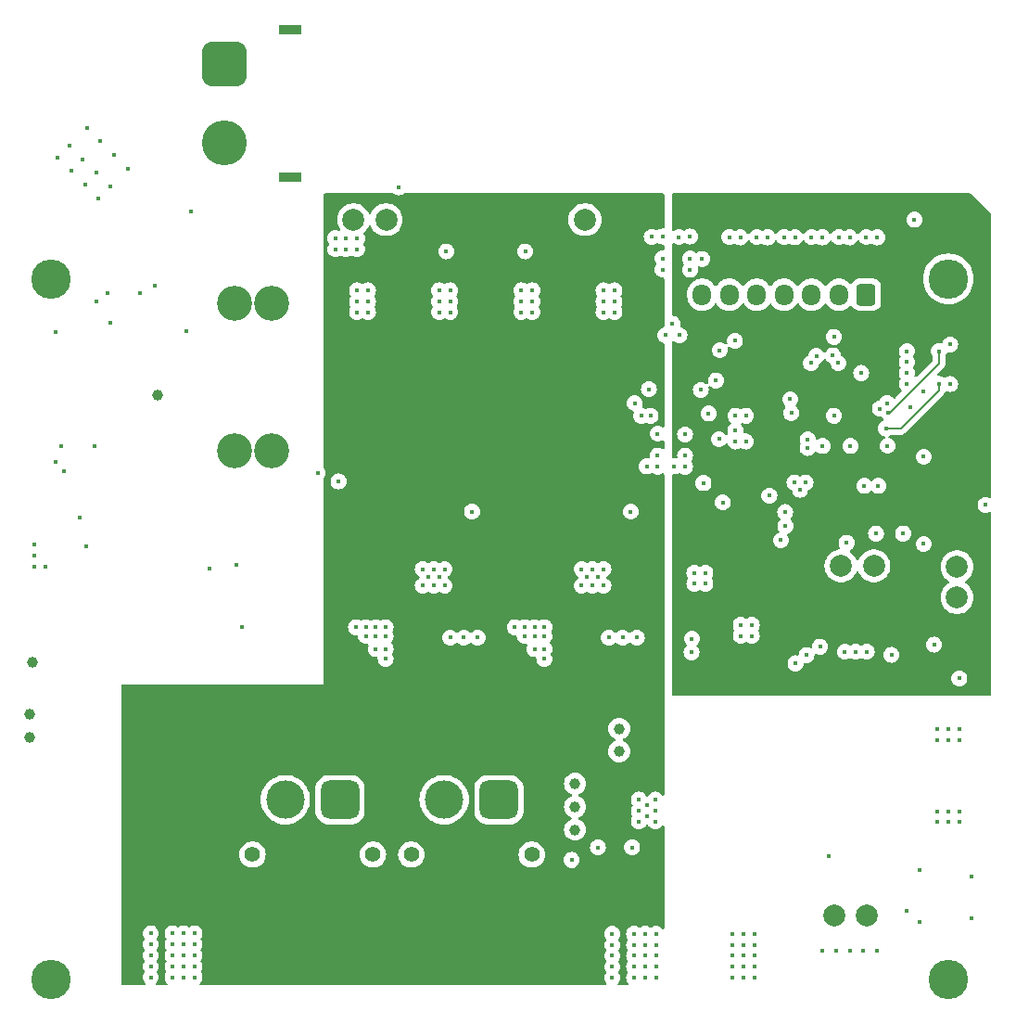
<source format=gbr>
%TF.GenerationSoftware,KiCad,Pcbnew,8.0.7*%
%TF.CreationDate,2025-03-31T22:55:58-04:00*%
%TF.ProjectId,power,706f7765-722e-46b6-9963-61645f706362,1.1*%
%TF.SameCoordinates,Original*%
%TF.FileFunction,Copper,L4,Inr*%
%TF.FilePolarity,Positive*%
%FSLAX46Y46*%
G04 Gerber Fmt 4.6, Leading zero omitted, Abs format (unit mm)*
G04 Created by KiCad (PCBNEW 8.0.7) date 2025-03-31 22:55:58*
%MOMM*%
%LPD*%
G01*
G04 APERTURE LIST*
G04 Aperture macros list*
%AMRoundRect*
0 Rectangle with rounded corners*
0 $1 Rounding radius*
0 $2 $3 $4 $5 $6 $7 $8 $9 X,Y pos of 4 corners*
0 Add a 4 corners polygon primitive as box body*
4,1,4,$2,$3,$4,$5,$6,$7,$8,$9,$2,$3,0*
0 Add four circle primitives for the rounded corners*
1,1,$1+$1,$2,$3*
1,1,$1+$1,$4,$5*
1,1,$1+$1,$6,$7*
1,1,$1+$1,$8,$9*
0 Add four rect primitives between the rounded corners*
20,1,$1+$1,$2,$3,$4,$5,0*
20,1,$1+$1,$4,$5,$6,$7,0*
20,1,$1+$1,$6,$7,$8,$9,0*
20,1,$1+$1,$8,$9,$2,$3,0*%
G04 Aperture macros list end*
%TA.AperFunction,ComponentPad*%
%ADD10C,3.200000*%
%TD*%
%TA.AperFunction,ComponentPad*%
%ADD11C,3.600000*%
%TD*%
%TA.AperFunction,ComponentPad*%
%ADD12RoundRect,0.250000X0.600000X0.725000X-0.600000X0.725000X-0.600000X-0.725000X0.600000X-0.725000X0*%
%TD*%
%TA.AperFunction,ComponentPad*%
%ADD13O,1.700000X1.950000*%
%TD*%
%TA.AperFunction,ComponentPad*%
%ADD14C,1.400000*%
%TD*%
%TA.AperFunction,ComponentPad*%
%ADD15RoundRect,0.770000X0.980000X0.980000X-0.980000X0.980000X-0.980000X-0.980000X0.980000X-0.980000X0*%
%TD*%
%TA.AperFunction,ComponentPad*%
%ADD16C,3.500000*%
%TD*%
%TA.AperFunction,ComponentPad*%
%ADD17R,2.000000X0.900000*%
%TD*%
%TA.AperFunction,ComponentPad*%
%ADD18RoundRect,1.025000X-1.025000X1.025000X-1.025000X-1.025000X1.025000X-1.025000X1.025000X1.025000X0*%
%TD*%
%TA.AperFunction,ComponentPad*%
%ADD19C,4.100000*%
%TD*%
%TA.AperFunction,ViaPad*%
%ADD20C,0.450000*%
%TD*%
%TA.AperFunction,ViaPad*%
%ADD21C,1.000000*%
%TD*%
%TA.AperFunction,ViaPad*%
%ADD22C,2.000000*%
%TD*%
%TA.AperFunction,Conductor*%
%ADD23C,0.153000*%
%TD*%
G04 APERTURE END LIST*
D10*
%TO.N,+V_{batt_raw}*%
%TO.C,F6*%
X116200000Y-80265000D03*
X112800000Y-80265000D03*
%TO.N,+V_{batt_fused}*%
X116200000Y-93735000D03*
X112800000Y-93735000D03*
%TD*%
D11*
%TO.N,N/C*%
%TO.C,H3*%
X178000000Y-142000000D03*
%TD*%
%TO.N,N/C*%
%TO.C,H1*%
X96000000Y-78000000D03*
%TD*%
D12*
%TO.N,/input_connectors/BATT_BALANCE.CELL_6*%
%TO.C,J8*%
X170500000Y-79450000D03*
D13*
%TO.N,/input_connectors/BATT_BALANCE.CELL_5*%
X168000000Y-79450000D03*
%TO.N,/input_connectors/BATT_BALANCE.CELL_4*%
X165500000Y-79450000D03*
%TO.N,/input_connectors/BATT_BALANCE.CELL_3*%
X163000000Y-79450000D03*
%TO.N,/input_connectors/BATT_BALANCE.CELL_2*%
X160500000Y-79450000D03*
%TO.N,/input_connectors/BATT_BALANCE.CELL_1*%
X158000000Y-79450000D03*
%TO.N,Net-(J8-Pin_7)*%
X155500000Y-79450000D03*
%TD*%
D14*
%TO.N,*%
%TO.C,J5*%
X125449999Y-130550000D03*
X114449999Y-130550000D03*
D15*
%TO.N,GND*%
X122449999Y-125550000D03*
D16*
%TO.N,+BATT*%
X117449999Y-125550000D03*
%TD*%
D17*
%TO.N,*%
%TO.C,J7*%
X117850000Y-55250000D03*
X117850000Y-68750000D03*
D18*
%TO.N,GND*%
X111850000Y-58400000D03*
D19*
%TO.N,+V_{batt_raw}*%
X111850000Y-65600000D03*
%TD*%
D14*
%TO.N,*%
%TO.C,J3*%
X139950000Y-130550000D03*
X128950000Y-130550000D03*
D15*
%TO.N,GND*%
X136950000Y-125550000D03*
D16*
%TO.N,+BATT*%
X131950000Y-125550000D03*
%TD*%
D11*
%TO.N,N/C*%
%TO.C,H4*%
X178000000Y-78000000D03*
%TD*%
%TO.N,N/C*%
%TO.C,H2*%
X96000000Y-142000000D03*
%TD*%
D20*
%TO.N,/mcu/RX*%
X172300000Y-91650000D03*
%TO.N,/mcu/TX*%
X172500000Y-90200000D03*
%TO.N,/mcu/RX*%
X177140001Y-87600000D03*
%TO.N,/mcu/TX*%
X177140001Y-84600000D03*
%TO.N,Net-(J6-Pin_1)*%
X174209999Y-84600000D03*
%TO.N,Net-(J6-Pin_2)*%
X174209999Y-87600000D03*
%TO.N,Net-(J6-Pin_3)*%
X174209999Y-86600000D03*
%TO.N,Net-(J6-Pin_4)*%
X174209999Y-85600000D03*
%TO.N,+3.3V_LOCAL*%
X178159999Y-84000000D03*
X178159999Y-87600000D03*
%TO.N,GND*%
X170040001Y-86600000D03*
X171500000Y-139350000D03*
%TO.N,~{PB}*%
X127800000Y-69650000D03*
X108850000Y-71850000D03*
%TO.N,/mcu/LED_SHUTDOWN_ACK_PWR*%
X149350000Y-89350000D03*
%TO.N,/mcu/LED_RED*%
X149950000Y-90500000D03*
%TO.N,/mcu/LED_GREEN*%
X150800000Y-90500000D03*
%TO.N,/mcu/LED_SHUTDOWN_ACK_PWR*%
X168700000Y-102100000D03*
X173862500Y-101250000D03*
%TO.N,+3.3V_LOCAL*%
X175737500Y-102200000D03*
%TO.N,/mcu/LED_RED*%
X99360624Y-64239376D03*
%TO.N,/mcu/LED_GREEN*%
X100560624Y-65439376D03*
%TO.N,/mcu/LED_SHUTDOWN_ACK_PWR*%
X101810624Y-66689376D03*
%TO.N,~{PB}*%
X101201284Y-79300000D03*
%TO.N,+BATT*%
X103060624Y-67939376D03*
%TO.N,Net-(D5-A)*%
X101430330Y-69569670D03*
%TO.N,Net-(D4-A)*%
X100192893Y-68332233D03*
%TO.N,Net-(D2-A)*%
X98955456Y-67094796D03*
%TO.N,Net-(D3-A)*%
X97718019Y-65857359D03*
%TO.N,+3.3V_LOCAL*%
X174509999Y-89750000D03*
%TO.N,/mcu/PWR_~{KILL}*%
X122300000Y-96500000D03*
%TO.N,/mcu/PWR_BTN_~{INT}*%
X120400000Y-95700000D03*
%TO.N,/mcu/BUZZER*%
X181400000Y-98650000D03*
%TO.N,/mcu/BATT_POST*%
X153450000Y-83150000D03*
%TO.N,/mcu/BATT_PRE*%
X152150000Y-83150000D03*
%TO.N,/mcu/PWR_BTN_~{INT}*%
X172400000Y-89350000D03*
%TO.N,/mcu/PWR_~{KILL}*%
X171750000Y-89850000D03*
%TO.N,GND*%
X167550000Y-90500000D03*
X167550000Y-83300000D03*
%TO.N,/mcu/BATT_POST*%
X153950000Y-94140001D03*
%TO.N,/mcu/BATT_PRE*%
X151450000Y-94140000D03*
%TO.N,+V_{batt_fused}*%
X151450000Y-92140002D03*
%TO.N,+BATT*%
X153950000Y-92204525D03*
%TO.N,GND*%
X150450000Y-95130000D03*
X151450000Y-95159999D03*
X152950000Y-95130000D03*
X153950000Y-95159999D03*
%TO.N,+3.3V_LOCAL*%
X163090001Y-99300000D03*
%TO.N,GND*%
X162700000Y-101857949D03*
X163120000Y-100550000D03*
%TO.N,+5V_LOCAL*%
X153200000Y-88100000D03*
%TO.N,GND*%
X150650000Y-88080000D03*
%TO.N,/mcu/DOTSTAR_SCK*%
X165150000Y-92650000D03*
%TO.N,/mcu/DOTSTAR_MOSI*%
X165150000Y-93450000D03*
%TO.N,/mcu/LOAD_SW_PGOOD*%
X161650000Y-97800000D03*
D21*
%TO.N,GND*%
X94095000Y-119840000D03*
X94095000Y-117760000D03*
X94349999Y-113000000D03*
D20*
%TO.N,+3.3V_LOCAL_ALWAYS_ON*%
X94490001Y-104250000D03*
%TO.N,GND*%
X108400000Y-82800000D03*
%TO.N,/mcu/BATT_PRE*%
X167950000Y-85700000D03*
%TO.N,/mcu/BATT_POST*%
X167450000Y-85000000D03*
%TO.N,/mcu/5v0*%
X165950000Y-85050000D03*
%TO.N,/mcu/3v3*%
X165450000Y-85700000D03*
%TO.N,/mcu/5v0*%
X154400001Y-76150000D03*
%TO.N,/mcu/3v3*%
X151900000Y-76140002D03*
%TO.N,GND*%
X152800000Y-82100000D03*
X154400000Y-74140001D03*
X153399999Y-74190001D03*
X151900000Y-74140001D03*
X150900000Y-74170000D03*
%TO.N,+3.3V*%
X151900000Y-77160000D03*
%TO.N,+5V*%
X154400001Y-77179999D03*
%TO.N,/mcu/BUZZER*%
X175350000Y-136710000D03*
%TO.N,GND*%
X175412500Y-132000000D03*
X174200000Y-135690000D03*
%TO.N,Net-(BZ1-+)*%
X180100000Y-132550000D03*
%TO.N,+3.3V_LOCAL*%
X180100000Y-136350000D03*
D21*
%TO.N,GND*%
X147935000Y-119060000D03*
X147935000Y-121140000D03*
D20*
%TO.N,+V_{batt_fused}*%
X100009999Y-93250001D03*
X100226284Y-80040000D03*
%TO.N,/mcu/NRST*%
X163550000Y-89000000D03*
%TO.N,/mcu/PWR_3v3_EN*%
X163950000Y-96600000D03*
%TO.N,/mcu/PWR_5v0_EN*%
X164450000Y-97250000D03*
%TO.N,/mcu/PWR_12v0_EN*%
X164950000Y-96600000D03*
%TO.N,+3.3V_LOCAL*%
X172450000Y-93250000D03*
%TO.N,GND*%
X166520000Y-93260000D03*
X169060000Y-93260000D03*
%TO.N,/mcu/SWDIO*%
X171600000Y-96900000D03*
%TO.N,/mcu/SWCLK*%
X170330000Y-96900000D03*
%TO.N,GND*%
X174900002Y-72600000D03*
X156100000Y-90300000D03*
X163650000Y-90250000D03*
%TO.N,+3.3V_LOCAL*%
X157050000Y-92625000D03*
X159517500Y-90500000D03*
X159517500Y-92850000D03*
%TO.N,GND*%
X158510589Y-83660589D03*
X157126777Y-84521142D03*
X156773223Y-87278858D03*
X155389411Y-88139411D03*
X155635715Y-96646518D03*
X157403482Y-98414285D03*
X158557500Y-90500000D03*
X158537500Y-91850001D03*
X158557500Y-92850000D03*
%TO.N,/mcu/PWR_3v3_EN*%
X132500000Y-110759999D03*
%TO.N,GND*%
X133750000Y-110759999D03*
%TO.N,/mcu/PWR_5v0_EN*%
X146999999Y-110759999D03*
%TO.N,GND*%
X148250000Y-110759999D03*
%TO.N,+3.3V*%
X105150000Y-137750000D03*
%TO.N,+5V*%
X103150000Y-140749999D03*
X103150000Y-138750000D03*
X103150000Y-141750000D03*
X103150000Y-139750001D03*
X103150000Y-137750000D03*
%TO.N,+3.3V*%
X105150000Y-140749999D03*
X105150000Y-141750000D03*
X105150000Y-138750000D03*
X105150000Y-139750001D03*
%TO.N,+5V*%
X145300000Y-137800000D03*
X145300000Y-140799999D03*
X145300000Y-141800000D03*
X145300000Y-138800000D03*
X145300000Y-139800001D03*
%TO.N,+3.3V*%
X147300000Y-137800000D03*
X147300000Y-139800001D03*
X147300000Y-138800000D03*
X147300000Y-141800000D03*
X147300000Y-140799999D03*
%TO.N,/mcu/PWR_12v0_EN*%
X143590000Y-131050000D03*
%TO.N,GND*%
X149109999Y-129900000D03*
X145990000Y-129900000D03*
%TO.N,+BATT*%
X98700000Y-99800000D03*
%TO.N,GND*%
X96450000Y-82862500D03*
X101476284Y-82030000D03*
X105525000Y-78600000D03*
X104191284Y-79300000D03*
%TO.N,+3.3V*%
X122000000Y-74299999D03*
X123000000Y-74300000D03*
X124000000Y-74300000D03*
X123000000Y-75300000D03*
X124000000Y-75300000D03*
X121999999Y-75300000D03*
%TO.N,+5V*%
X147500000Y-74299999D03*
X148500000Y-74300000D03*
X149500000Y-74300000D03*
X148500000Y-75300000D03*
X149500000Y-75300000D03*
X147499999Y-75300000D03*
D22*
%TO.N,+3.3V*%
X123675000Y-72600000D03*
%TO.N,Net-(C30-Pad2)*%
X126650000Y-72600000D03*
%TO.N,+5V*%
X147787500Y-72600000D03*
%TO.N,Net-(C29-Pad2)*%
X144812500Y-72600000D03*
D20*
%TO.N,GND*%
X132150000Y-75500000D03*
X139350000Y-75500000D03*
D22*
%TO.N,Net-(C22-Pad1)*%
X170537500Y-136100000D03*
%TO.N,+12V*%
X167562500Y-136100000D03*
D20*
%TO.N,/mcu/LOAD_SW_PGOOD*%
X95510000Y-104250000D03*
%TO.N,GND*%
X171400000Y-101249999D03*
X96657359Y-66918019D03*
X97894796Y-68155456D03*
X99132233Y-69392893D03*
X100369670Y-70630330D03*
X179000000Y-114475001D03*
%TO.N,+5V_LOCAL*%
X174400000Y-111400000D03*
%TO.N,+3.3V_LOCAL_ALWAYS_ON*%
X176700000Y-111400000D03*
%TO.N,GND*%
X175750000Y-88325000D03*
X175750000Y-94250000D03*
%TO.N,Net-(J6-Pin_4)*%
X170250000Y-139350000D03*
%TO.N,Net-(J6-Pin_3)*%
X169000000Y-139350000D03*
%TO.N,Net-(J6-Pin_2)*%
X167750000Y-139350000D03*
%TO.N,Net-(J6-Pin_1)*%
X166500000Y-139350000D03*
%TO.N,GND*%
X147499999Y-81050000D03*
X146499999Y-80050000D03*
X147499999Y-80050000D03*
X147500000Y-79050000D03*
X146499999Y-81050000D03*
X146499999Y-79050000D03*
X139999999Y-81050000D03*
X138999999Y-80050000D03*
X139999999Y-80050000D03*
X140000000Y-79050000D03*
X138999999Y-81050000D03*
X138999999Y-79050000D03*
X124999999Y-81050000D03*
X123999999Y-80050000D03*
X124999999Y-80050000D03*
X125000000Y-79050000D03*
X123999999Y-81050000D03*
X123999999Y-79050000D03*
X132499999Y-81050000D03*
X131499999Y-80050000D03*
X132499999Y-80050000D03*
X132500000Y-79050000D03*
X131499999Y-81050000D03*
X131499999Y-79050000D03*
X179000000Y-119100001D03*
X178000000Y-120100001D03*
X178000000Y-119100001D03*
X177000000Y-119100000D03*
X179000000Y-120100001D03*
X177000000Y-120100000D03*
X179000000Y-126600001D03*
X178000000Y-127600001D03*
X178000000Y-126600001D03*
X177000000Y-126600000D03*
X179000000Y-127600001D03*
X177000000Y-127600000D03*
X160300000Y-139800000D03*
X159300000Y-140800000D03*
X160300000Y-140800000D03*
X158300000Y-137800000D03*
X159300000Y-138800000D03*
X160300000Y-141800000D03*
X158300000Y-139800001D03*
X160300000Y-138800000D03*
X158300000Y-138800000D03*
X159300000Y-137800000D03*
X158300000Y-141800000D03*
X160300001Y-137800000D03*
X158300000Y-140799999D03*
X159300000Y-141800000D03*
X159300000Y-139800000D03*
X167090001Y-130700000D03*
X151229614Y-126537517D03*
X151235001Y-125535001D03*
X149735000Y-127535001D03*
X150485000Y-127035001D03*
X149735000Y-126535001D03*
X149734999Y-125535001D03*
X151235000Y-127535001D03*
X150485002Y-126035001D03*
X96490000Y-94740000D03*
X96990001Y-93250000D03*
D21*
X105750000Y-88599999D03*
D20*
X94520000Y-102250000D03*
X94490001Y-103250000D03*
X110500000Y-104412499D03*
X113000001Y-104120000D03*
%TO.N,/power_protection/GATE*%
X113500000Y-109750000D03*
D21*
%TO.N,GND*%
X143900002Y-124090000D03*
X143900002Y-126200000D03*
X143900002Y-128289999D03*
D20*
X155500000Y-76190001D03*
X171500000Y-74220000D03*
X170500000Y-74190001D03*
X169000000Y-74220000D03*
X168000000Y-74190001D03*
X166500000Y-74220000D03*
X165500000Y-74190001D03*
X164000000Y-74210000D03*
X163000000Y-74190001D03*
X161500000Y-74220000D03*
X160500000Y-74190001D03*
X159000000Y-74220000D03*
X158000000Y-74190001D03*
X149300000Y-138800000D03*
X108150000Y-141750000D03*
X150300000Y-137800000D03*
X109150000Y-141750000D03*
X140200000Y-109800000D03*
X151300000Y-138800000D03*
X126600000Y-110600000D03*
X149300000Y-139800001D03*
X146500000Y-106000000D03*
X150300000Y-138800000D03*
X138400000Y-109800000D03*
X159055385Y-110597484D03*
X151300000Y-141800000D03*
X97250000Y-95600000D03*
X170550000Y-112050000D03*
X139300000Y-109800000D03*
X126600001Y-111800000D03*
X131500000Y-105250000D03*
X124800000Y-110600000D03*
X139300000Y-110600000D03*
X141100000Y-110600000D03*
X108150000Y-139750001D03*
X149550000Y-110759999D03*
X159050000Y-109600001D03*
X140200000Y-111800000D03*
X131999999Y-106000000D03*
X149300000Y-137800000D03*
X107150000Y-141750000D03*
X126600000Y-109800000D03*
X123900000Y-109800000D03*
X108150000Y-137750000D03*
X154800000Y-104849999D03*
X154540001Y-112100000D03*
X107150000Y-140750000D03*
X130500001Y-105250000D03*
X155800000Y-104850000D03*
X125700000Y-110600000D03*
X155800000Y-105850000D03*
X141100001Y-112700000D03*
X160050000Y-109600000D03*
X132000000Y-104500000D03*
X131002516Y-104505385D03*
X151300000Y-140800000D03*
X172800000Y-112330000D03*
X149000000Y-99259999D03*
X107150000Y-139750000D03*
X165050000Y-112350000D03*
X108150000Y-140749999D03*
X134500000Y-99259999D03*
X140200000Y-110600000D03*
X141100000Y-111800000D03*
X135000000Y-110759999D03*
X108150000Y-138750000D03*
X109150000Y-139750000D03*
X150300000Y-140800000D03*
X151300000Y-139800000D03*
X145502516Y-104505386D03*
X141100000Y-109799999D03*
X144500000Y-104499999D03*
X154570000Y-110850000D03*
X109150000Y-138750000D03*
X109150000Y-137750000D03*
X146000000Y-105250000D03*
X126600001Y-112700000D03*
X144500000Y-106000001D03*
X130000000Y-106000000D03*
X145500000Y-106000000D03*
X168550000Y-112050000D03*
X124800000Y-109800000D03*
X150300000Y-141800000D03*
X149300000Y-140799999D03*
X109150000Y-140750000D03*
X146500000Y-104500000D03*
X145000000Y-105249999D03*
X125700000Y-109800000D03*
X125700000Y-111799999D03*
X149300000Y-141800000D03*
X150300000Y-139800000D03*
X166290000Y-111580000D03*
X160055385Y-110597484D03*
X151300001Y-137800000D03*
X107150000Y-137750000D03*
X164040001Y-113100000D03*
X169550000Y-112050000D03*
X130000000Y-104500000D03*
X107150000Y-138750000D03*
X131000001Y-106000000D03*
X154800000Y-105850000D03*
D22*
%TO.N,+3.3V_LOCAL*%
X178800000Y-104300000D03*
D20*
%TO.N,/power_protection/GATE*%
X99250000Y-102400000D03*
D22*
%TO.N,Net-(C44-Pad1)*%
X168200000Y-104200000D03*
%TO.N,Net-(JP2-B)*%
X178800000Y-107100000D03*
%TO.N,Net-(JP3-A)*%
X171200000Y-104200000D03*
%TD*%
D23*
%TO.N,/mcu/RX*%
X177140001Y-88159999D02*
X177140001Y-87600000D01*
X173650000Y-91650000D02*
X177140001Y-88159999D01*
X172300000Y-91650000D02*
X173650000Y-91650000D01*
%TO.N,/mcu/TX*%
X177140001Y-85709999D02*
X177140001Y-84600000D01*
X172650000Y-90200000D02*
X177140001Y-85709999D01*
X172500000Y-90200000D02*
X172650000Y-90200000D01*
%TD*%
%TA.AperFunction,Conductor*%
%TO.N,+5V*%
G36*
X127341930Y-70219007D02*
G01*
X127427045Y-70272489D01*
X127483225Y-70307789D01*
X127637539Y-70361786D01*
X127637542Y-70361786D01*
X127637544Y-70361787D01*
X127799996Y-70380091D01*
X127800000Y-70380091D01*
X127800004Y-70380091D01*
X127962455Y-70361787D01*
X127962456Y-70361786D01*
X127962461Y-70361786D01*
X128116775Y-70307789D01*
X128255204Y-70220808D01*
X128255204Y-70220807D01*
X128258070Y-70219007D01*
X128324043Y-70200000D01*
X151926000Y-70200000D01*
X151993039Y-70219685D01*
X152038794Y-70272489D01*
X152050000Y-70324000D01*
X152050000Y-73288054D01*
X152030315Y-73355093D01*
X151977511Y-73400848D01*
X151912123Y-73411275D01*
X151900003Y-73409910D01*
X151899996Y-73409910D01*
X151737544Y-73428213D01*
X151583224Y-73482211D01*
X151442100Y-73570886D01*
X151374863Y-73589886D01*
X151310156Y-73570886D01*
X151216774Y-73512210D01*
X151062455Y-73458212D01*
X150900004Y-73439909D01*
X150899996Y-73439909D01*
X150737544Y-73458212D01*
X150583225Y-73512210D01*
X150444795Y-73599192D01*
X150329192Y-73714795D01*
X150242210Y-73853225D01*
X150188212Y-74007544D01*
X150169909Y-74169996D01*
X150169909Y-74170003D01*
X150188212Y-74332455D01*
X150242210Y-74486774D01*
X150242211Y-74486775D01*
X150329192Y-74625204D01*
X150444796Y-74740808D01*
X150583225Y-74827789D01*
X150737539Y-74881786D01*
X150737542Y-74881786D01*
X150737544Y-74881787D01*
X150899996Y-74900091D01*
X150900000Y-74900091D01*
X150900004Y-74900091D01*
X151062455Y-74881787D01*
X151062456Y-74881786D01*
X151062461Y-74881786D01*
X151216775Y-74827789D01*
X151355204Y-74740808D01*
X151355204Y-74740807D01*
X151357898Y-74739115D01*
X151425135Y-74720114D01*
X151489842Y-74739113D01*
X151583225Y-74797790D01*
X151737539Y-74851787D01*
X151737542Y-74851787D01*
X151737544Y-74851788D01*
X151899996Y-74870092D01*
X151900000Y-74870092D01*
X151900001Y-74870092D01*
X151912115Y-74868727D01*
X151980937Y-74880781D01*
X152032317Y-74928130D01*
X152050000Y-74991947D01*
X152050000Y-75288055D01*
X152030315Y-75355094D01*
X151977511Y-75400849D01*
X151912123Y-75411276D01*
X151900003Y-75409911D01*
X151899996Y-75409911D01*
X151737544Y-75428214D01*
X151583225Y-75482212D01*
X151444795Y-75569194D01*
X151329192Y-75684797D01*
X151242210Y-75823227D01*
X151188212Y-75977546D01*
X151169909Y-76139998D01*
X151169909Y-76140005D01*
X151188212Y-76302457D01*
X151242210Y-76456776D01*
X151322169Y-76584029D01*
X151341169Y-76651265D01*
X151322169Y-76715973D01*
X151242210Y-76843225D01*
X151188212Y-76997544D01*
X151169909Y-77159996D01*
X151169909Y-77160003D01*
X151188212Y-77322455D01*
X151242210Y-77476774D01*
X151242211Y-77476775D01*
X151329192Y-77615204D01*
X151444796Y-77730808D01*
X151583225Y-77817789D01*
X151737539Y-77871786D01*
X151737542Y-77871786D01*
X151737544Y-77871787D01*
X151899996Y-77890091D01*
X151900000Y-77890091D01*
X151900001Y-77890091D01*
X151912115Y-77888726D01*
X151980937Y-77900780D01*
X152032317Y-77948129D01*
X152050000Y-78011946D01*
X152050000Y-82328375D01*
X152030315Y-82395414D01*
X151977511Y-82441169D01*
X151966954Y-82445417D01*
X151833225Y-82492210D01*
X151694795Y-82579192D01*
X151579192Y-82694795D01*
X151492210Y-82833225D01*
X151438212Y-82987544D01*
X151419909Y-83149996D01*
X151419909Y-83150003D01*
X151438212Y-83312455D01*
X151492210Y-83466774D01*
X151492211Y-83466775D01*
X151579192Y-83605204D01*
X151694796Y-83720808D01*
X151833225Y-83807789D01*
X151966954Y-83854583D01*
X152023731Y-83895305D01*
X152049478Y-83960258D01*
X152050000Y-83971625D01*
X152050000Y-91435814D01*
X152030315Y-91502853D01*
X151977511Y-91548608D01*
X151908353Y-91558552D01*
X151860028Y-91540808D01*
X151766774Y-91482212D01*
X151612455Y-91428214D01*
X151450004Y-91409911D01*
X151449996Y-91409911D01*
X151287544Y-91428214D01*
X151133225Y-91482212D01*
X150994795Y-91569194D01*
X150879192Y-91684797D01*
X150792210Y-91823227D01*
X150738212Y-91977546D01*
X150719909Y-92139998D01*
X150719909Y-92140005D01*
X150738212Y-92302457D01*
X150792210Y-92456776D01*
X150792211Y-92456777D01*
X150879192Y-92595206D01*
X150994796Y-92710810D01*
X151133225Y-92797791D01*
X151287539Y-92851788D01*
X151287542Y-92851788D01*
X151287544Y-92851789D01*
X151449996Y-92870093D01*
X151450000Y-92870093D01*
X151450004Y-92870093D01*
X151612455Y-92851789D01*
X151612456Y-92851788D01*
X151612461Y-92851788D01*
X151766775Y-92797791D01*
X151860028Y-92739195D01*
X151927263Y-92720195D01*
X151994099Y-92740562D01*
X152039313Y-92793829D01*
X152050000Y-92844189D01*
X152050000Y-93435812D01*
X152030315Y-93502851D01*
X151977511Y-93548606D01*
X151908353Y-93558550D01*
X151860028Y-93540806D01*
X151766774Y-93482210D01*
X151612455Y-93428212D01*
X151450004Y-93409909D01*
X151449996Y-93409909D01*
X151287544Y-93428212D01*
X151133225Y-93482210D01*
X150994795Y-93569192D01*
X150879192Y-93684795D01*
X150792210Y-93823225D01*
X150738212Y-93977544D01*
X150719909Y-94139996D01*
X150719909Y-94140004D01*
X150735630Y-94279540D01*
X150723575Y-94348362D01*
X150676226Y-94399741D01*
X150608615Y-94417365D01*
X150598527Y-94416643D01*
X150450004Y-94399909D01*
X150449996Y-94399909D01*
X150287544Y-94418212D01*
X150133225Y-94472210D01*
X149994795Y-94559192D01*
X149879192Y-94674795D01*
X149792210Y-94813225D01*
X149738212Y-94967544D01*
X149719909Y-95129996D01*
X149719909Y-95130003D01*
X149738212Y-95292455D01*
X149792210Y-95446774D01*
X149849242Y-95537539D01*
X149879192Y-95585204D01*
X149994796Y-95700808D01*
X150133225Y-95787789D01*
X150287539Y-95841786D01*
X150287542Y-95841786D01*
X150287544Y-95841787D01*
X150449996Y-95860091D01*
X150450000Y-95860091D01*
X150450004Y-95860091D01*
X150612455Y-95841787D01*
X150612456Y-95841786D01*
X150612461Y-95841786D01*
X150766775Y-95787789D01*
X150860155Y-95729113D01*
X150927392Y-95710113D01*
X150992100Y-95729113D01*
X150994796Y-95730807D01*
X151133225Y-95817788D01*
X151287539Y-95871785D01*
X151287542Y-95871785D01*
X151287544Y-95871786D01*
X151449996Y-95890090D01*
X151450000Y-95890090D01*
X151450004Y-95890090D01*
X151612455Y-95871786D01*
X151612456Y-95871785D01*
X151612461Y-95871785D01*
X151766775Y-95817788D01*
X151860028Y-95759192D01*
X151927263Y-95740192D01*
X151994099Y-95760559D01*
X152039313Y-95813826D01*
X152050000Y-95864186D01*
X152050000Y-125038011D01*
X152030315Y-125105050D01*
X151977511Y-125150805D01*
X151908353Y-125160749D01*
X151844797Y-125131724D01*
X151821007Y-125103984D01*
X151805810Y-125079798D01*
X151690205Y-124964193D01*
X151551775Y-124877211D01*
X151397456Y-124823213D01*
X151235005Y-124804910D01*
X151234997Y-124804910D01*
X151072545Y-124823213D01*
X150918226Y-124877211D01*
X150779796Y-124964193D01*
X150664191Y-125079798D01*
X150589993Y-125197884D01*
X150537659Y-125244174D01*
X150468605Y-125254822D01*
X150404757Y-125226447D01*
X150380007Y-125197884D01*
X150305808Y-125079798D01*
X150190203Y-124964193D01*
X150051773Y-124877211D01*
X149897454Y-124823213D01*
X149735003Y-124804910D01*
X149734995Y-124804910D01*
X149572543Y-124823213D01*
X149418224Y-124877211D01*
X149279794Y-124964193D01*
X149164191Y-125079796D01*
X149077209Y-125218226D01*
X149023211Y-125372545D01*
X149004908Y-125534997D01*
X149004908Y-125535004D01*
X149023211Y-125697456D01*
X149077209Y-125851775D01*
X149150885Y-125969029D01*
X149169885Y-126036266D01*
X149150885Y-126100973D01*
X149077210Y-126218225D01*
X149023212Y-126372545D01*
X149004909Y-126534997D01*
X149004909Y-126535004D01*
X149023212Y-126697456D01*
X149077210Y-126851775D01*
X149150886Y-126969029D01*
X149169886Y-127036266D01*
X149150886Y-127100973D01*
X149077210Y-127218226D01*
X149023212Y-127372545D01*
X149004909Y-127534997D01*
X149004909Y-127535004D01*
X149023212Y-127697456D01*
X149077210Y-127851775D01*
X149148994Y-127966017D01*
X149164192Y-127990205D01*
X149279796Y-128105809D01*
X149418225Y-128192790D01*
X149572539Y-128246787D01*
X149572542Y-128246787D01*
X149572544Y-128246788D01*
X149734996Y-128265092D01*
X149735000Y-128265092D01*
X149735004Y-128265092D01*
X149897455Y-128246788D01*
X149897456Y-128246787D01*
X149897461Y-128246787D01*
X150051775Y-128192790D01*
X150190204Y-128105809D01*
X150305808Y-127990205D01*
X150380006Y-127872120D01*
X150432341Y-127825829D01*
X150501395Y-127815181D01*
X150565243Y-127843556D01*
X150589994Y-127872120D01*
X150664192Y-127990205D01*
X150779796Y-128105809D01*
X150918225Y-128192790D01*
X151072539Y-128246787D01*
X151072542Y-128246787D01*
X151072544Y-128246788D01*
X151234996Y-128265092D01*
X151235000Y-128265092D01*
X151235004Y-128265092D01*
X151397455Y-128246788D01*
X151397456Y-128246787D01*
X151397461Y-128246787D01*
X151551775Y-128192790D01*
X151690204Y-128105809D01*
X151805808Y-127990205D01*
X151821006Y-127966016D01*
X151873341Y-127919726D01*
X151942394Y-127909078D01*
X152006243Y-127937453D01*
X152044615Y-127995842D01*
X152050000Y-128031989D01*
X152050000Y-137224625D01*
X152030315Y-137291664D01*
X151977511Y-137337419D01*
X151908353Y-137347363D01*
X151844797Y-137318338D01*
X151838319Y-137312306D01*
X151755205Y-137229192D01*
X151616775Y-137142210D01*
X151462456Y-137088212D01*
X151300005Y-137069909D01*
X151299997Y-137069909D01*
X151137545Y-137088212D01*
X150983226Y-137142210D01*
X150865972Y-137215886D01*
X150798735Y-137234886D01*
X150734028Y-137215886D01*
X150616774Y-137142210D01*
X150462455Y-137088212D01*
X150300004Y-137069909D01*
X150299996Y-137069909D01*
X150137544Y-137088212D01*
X149983225Y-137142210D01*
X149865972Y-137215886D01*
X149798735Y-137234886D01*
X149734028Y-137215886D01*
X149616774Y-137142210D01*
X149462455Y-137088212D01*
X149300004Y-137069909D01*
X149299996Y-137069909D01*
X149137544Y-137088212D01*
X148983225Y-137142210D01*
X148844795Y-137229192D01*
X148729192Y-137344795D01*
X148642210Y-137483225D01*
X148588212Y-137637544D01*
X148569909Y-137799996D01*
X148569909Y-137800003D01*
X148588212Y-137962455D01*
X148642210Y-138116774D01*
X148715886Y-138234028D01*
X148734886Y-138301265D01*
X148715886Y-138365972D01*
X148642210Y-138483225D01*
X148588212Y-138637544D01*
X148569909Y-138799996D01*
X148569909Y-138800003D01*
X148588212Y-138962455D01*
X148642210Y-139116774D01*
X148715886Y-139234028D01*
X148734886Y-139301265D01*
X148715886Y-139365972D01*
X148642210Y-139483226D01*
X148588212Y-139637545D01*
X148569909Y-139799997D01*
X148569909Y-139800004D01*
X148588212Y-139962456D01*
X148642210Y-140116775D01*
X148715885Y-140234028D01*
X148734885Y-140301265D01*
X148715885Y-140365972D01*
X148642210Y-140483224D01*
X148588212Y-140637543D01*
X148569909Y-140799995D01*
X148569909Y-140800002D01*
X148588212Y-140962454D01*
X148642210Y-141116773D01*
X148715886Y-141234027D01*
X148734886Y-141301264D01*
X148715886Y-141365971D01*
X148642210Y-141483225D01*
X148588212Y-141637544D01*
X148569909Y-141799996D01*
X148569909Y-141800003D01*
X148588212Y-141962455D01*
X148642210Y-142116774D01*
X148729192Y-142255204D01*
X148762307Y-142288319D01*
X148795792Y-142349642D01*
X148790808Y-142419334D01*
X148748936Y-142475267D01*
X148683472Y-142499684D01*
X148674626Y-142500000D01*
X147925374Y-142500000D01*
X147858335Y-142480315D01*
X147812580Y-142427511D01*
X147802636Y-142358353D01*
X147831661Y-142294797D01*
X147837693Y-142288319D01*
X147850000Y-142276012D01*
X147870808Y-142255204D01*
X147957789Y-142116775D01*
X148011786Y-141962461D01*
X148017420Y-141912461D01*
X148030091Y-141800003D01*
X148030091Y-141799996D01*
X148011787Y-141637544D01*
X148011786Y-141637542D01*
X148011786Y-141637539D01*
X147957789Y-141483225D01*
X147884112Y-141365970D01*
X147865113Y-141298735D01*
X147884114Y-141234026D01*
X147902225Y-141205204D01*
X147957789Y-141116774D01*
X148011786Y-140962460D01*
X148017420Y-140912460D01*
X148030091Y-140800002D01*
X148030091Y-140799995D01*
X148011787Y-140637543D01*
X148011786Y-140637539D01*
X148011786Y-140637538D01*
X147957789Y-140483224D01*
X147926372Y-140433225D01*
X147884115Y-140365973D01*
X147865114Y-140298736D01*
X147884115Y-140234027D01*
X147902226Y-140205204D01*
X147957789Y-140116776D01*
X148011786Y-139962462D01*
X148017420Y-139912461D01*
X148030091Y-139800004D01*
X148030091Y-139799997D01*
X148011787Y-139637545D01*
X148011786Y-139637543D01*
X148011786Y-139637540D01*
X147957789Y-139483226D01*
X147884112Y-139365971D01*
X147865113Y-139298736D01*
X147884114Y-139234027D01*
X147915532Y-139184027D01*
X147957789Y-139116775D01*
X148011786Y-138962461D01*
X148017420Y-138912461D01*
X148030091Y-138800003D01*
X148030091Y-138799996D01*
X148011787Y-138637544D01*
X148011786Y-138637542D01*
X148011786Y-138637539D01*
X147957789Y-138483225D01*
X147884113Y-138365971D01*
X147865113Y-138298736D01*
X147884114Y-138234027D01*
X147915532Y-138184027D01*
X147957789Y-138116775D01*
X148011786Y-137962461D01*
X148017420Y-137912461D01*
X148030091Y-137800003D01*
X148030091Y-137799996D01*
X148011787Y-137637544D01*
X148011786Y-137637542D01*
X148011786Y-137637539D01*
X147957789Y-137483225D01*
X147870808Y-137344796D01*
X147755204Y-137229192D01*
X147675630Y-137179192D01*
X147616774Y-137142210D01*
X147462455Y-137088212D01*
X147300004Y-137069909D01*
X147299996Y-137069909D01*
X147137544Y-137088212D01*
X146983225Y-137142210D01*
X146844795Y-137229192D01*
X146729192Y-137344795D01*
X146642210Y-137483225D01*
X146588212Y-137637544D01*
X146569909Y-137799996D01*
X146569909Y-137800003D01*
X146588212Y-137962455D01*
X146642210Y-138116774D01*
X146715886Y-138234028D01*
X146734886Y-138301265D01*
X146715886Y-138365972D01*
X146642210Y-138483225D01*
X146588212Y-138637544D01*
X146569909Y-138799996D01*
X146569909Y-138800003D01*
X146588212Y-138962455D01*
X146642210Y-139116774D01*
X146715886Y-139234028D01*
X146734886Y-139301265D01*
X146715886Y-139365972D01*
X146642210Y-139483226D01*
X146588212Y-139637545D01*
X146569909Y-139799997D01*
X146569909Y-139800004D01*
X146588212Y-139962456D01*
X146642210Y-140116775D01*
X146715885Y-140234028D01*
X146734885Y-140301265D01*
X146715885Y-140365972D01*
X146642210Y-140483224D01*
X146588212Y-140637543D01*
X146569909Y-140799995D01*
X146569909Y-140800002D01*
X146588212Y-140962454D01*
X146642210Y-141116773D01*
X146715886Y-141234027D01*
X146734886Y-141301264D01*
X146715886Y-141365971D01*
X146642210Y-141483225D01*
X146588212Y-141637544D01*
X146569909Y-141799996D01*
X146569909Y-141800003D01*
X146588212Y-141962455D01*
X146642210Y-142116774D01*
X146729192Y-142255204D01*
X146762307Y-142288319D01*
X146795792Y-142349642D01*
X146790808Y-142419334D01*
X146748936Y-142475267D01*
X146683472Y-142499684D01*
X146674626Y-142500000D01*
X109725374Y-142500000D01*
X109658335Y-142480315D01*
X109612580Y-142427511D01*
X109602636Y-142358353D01*
X109631661Y-142294797D01*
X109637693Y-142288319D01*
X109670808Y-142255204D01*
X109720808Y-142205204D01*
X109807789Y-142066775D01*
X109861786Y-141912461D01*
X109874457Y-141800003D01*
X109880091Y-141750003D01*
X109880091Y-141749996D01*
X109861787Y-141587544D01*
X109861786Y-141587542D01*
X109861786Y-141587539D01*
X109807789Y-141433225D01*
X109734113Y-141315971D01*
X109715113Y-141248736D01*
X109734114Y-141184027D01*
X109776372Y-141116775D01*
X109807789Y-141066775D01*
X109861786Y-140912461D01*
X109874457Y-140800002D01*
X109880091Y-140750003D01*
X109880091Y-140749996D01*
X109861787Y-140587544D01*
X109861786Y-140587542D01*
X109861786Y-140587539D01*
X109807789Y-140433225D01*
X109734113Y-140315971D01*
X109715113Y-140248736D01*
X109734114Y-140184027D01*
X109776371Y-140116777D01*
X109807789Y-140066775D01*
X109861786Y-139912461D01*
X109874457Y-139800004D01*
X109880091Y-139750003D01*
X109880091Y-139749996D01*
X109861787Y-139587544D01*
X109861786Y-139587540D01*
X109861786Y-139587539D01*
X109807789Y-139433225D01*
X109734113Y-139315971D01*
X109715113Y-139248736D01*
X109734114Y-139184027D01*
X109776372Y-139116775D01*
X109807789Y-139066775D01*
X109861786Y-138912461D01*
X109874457Y-138800003D01*
X109880091Y-138750003D01*
X109880091Y-138749996D01*
X109861787Y-138587544D01*
X109861786Y-138587542D01*
X109861786Y-138587539D01*
X109807789Y-138433225D01*
X109734113Y-138315971D01*
X109715113Y-138248736D01*
X109734114Y-138184027D01*
X109776372Y-138116775D01*
X109807789Y-138066775D01*
X109861786Y-137912461D01*
X109874457Y-137800003D01*
X109880091Y-137750003D01*
X109880091Y-137749996D01*
X109861787Y-137587544D01*
X109861786Y-137587542D01*
X109861786Y-137587539D01*
X109807789Y-137433225D01*
X109720808Y-137294796D01*
X109605204Y-137179192D01*
X109584028Y-137165886D01*
X109466774Y-137092210D01*
X109312455Y-137038212D01*
X109150004Y-137019909D01*
X109149996Y-137019909D01*
X108987544Y-137038212D01*
X108833225Y-137092210D01*
X108715972Y-137165886D01*
X108648735Y-137184886D01*
X108584028Y-137165886D01*
X108466774Y-137092210D01*
X108312455Y-137038212D01*
X108150004Y-137019909D01*
X108149996Y-137019909D01*
X107987544Y-137038212D01*
X107833225Y-137092210D01*
X107715972Y-137165886D01*
X107648735Y-137184886D01*
X107584028Y-137165886D01*
X107466774Y-137092210D01*
X107312455Y-137038212D01*
X107150004Y-137019909D01*
X107149996Y-137019909D01*
X106987544Y-137038212D01*
X106833225Y-137092210D01*
X106694795Y-137179192D01*
X106579192Y-137294795D01*
X106492210Y-137433225D01*
X106438212Y-137587544D01*
X106419909Y-137749996D01*
X106419909Y-137750003D01*
X106438212Y-137912455D01*
X106492210Y-138066774D01*
X106565886Y-138184028D01*
X106584886Y-138251265D01*
X106565886Y-138315972D01*
X106492210Y-138433225D01*
X106438212Y-138587544D01*
X106419909Y-138749996D01*
X106419909Y-138750003D01*
X106438212Y-138912455D01*
X106492210Y-139066774D01*
X106565886Y-139184028D01*
X106584886Y-139251265D01*
X106565886Y-139315972D01*
X106492210Y-139433225D01*
X106438212Y-139587544D01*
X106419909Y-139749996D01*
X106419909Y-139750003D01*
X106438212Y-139912455D01*
X106492210Y-140066774D01*
X106565886Y-140184028D01*
X106584886Y-140251265D01*
X106565886Y-140315972D01*
X106492210Y-140433225D01*
X106438212Y-140587544D01*
X106419909Y-140749996D01*
X106419909Y-140750003D01*
X106438212Y-140912455D01*
X106492210Y-141066774D01*
X106565886Y-141184028D01*
X106584886Y-141251265D01*
X106565886Y-141315972D01*
X106492210Y-141433225D01*
X106438212Y-141587544D01*
X106419909Y-141749996D01*
X106419909Y-141750003D01*
X106438212Y-141912455D01*
X106492210Y-142066774D01*
X106579192Y-142205204D01*
X106662307Y-142288319D01*
X106695792Y-142349642D01*
X106690808Y-142419334D01*
X106648936Y-142475267D01*
X106583472Y-142499684D01*
X106574626Y-142500000D01*
X105725374Y-142500000D01*
X105658335Y-142480315D01*
X105612580Y-142427511D01*
X105602636Y-142358353D01*
X105631661Y-142294797D01*
X105637693Y-142288319D01*
X105670808Y-142255204D01*
X105720808Y-142205204D01*
X105807789Y-142066775D01*
X105861786Y-141912461D01*
X105874457Y-141800003D01*
X105880091Y-141750003D01*
X105880091Y-141749996D01*
X105861787Y-141587544D01*
X105861786Y-141587542D01*
X105861786Y-141587539D01*
X105807789Y-141433225D01*
X105734112Y-141315970D01*
X105715113Y-141248735D01*
X105734114Y-141184026D01*
X105776372Y-141116774D01*
X105807789Y-141066774D01*
X105861786Y-140912460D01*
X105874457Y-140800002D01*
X105880091Y-140750002D01*
X105880091Y-140749995D01*
X105861787Y-140587543D01*
X105861786Y-140587539D01*
X105861786Y-140587538D01*
X105807789Y-140433224D01*
X105734114Y-140315972D01*
X105715114Y-140248736D01*
X105734115Y-140184027D01*
X105807788Y-140066777D01*
X105807789Y-140066776D01*
X105861786Y-139912462D01*
X105874457Y-139800004D01*
X105880091Y-139750004D01*
X105880091Y-139749997D01*
X105861787Y-139587545D01*
X105861786Y-139587543D01*
X105861786Y-139587540D01*
X105807789Y-139433226D01*
X105734112Y-139315971D01*
X105715113Y-139248736D01*
X105734114Y-139184027D01*
X105776372Y-139116775D01*
X105807789Y-139066775D01*
X105861786Y-138912461D01*
X105874457Y-138800003D01*
X105880091Y-138750003D01*
X105880091Y-138749996D01*
X105861787Y-138587544D01*
X105861786Y-138587542D01*
X105861786Y-138587539D01*
X105807789Y-138433225D01*
X105734113Y-138315971D01*
X105715113Y-138248736D01*
X105734114Y-138184027D01*
X105776372Y-138116775D01*
X105807789Y-138066775D01*
X105861786Y-137912461D01*
X105874457Y-137800003D01*
X105880091Y-137750003D01*
X105880091Y-137749996D01*
X105861787Y-137587544D01*
X105861786Y-137587542D01*
X105861786Y-137587539D01*
X105807789Y-137433225D01*
X105720808Y-137294796D01*
X105605204Y-137179192D01*
X105584028Y-137165886D01*
X105466774Y-137092210D01*
X105312455Y-137038212D01*
X105150004Y-137019909D01*
X105149996Y-137019909D01*
X104987544Y-137038212D01*
X104833225Y-137092210D01*
X104694795Y-137179192D01*
X104579192Y-137294795D01*
X104492210Y-137433225D01*
X104438212Y-137587544D01*
X104419909Y-137749996D01*
X104419909Y-137750003D01*
X104438212Y-137912455D01*
X104492210Y-138066774D01*
X104565886Y-138184028D01*
X104584886Y-138251265D01*
X104565886Y-138315972D01*
X104492210Y-138433225D01*
X104438212Y-138587544D01*
X104419909Y-138749996D01*
X104419909Y-138750003D01*
X104438212Y-138912455D01*
X104492210Y-139066774D01*
X104565886Y-139184028D01*
X104584886Y-139251265D01*
X104565886Y-139315972D01*
X104492210Y-139433226D01*
X104438212Y-139587545D01*
X104419909Y-139749997D01*
X104419909Y-139750004D01*
X104438212Y-139912456D01*
X104492210Y-140066775D01*
X104565885Y-140184028D01*
X104584885Y-140251265D01*
X104565885Y-140315972D01*
X104492210Y-140433224D01*
X104438212Y-140587543D01*
X104419909Y-140749995D01*
X104419909Y-140750002D01*
X104438212Y-140912454D01*
X104492210Y-141066773D01*
X104565886Y-141184027D01*
X104584886Y-141251264D01*
X104565886Y-141315971D01*
X104492210Y-141433225D01*
X104438212Y-141587544D01*
X104419909Y-141749996D01*
X104419909Y-141750003D01*
X104438212Y-141912455D01*
X104492210Y-142066774D01*
X104579192Y-142205204D01*
X104662307Y-142288319D01*
X104695792Y-142349642D01*
X104690808Y-142419334D01*
X104648936Y-142475267D01*
X104583472Y-142499684D01*
X104574626Y-142500000D01*
X102574000Y-142500000D01*
X102506961Y-142480315D01*
X102461206Y-142427511D01*
X102450000Y-142376000D01*
X102450000Y-130549999D01*
X113244356Y-130549999D01*
X113244356Y-130550000D01*
X113264883Y-130771535D01*
X113264884Y-130771537D01*
X113325768Y-130985523D01*
X113325774Y-130985538D01*
X113424937Y-131184683D01*
X113424942Y-131184691D01*
X113559019Y-131362238D01*
X113723436Y-131512123D01*
X113723438Y-131512125D01*
X113912594Y-131629245D01*
X113912595Y-131629245D01*
X113912598Y-131629247D01*
X114120059Y-131709618D01*
X114338756Y-131750500D01*
X114338758Y-131750500D01*
X114561240Y-131750500D01*
X114561242Y-131750500D01*
X114779939Y-131709618D01*
X114987400Y-131629247D01*
X115176561Y-131512124D01*
X115340980Y-131362236D01*
X115475057Y-131184689D01*
X115574228Y-130985528D01*
X115635114Y-130771536D01*
X115655642Y-130550000D01*
X115655642Y-130549999D01*
X124244356Y-130549999D01*
X124244356Y-130550000D01*
X124264883Y-130771535D01*
X124264884Y-130771537D01*
X124325768Y-130985523D01*
X124325774Y-130985538D01*
X124424937Y-131184683D01*
X124424942Y-131184691D01*
X124559019Y-131362238D01*
X124723436Y-131512123D01*
X124723438Y-131512125D01*
X124912594Y-131629245D01*
X124912595Y-131629245D01*
X124912598Y-131629247D01*
X125120059Y-131709618D01*
X125338756Y-131750500D01*
X125338758Y-131750500D01*
X125561240Y-131750500D01*
X125561242Y-131750500D01*
X125779939Y-131709618D01*
X125987400Y-131629247D01*
X126176561Y-131512124D01*
X126340980Y-131362236D01*
X126475057Y-131184689D01*
X126574228Y-130985528D01*
X126635114Y-130771536D01*
X126655642Y-130550000D01*
X126655642Y-130549999D01*
X127744357Y-130549999D01*
X127744357Y-130550000D01*
X127764884Y-130771535D01*
X127764885Y-130771537D01*
X127825769Y-130985523D01*
X127825775Y-130985538D01*
X127924938Y-131184683D01*
X127924943Y-131184691D01*
X128059020Y-131362238D01*
X128223437Y-131512123D01*
X128223439Y-131512125D01*
X128412595Y-131629245D01*
X128412596Y-131629245D01*
X128412599Y-131629247D01*
X128620060Y-131709618D01*
X128838757Y-131750500D01*
X128838759Y-131750500D01*
X129061241Y-131750500D01*
X129061243Y-131750500D01*
X129279940Y-131709618D01*
X129487401Y-131629247D01*
X129676562Y-131512124D01*
X129840981Y-131362236D01*
X129975058Y-131184689D01*
X130074229Y-130985528D01*
X130135115Y-130771536D01*
X130155643Y-130550000D01*
X130155643Y-130549999D01*
X138744357Y-130549999D01*
X138744357Y-130550000D01*
X138764884Y-130771535D01*
X138764885Y-130771537D01*
X138825769Y-130985523D01*
X138825775Y-130985538D01*
X138924938Y-131184683D01*
X138924943Y-131184691D01*
X139059020Y-131362238D01*
X139223437Y-131512123D01*
X139223439Y-131512125D01*
X139412595Y-131629245D01*
X139412596Y-131629245D01*
X139412599Y-131629247D01*
X139620060Y-131709618D01*
X139838757Y-131750500D01*
X139838759Y-131750500D01*
X140061241Y-131750500D01*
X140061243Y-131750500D01*
X140279940Y-131709618D01*
X140487401Y-131629247D01*
X140676562Y-131512124D01*
X140840981Y-131362236D01*
X140975058Y-131184689D01*
X141042128Y-131049996D01*
X142859909Y-131049996D01*
X142859909Y-131050003D01*
X142878212Y-131212455D01*
X142932210Y-131366774D01*
X142932211Y-131366775D01*
X143019192Y-131505204D01*
X143134796Y-131620808D01*
X143273225Y-131707789D01*
X143427539Y-131761786D01*
X143427542Y-131761786D01*
X143427544Y-131761787D01*
X143589996Y-131780091D01*
X143590000Y-131780091D01*
X143590004Y-131780091D01*
X143752455Y-131761787D01*
X143752456Y-131761786D01*
X143752461Y-131761786D01*
X143906775Y-131707789D01*
X144045204Y-131620808D01*
X144160808Y-131505204D01*
X144247789Y-131366775D01*
X144301786Y-131212461D01*
X144320091Y-131050000D01*
X144312826Y-130985523D01*
X144301787Y-130887544D01*
X144301786Y-130887542D01*
X144301786Y-130887539D01*
X144247789Y-130733225D01*
X144160808Y-130594796D01*
X144045204Y-130479192D01*
X144031859Y-130470807D01*
X143906774Y-130392210D01*
X143752455Y-130338212D01*
X143590004Y-130319909D01*
X143589996Y-130319909D01*
X143427544Y-130338212D01*
X143273225Y-130392210D01*
X143134795Y-130479192D01*
X143019192Y-130594795D01*
X142932210Y-130733225D01*
X142878212Y-130887544D01*
X142859909Y-131049996D01*
X141042128Y-131049996D01*
X141074229Y-130985528D01*
X141135115Y-130771536D01*
X141155643Y-130550000D01*
X141135115Y-130328464D01*
X141074229Y-130114472D01*
X141074224Y-130114461D01*
X140975061Y-129915316D01*
X140975056Y-129915308D01*
X140963493Y-129899996D01*
X145259909Y-129899996D01*
X145259909Y-129900003D01*
X145278212Y-130062455D01*
X145332210Y-130216774D01*
X145332211Y-130216775D01*
X145419192Y-130355204D01*
X145534796Y-130470808D01*
X145673225Y-130557789D01*
X145827539Y-130611786D01*
X145827542Y-130611786D01*
X145827544Y-130611787D01*
X145989996Y-130630091D01*
X145990000Y-130630091D01*
X145990004Y-130630091D01*
X146152455Y-130611787D01*
X146152456Y-130611786D01*
X146152461Y-130611786D01*
X146306775Y-130557789D01*
X146445204Y-130470808D01*
X146560808Y-130355204D01*
X146647789Y-130216775D01*
X146701786Y-130062461D01*
X146701787Y-130062455D01*
X146720091Y-129900003D01*
X146720091Y-129899996D01*
X148379908Y-129899996D01*
X148379908Y-129900003D01*
X148398211Y-130062455D01*
X148452209Y-130216774D01*
X148452210Y-130216775D01*
X148539191Y-130355204D01*
X148654795Y-130470808D01*
X148793224Y-130557789D01*
X148947538Y-130611786D01*
X148947541Y-130611786D01*
X148947543Y-130611787D01*
X149109995Y-130630091D01*
X149109999Y-130630091D01*
X149110003Y-130630091D01*
X149272454Y-130611787D01*
X149272455Y-130611786D01*
X149272460Y-130611786D01*
X149426774Y-130557789D01*
X149565203Y-130470808D01*
X149680807Y-130355204D01*
X149767788Y-130216775D01*
X149821785Y-130062461D01*
X149821786Y-130062455D01*
X149840090Y-129900003D01*
X149840090Y-129899996D01*
X149821786Y-129737544D01*
X149821785Y-129737542D01*
X149821785Y-129737539D01*
X149767788Y-129583225D01*
X149680807Y-129444796D01*
X149565203Y-129329192D01*
X149511328Y-129295340D01*
X149426773Y-129242210D01*
X149272454Y-129188212D01*
X149110003Y-129169909D01*
X149109995Y-129169909D01*
X148947543Y-129188212D01*
X148793224Y-129242210D01*
X148654794Y-129329192D01*
X148539191Y-129444795D01*
X148452209Y-129583225D01*
X148398211Y-129737544D01*
X148379908Y-129899996D01*
X146720091Y-129899996D01*
X146701787Y-129737544D01*
X146701786Y-129737542D01*
X146701786Y-129737539D01*
X146647789Y-129583225D01*
X146560808Y-129444796D01*
X146445204Y-129329192D01*
X146391329Y-129295340D01*
X146306774Y-129242210D01*
X146152455Y-129188212D01*
X145990004Y-129169909D01*
X145989996Y-129169909D01*
X145827544Y-129188212D01*
X145673225Y-129242210D01*
X145534795Y-129329192D01*
X145419192Y-129444795D01*
X145332210Y-129583225D01*
X145278212Y-129737544D01*
X145259909Y-129899996D01*
X140963493Y-129899996D01*
X140840979Y-129737761D01*
X140676562Y-129587876D01*
X140676560Y-129587874D01*
X140487404Y-129470754D01*
X140487398Y-129470752D01*
X140279940Y-129390382D01*
X140061243Y-129349500D01*
X139838757Y-129349500D01*
X139620060Y-129390382D01*
X139488864Y-129441207D01*
X139412601Y-129470752D01*
X139412595Y-129470754D01*
X139223439Y-129587874D01*
X139223437Y-129587876D01*
X139059020Y-129737761D01*
X138924943Y-129915308D01*
X138924938Y-129915316D01*
X138825775Y-130114461D01*
X138825769Y-130114476D01*
X138764885Y-130328462D01*
X138764884Y-130328464D01*
X138744357Y-130549999D01*
X130155643Y-130549999D01*
X130135115Y-130328464D01*
X130074229Y-130114472D01*
X130074224Y-130114461D01*
X129975061Y-129915316D01*
X129975056Y-129915308D01*
X129840979Y-129737761D01*
X129676562Y-129587876D01*
X129676560Y-129587874D01*
X129487404Y-129470754D01*
X129487398Y-129470752D01*
X129279940Y-129390382D01*
X129061243Y-129349500D01*
X128838757Y-129349500D01*
X128620060Y-129390382D01*
X128488864Y-129441207D01*
X128412601Y-129470752D01*
X128412595Y-129470754D01*
X128223439Y-129587874D01*
X128223437Y-129587876D01*
X128059020Y-129737761D01*
X127924943Y-129915308D01*
X127924938Y-129915316D01*
X127825775Y-130114461D01*
X127825769Y-130114476D01*
X127764885Y-130328462D01*
X127764884Y-130328464D01*
X127744357Y-130549999D01*
X126655642Y-130549999D01*
X126635114Y-130328464D01*
X126574228Y-130114472D01*
X126574223Y-130114461D01*
X126475060Y-129915316D01*
X126475055Y-129915308D01*
X126340978Y-129737761D01*
X126176561Y-129587876D01*
X126176559Y-129587874D01*
X125987403Y-129470754D01*
X125987397Y-129470752D01*
X125779939Y-129390382D01*
X125561242Y-129349500D01*
X125338756Y-129349500D01*
X125120059Y-129390382D01*
X124988863Y-129441207D01*
X124912600Y-129470752D01*
X124912594Y-129470754D01*
X124723438Y-129587874D01*
X124723436Y-129587876D01*
X124559019Y-129737761D01*
X124424942Y-129915308D01*
X124424937Y-129915316D01*
X124325774Y-130114461D01*
X124325768Y-130114476D01*
X124264884Y-130328462D01*
X124264883Y-130328464D01*
X124244356Y-130549999D01*
X115655642Y-130549999D01*
X115635114Y-130328464D01*
X115574228Y-130114472D01*
X115574223Y-130114461D01*
X115475060Y-129915316D01*
X115475055Y-129915308D01*
X115340978Y-129737761D01*
X115176561Y-129587876D01*
X115176559Y-129587874D01*
X114987403Y-129470754D01*
X114987397Y-129470752D01*
X114779939Y-129390382D01*
X114561242Y-129349500D01*
X114338756Y-129349500D01*
X114120059Y-129390382D01*
X113988863Y-129441207D01*
X113912600Y-129470752D01*
X113912594Y-129470754D01*
X113723438Y-129587874D01*
X113723436Y-129587876D01*
X113559019Y-129737761D01*
X113424942Y-129915308D01*
X113424937Y-129915316D01*
X113325774Y-130114461D01*
X113325768Y-130114476D01*
X113264884Y-130328462D01*
X113264883Y-130328464D01*
X113244356Y-130549999D01*
X102450000Y-130549999D01*
X102450000Y-125549992D01*
X115194670Y-125549992D01*
X115194670Y-125550007D01*
X115213963Y-125844363D01*
X115213964Y-125844373D01*
X115213965Y-125844380D01*
X115251881Y-126035001D01*
X115271517Y-126133716D01*
X115271520Y-126133730D01*
X115366348Y-126413080D01*
X115496824Y-126677660D01*
X115496828Y-126677667D01*
X115660724Y-126922955D01*
X115855240Y-127144758D01*
X116077043Y-127339274D01*
X116126837Y-127372545D01*
X116322334Y-127503172D01*
X116586922Y-127633652D01*
X116866277Y-127728481D01*
X117155619Y-127786034D01*
X117183887Y-127787886D01*
X117449992Y-127805329D01*
X117449999Y-127805329D01*
X117450006Y-127805329D01*
X117685674Y-127789881D01*
X117744379Y-127786034D01*
X118033721Y-127728481D01*
X118313076Y-127633652D01*
X118577664Y-127503172D01*
X118822956Y-127339273D01*
X119044757Y-127144758D01*
X119239272Y-126922957D01*
X119403171Y-126677665D01*
X119533651Y-126413077D01*
X119628480Y-126133722D01*
X119686033Y-125844380D01*
X119699333Y-125641462D01*
X119705328Y-125550007D01*
X119705328Y-125549992D01*
X119686034Y-125255636D01*
X119686033Y-125255620D01*
X119628480Y-124966278D01*
X119533651Y-124686923D01*
X119443812Y-124504747D01*
X120199499Y-124504747D01*
X120199499Y-126595238D01*
X120199500Y-126595253D01*
X120205985Y-126677660D01*
X120210069Y-126729553D01*
X120265948Y-126951316D01*
X120303308Y-127033566D01*
X120360527Y-127159537D01*
X120360530Y-127159543D01*
X120490758Y-127347514D01*
X120490762Y-127347519D01*
X120490765Y-127347523D01*
X120652476Y-127509234D01*
X120652480Y-127509237D01*
X120652484Y-127509240D01*
X120840455Y-127639468D01*
X120840461Y-127639471D01*
X120840462Y-127639471D01*
X120840463Y-127639472D01*
X121048683Y-127734051D01*
X121270446Y-127789930D01*
X121404752Y-127800500D01*
X123495245Y-127800499D01*
X123629552Y-127789930D01*
X123851315Y-127734051D01*
X124059535Y-127639472D01*
X124059537Y-127639470D01*
X124059542Y-127639468D01*
X124247513Y-127509240D01*
X124247522Y-127509234D01*
X124409233Y-127347523D01*
X124452786Y-127284658D01*
X124539467Y-127159543D01*
X124539470Y-127159537D01*
X124539471Y-127159536D01*
X124634050Y-126951316D01*
X124689929Y-126729553D01*
X124700499Y-126595247D01*
X124700498Y-125549992D01*
X129694671Y-125549992D01*
X129694671Y-125550007D01*
X129713964Y-125844363D01*
X129713965Y-125844373D01*
X129713966Y-125844380D01*
X129751882Y-126035001D01*
X129771518Y-126133716D01*
X129771521Y-126133730D01*
X129866349Y-126413080D01*
X129996825Y-126677660D01*
X129996829Y-126677667D01*
X130160725Y-126922955D01*
X130355241Y-127144758D01*
X130577044Y-127339274D01*
X130626838Y-127372545D01*
X130822335Y-127503172D01*
X131086923Y-127633652D01*
X131366278Y-127728481D01*
X131655620Y-127786034D01*
X131683888Y-127787886D01*
X131949993Y-127805329D01*
X131950000Y-127805329D01*
X131950007Y-127805329D01*
X132185675Y-127789881D01*
X132244380Y-127786034D01*
X132533722Y-127728481D01*
X132813077Y-127633652D01*
X133077665Y-127503172D01*
X133322957Y-127339273D01*
X133544758Y-127144758D01*
X133739273Y-126922957D01*
X133903172Y-126677665D01*
X134033652Y-126413077D01*
X134128481Y-126133722D01*
X134186034Y-125844380D01*
X134199334Y-125641462D01*
X134205329Y-125550007D01*
X134205329Y-125549992D01*
X134186035Y-125255636D01*
X134186034Y-125255620D01*
X134128481Y-124966278D01*
X134033652Y-124686923D01*
X133943813Y-124504747D01*
X134699500Y-124504747D01*
X134699500Y-126595238D01*
X134699501Y-126595253D01*
X134705986Y-126677660D01*
X134710070Y-126729553D01*
X134765949Y-126951316D01*
X134803309Y-127033566D01*
X134860528Y-127159537D01*
X134860531Y-127159543D01*
X134990759Y-127347514D01*
X134990763Y-127347519D01*
X134990766Y-127347523D01*
X135152477Y-127509234D01*
X135152481Y-127509237D01*
X135152485Y-127509240D01*
X135340456Y-127639468D01*
X135340462Y-127639471D01*
X135340463Y-127639471D01*
X135340464Y-127639472D01*
X135548684Y-127734051D01*
X135770447Y-127789930D01*
X135904753Y-127800500D01*
X137995246Y-127800499D01*
X138129553Y-127789930D01*
X138351316Y-127734051D01*
X138559536Y-127639472D01*
X138559538Y-127639470D01*
X138559543Y-127639468D01*
X138747514Y-127509240D01*
X138747523Y-127509234D01*
X138909234Y-127347523D01*
X138952787Y-127284658D01*
X139039468Y-127159543D01*
X139039471Y-127159537D01*
X139039472Y-127159536D01*
X139134051Y-126951316D01*
X139189930Y-126729553D01*
X139200500Y-126595247D01*
X139200499Y-124504754D01*
X139189930Y-124370447D01*
X139134051Y-124148684D01*
X139107395Y-124090000D01*
X142894661Y-124090000D01*
X142913977Y-124286129D01*
X142971190Y-124474733D01*
X143064088Y-124648532D01*
X143064092Y-124648539D01*
X143189118Y-124800883D01*
X143341462Y-124925909D01*
X143341469Y-124925913D01*
X143515272Y-125018813D01*
X143540084Y-125026340D01*
X143598522Y-125064638D01*
X143626978Y-125128450D01*
X143616417Y-125197517D01*
X143570192Y-125249910D01*
X143540084Y-125263660D01*
X143515272Y-125271186D01*
X143341469Y-125364086D01*
X143341462Y-125364090D01*
X143189118Y-125489116D01*
X143064092Y-125641460D01*
X143064088Y-125641467D01*
X142971190Y-125815266D01*
X142913977Y-126003870D01*
X142894661Y-126200000D01*
X142913977Y-126396129D01*
X142913978Y-126396132D01*
X142956102Y-126534997D01*
X142971190Y-126584733D01*
X143064088Y-126758532D01*
X143064092Y-126758539D01*
X143189118Y-126910883D01*
X143341462Y-127035909D01*
X143341469Y-127035913D01*
X143515270Y-127128812D01*
X143519189Y-127130435D01*
X143573596Y-127174272D01*
X143595665Y-127240565D01*
X143578390Y-127308265D01*
X143527256Y-127355879D01*
X143519199Y-127359559D01*
X143515274Y-127361184D01*
X143341469Y-127454085D01*
X143341462Y-127454089D01*
X143189118Y-127579115D01*
X143064092Y-127731459D01*
X143064088Y-127731466D01*
X142971190Y-127905265D01*
X142913977Y-128093869D01*
X142894661Y-128289999D01*
X142913977Y-128486128D01*
X142971190Y-128674732D01*
X143064088Y-128848531D01*
X143064092Y-128848538D01*
X143189118Y-129000882D01*
X143341462Y-129125908D01*
X143341469Y-129125912D01*
X143515268Y-129218810D01*
X143515271Y-129218810D01*
X143515275Y-129218813D01*
X143703870Y-129276023D01*
X143900002Y-129295340D01*
X144096134Y-129276023D01*
X144284729Y-129218813D01*
X144341980Y-129188212D01*
X144458534Y-129125912D01*
X144458540Y-129125909D01*
X144610885Y-129000882D01*
X144735912Y-128848537D01*
X144828816Y-128674726D01*
X144886026Y-128486131D01*
X144905343Y-128289999D01*
X144886026Y-128093867D01*
X144828816Y-127905272D01*
X144828813Y-127905268D01*
X144828813Y-127905265D01*
X144735915Y-127731466D01*
X144735911Y-127731459D01*
X144610885Y-127579115D01*
X144458541Y-127454089D01*
X144458534Y-127454085D01*
X144284734Y-127361187D01*
X144280808Y-127359561D01*
X144226404Y-127315720D01*
X144204338Y-127249427D01*
X144221616Y-127181727D01*
X144272753Y-127134116D01*
X144280818Y-127130433D01*
X144284717Y-127128817D01*
X144284729Y-127128814D01*
X144458540Y-127035910D01*
X144610885Y-126910883D01*
X144735912Y-126758538D01*
X144823193Y-126595247D01*
X144828813Y-126584733D01*
X144828813Y-126584732D01*
X144828816Y-126584727D01*
X144886026Y-126396132D01*
X144905343Y-126200000D01*
X144886026Y-126003868D01*
X144828816Y-125815273D01*
X144828813Y-125815269D01*
X144828813Y-125815266D01*
X144735915Y-125641467D01*
X144735911Y-125641460D01*
X144610885Y-125489116D01*
X144458541Y-125364090D01*
X144458534Y-125364086D01*
X144284735Y-125271188D01*
X144284729Y-125271186D01*
X144259917Y-125263659D01*
X144201482Y-125225363D01*
X144173026Y-125161551D01*
X144183586Y-125092484D01*
X144229810Y-125040090D01*
X144259914Y-125026341D01*
X144284729Y-125018814D01*
X144458540Y-124925910D01*
X144610885Y-124800883D01*
X144735912Y-124648538D01*
X144782364Y-124561632D01*
X144828813Y-124474733D01*
X144828813Y-124474732D01*
X144828816Y-124474727D01*
X144886026Y-124286132D01*
X144905343Y-124090000D01*
X144886026Y-123893868D01*
X144828816Y-123705273D01*
X144828813Y-123705269D01*
X144828813Y-123705266D01*
X144735915Y-123531467D01*
X144735911Y-123531460D01*
X144610885Y-123379116D01*
X144458541Y-123254090D01*
X144458534Y-123254086D01*
X144284735Y-123161188D01*
X144284729Y-123161186D01*
X144096134Y-123103976D01*
X144096131Y-123103975D01*
X143900002Y-123084659D01*
X143703872Y-123103975D01*
X143515268Y-123161188D01*
X143341469Y-123254086D01*
X143341462Y-123254090D01*
X143189118Y-123379116D01*
X143064092Y-123531460D01*
X143064088Y-123531467D01*
X142971190Y-123705266D01*
X142913977Y-123893870D01*
X142894661Y-124090000D01*
X139107395Y-124090000D01*
X139039472Y-123940464D01*
X139039471Y-123940462D01*
X139039468Y-123940456D01*
X138909240Y-123752485D01*
X138909237Y-123752481D01*
X138909234Y-123752477D01*
X138747523Y-123590766D01*
X138747519Y-123590763D01*
X138747514Y-123590759D01*
X138559543Y-123460531D01*
X138559537Y-123460528D01*
X138455426Y-123413238D01*
X138351316Y-123365949D01*
X138129553Y-123310070D01*
X137995247Y-123299500D01*
X137995245Y-123299500D01*
X135904761Y-123299500D01*
X135904746Y-123299501D01*
X135770447Y-123310070D01*
X135548684Y-123365949D01*
X135340462Y-123460528D01*
X135340456Y-123460531D01*
X135152485Y-123590759D01*
X135152473Y-123590769D01*
X134990769Y-123752473D01*
X134990759Y-123752485D01*
X134860531Y-123940456D01*
X134860528Y-123940462D01*
X134765949Y-124148684D01*
X134710070Y-124370447D01*
X134699500Y-124504747D01*
X133943813Y-124504747D01*
X133903172Y-124422336D01*
X133739273Y-124177043D01*
X133662938Y-124090000D01*
X133544758Y-123955241D01*
X133322955Y-123760725D01*
X133077667Y-123596829D01*
X133077660Y-123596825D01*
X132813080Y-123466349D01*
X132533730Y-123371521D01*
X132533724Y-123371519D01*
X132533722Y-123371519D01*
X132244380Y-123313966D01*
X132244373Y-123313965D01*
X132244363Y-123313964D01*
X131950007Y-123294671D01*
X131949993Y-123294671D01*
X131655636Y-123313964D01*
X131655624Y-123313965D01*
X131655620Y-123313966D01*
X131655612Y-123313967D01*
X131655609Y-123313968D01*
X131366283Y-123371518D01*
X131366269Y-123371521D01*
X131086919Y-123466349D01*
X130822334Y-123596828D01*
X130577041Y-123760728D01*
X130355241Y-123955241D01*
X130160728Y-124177041D01*
X129996828Y-124422334D01*
X129866349Y-124686919D01*
X129771521Y-124966269D01*
X129771518Y-124966283D01*
X129713968Y-125255609D01*
X129713964Y-125255636D01*
X129694671Y-125549992D01*
X124700498Y-125549992D01*
X124700498Y-124504754D01*
X124689929Y-124370447D01*
X124634050Y-124148684D01*
X124539471Y-123940464D01*
X124539470Y-123940462D01*
X124539467Y-123940456D01*
X124409239Y-123752485D01*
X124409236Y-123752481D01*
X124409233Y-123752477D01*
X124247522Y-123590766D01*
X124247518Y-123590763D01*
X124247513Y-123590759D01*
X124059542Y-123460531D01*
X124059536Y-123460528D01*
X123955425Y-123413238D01*
X123851315Y-123365949D01*
X123629552Y-123310070D01*
X123495246Y-123299500D01*
X123495244Y-123299500D01*
X121404760Y-123299500D01*
X121404745Y-123299501D01*
X121270446Y-123310070D01*
X121048683Y-123365949D01*
X120840461Y-123460528D01*
X120840455Y-123460531D01*
X120652484Y-123590759D01*
X120652472Y-123590769D01*
X120490768Y-123752473D01*
X120490758Y-123752485D01*
X120360530Y-123940456D01*
X120360527Y-123940462D01*
X120265948Y-124148684D01*
X120210069Y-124370447D01*
X120199499Y-124504747D01*
X119443812Y-124504747D01*
X119403171Y-124422336D01*
X119239272Y-124177043D01*
X119162937Y-124090000D01*
X119044757Y-123955241D01*
X118822954Y-123760725D01*
X118577666Y-123596829D01*
X118577659Y-123596825D01*
X118313079Y-123466349D01*
X118033729Y-123371521D01*
X118033723Y-123371519D01*
X118033721Y-123371519D01*
X117744379Y-123313966D01*
X117744372Y-123313965D01*
X117744362Y-123313964D01*
X117450006Y-123294671D01*
X117449992Y-123294671D01*
X117155635Y-123313964D01*
X117155623Y-123313965D01*
X117155619Y-123313966D01*
X117155611Y-123313967D01*
X117155608Y-123313968D01*
X116866282Y-123371518D01*
X116866268Y-123371521D01*
X116586918Y-123466349D01*
X116322333Y-123596828D01*
X116077040Y-123760728D01*
X115855240Y-123955241D01*
X115660727Y-124177041D01*
X115496827Y-124422334D01*
X115366348Y-124686919D01*
X115271520Y-124966269D01*
X115271517Y-124966283D01*
X115213967Y-125255609D01*
X115213963Y-125255636D01*
X115194670Y-125549992D01*
X102450000Y-125549992D01*
X102450000Y-119060000D01*
X146929659Y-119060000D01*
X146948975Y-119256129D01*
X147006188Y-119444733D01*
X147099086Y-119618532D01*
X147099090Y-119618539D01*
X147224116Y-119770883D01*
X147376460Y-119895909D01*
X147376467Y-119895914D01*
X147553691Y-119990642D01*
X147603536Y-120039604D01*
X147618996Y-120107742D01*
X147595164Y-120173422D01*
X147553691Y-120209358D01*
X147376467Y-120304085D01*
X147376460Y-120304090D01*
X147224116Y-120429116D01*
X147099090Y-120581460D01*
X147099086Y-120581467D01*
X147006188Y-120755266D01*
X146948975Y-120943870D01*
X146929659Y-121140000D01*
X146948975Y-121336129D01*
X147006188Y-121524733D01*
X147099086Y-121698532D01*
X147099090Y-121698539D01*
X147224116Y-121850883D01*
X147376460Y-121975909D01*
X147376467Y-121975913D01*
X147550266Y-122068811D01*
X147550269Y-122068811D01*
X147550273Y-122068814D01*
X147738868Y-122126024D01*
X147935000Y-122145341D01*
X148131132Y-122126024D01*
X148319727Y-122068814D01*
X148493538Y-121975910D01*
X148645883Y-121850883D01*
X148770910Y-121698538D01*
X148863814Y-121524727D01*
X148921024Y-121336132D01*
X148940341Y-121140000D01*
X148921024Y-120943868D01*
X148863814Y-120755273D01*
X148863811Y-120755269D01*
X148863811Y-120755266D01*
X148770913Y-120581467D01*
X148770909Y-120581460D01*
X148645883Y-120429116D01*
X148493539Y-120304090D01*
X148493532Y-120304086D01*
X148316308Y-120209358D01*
X148266464Y-120160396D01*
X148251003Y-120092258D01*
X148274835Y-120026579D01*
X148316308Y-119990642D01*
X148441977Y-119923469D01*
X148493538Y-119895910D01*
X148645883Y-119770883D01*
X148770910Y-119618538D01*
X148863814Y-119444727D01*
X148921024Y-119256132D01*
X148940341Y-119060000D01*
X148921024Y-118863868D01*
X148863814Y-118675273D01*
X148863811Y-118675269D01*
X148863811Y-118675266D01*
X148770913Y-118501467D01*
X148770909Y-118501460D01*
X148645883Y-118349116D01*
X148493539Y-118224090D01*
X148493532Y-118224086D01*
X148319733Y-118131188D01*
X148319727Y-118131186D01*
X148131132Y-118073976D01*
X148131129Y-118073975D01*
X147935000Y-118054659D01*
X147738870Y-118073975D01*
X147550266Y-118131188D01*
X147376467Y-118224086D01*
X147376460Y-118224090D01*
X147224116Y-118349116D01*
X147099090Y-118501460D01*
X147099086Y-118501467D01*
X147006188Y-118675266D01*
X146948975Y-118863870D01*
X146929659Y-119060000D01*
X102450000Y-119060000D01*
X102450000Y-115124000D01*
X102469685Y-115056961D01*
X102522489Y-115011206D01*
X102574000Y-115000000D01*
X120950000Y-115000000D01*
X120950000Y-109799996D01*
X123169909Y-109799996D01*
X123169909Y-109800003D01*
X123188212Y-109962455D01*
X123242210Y-110116774D01*
X123287713Y-110189191D01*
X123329192Y-110255204D01*
X123444796Y-110370808D01*
X123583225Y-110457789D01*
X123737539Y-110511786D01*
X123737542Y-110511786D01*
X123737544Y-110511787D01*
X123899996Y-110530091D01*
X123900000Y-110530091D01*
X123900002Y-110530091D01*
X123936780Y-110525947D01*
X124005602Y-110538001D01*
X124056981Y-110585350D01*
X124073884Y-110635284D01*
X124088212Y-110762455D01*
X124142210Y-110916774D01*
X124142211Y-110916775D01*
X124229192Y-111055204D01*
X124344796Y-111170808D01*
X124483225Y-111257789D01*
X124637539Y-111311786D01*
X124637542Y-111311786D01*
X124637544Y-111311787D01*
X124799996Y-111330091D01*
X124800000Y-111330091D01*
X124800003Y-111330091D01*
X124911830Y-111317491D01*
X124980652Y-111329545D01*
X125032032Y-111376894D01*
X125049656Y-111444505D01*
X125042756Y-111481665D01*
X124988212Y-111637543D01*
X124969909Y-111799995D01*
X124969909Y-111800002D01*
X124988212Y-111962454D01*
X125042210Y-112116773D01*
X125084468Y-112184025D01*
X125129192Y-112255203D01*
X125244796Y-112370807D01*
X125383225Y-112457788D01*
X125537539Y-112511785D01*
X125537542Y-112511785D01*
X125537544Y-112511786D01*
X125699996Y-112530090D01*
X125700000Y-112530090D01*
X125700001Y-112530090D01*
X125707125Y-112529287D01*
X125736971Y-112525924D01*
X125805792Y-112537978D01*
X125857172Y-112585326D01*
X125874797Y-112652936D01*
X125874075Y-112663026D01*
X125869910Y-112699994D01*
X125869910Y-112700003D01*
X125888213Y-112862455D01*
X125942211Y-113016774D01*
X125942212Y-113016775D01*
X126029193Y-113155204D01*
X126144797Y-113270808D01*
X126283226Y-113357789D01*
X126437540Y-113411786D01*
X126437543Y-113411786D01*
X126437545Y-113411787D01*
X126599997Y-113430091D01*
X126600001Y-113430091D01*
X126600005Y-113430091D01*
X126762456Y-113411787D01*
X126762457Y-113411786D01*
X126762462Y-113411786D01*
X126916776Y-113357789D01*
X127055205Y-113270808D01*
X127170809Y-113155204D01*
X127257790Y-113016775D01*
X127311787Y-112862461D01*
X127330092Y-112700000D01*
X127330092Y-112699996D01*
X127311788Y-112537542D01*
X127257790Y-112383226D01*
X127257790Y-112383225D01*
X127215530Y-112315969D01*
X127196530Y-112248737D01*
X127215529Y-112184030D01*
X127257790Y-112116775D01*
X127311787Y-111962461D01*
X127311787Y-111962459D01*
X127311788Y-111962457D01*
X127330092Y-111800003D01*
X127330092Y-111799996D01*
X127311788Y-111637544D01*
X127311787Y-111637542D01*
X127311787Y-111637539D01*
X127257790Y-111483225D01*
X127170809Y-111344796D01*
X127113693Y-111287680D01*
X127080208Y-111226357D01*
X127085192Y-111156665D01*
X127113689Y-111112322D01*
X127170808Y-111055204D01*
X127257789Y-110916775D01*
X127311786Y-110762461D01*
X127312063Y-110760002D01*
X127312064Y-110759995D01*
X131769909Y-110759995D01*
X131769909Y-110760002D01*
X131788212Y-110922454D01*
X131842210Y-111076773D01*
X131901296Y-111170807D01*
X131929192Y-111215203D01*
X132044796Y-111330807D01*
X132183225Y-111417788D01*
X132337539Y-111471785D01*
X132337542Y-111471785D01*
X132337544Y-111471786D01*
X132499996Y-111490090D01*
X132500000Y-111490090D01*
X132500004Y-111490090D01*
X132662455Y-111471786D01*
X132662456Y-111471785D01*
X132662461Y-111471785D01*
X132816775Y-111417788D01*
X132955204Y-111330807D01*
X133037319Y-111248692D01*
X133098642Y-111215207D01*
X133168334Y-111220191D01*
X133212681Y-111248692D01*
X133294796Y-111330807D01*
X133433225Y-111417788D01*
X133587539Y-111471785D01*
X133587542Y-111471785D01*
X133587544Y-111471786D01*
X133749996Y-111490090D01*
X133750000Y-111490090D01*
X133750004Y-111490090D01*
X133912455Y-111471786D01*
X133912456Y-111471785D01*
X133912461Y-111471785D01*
X134066775Y-111417788D01*
X134205204Y-111330807D01*
X134287319Y-111248692D01*
X134348642Y-111215207D01*
X134418334Y-111220191D01*
X134462681Y-111248692D01*
X134544796Y-111330807D01*
X134683225Y-111417788D01*
X134837539Y-111471785D01*
X134837542Y-111471785D01*
X134837544Y-111471786D01*
X134999996Y-111490090D01*
X135000000Y-111490090D01*
X135000004Y-111490090D01*
X135162455Y-111471786D01*
X135162456Y-111471785D01*
X135162461Y-111471785D01*
X135316775Y-111417788D01*
X135455204Y-111330807D01*
X135570808Y-111215203D01*
X135657789Y-111076774D01*
X135711786Y-110922460D01*
X135729814Y-110762461D01*
X135730091Y-110760002D01*
X135730091Y-110759995D01*
X135711787Y-110597543D01*
X135711786Y-110597541D01*
X135711786Y-110597538D01*
X135657789Y-110443224D01*
X135570808Y-110304795D01*
X135455204Y-110189191D01*
X135339955Y-110116775D01*
X135316774Y-110102209D01*
X135162455Y-110048211D01*
X135000004Y-110029908D01*
X134999996Y-110029908D01*
X134837544Y-110048211D01*
X134683225Y-110102209D01*
X134544795Y-110189191D01*
X134462681Y-110271306D01*
X134401358Y-110304791D01*
X134331666Y-110299807D01*
X134287319Y-110271306D01*
X134205204Y-110189191D01*
X134066774Y-110102209D01*
X133912455Y-110048211D01*
X133750004Y-110029908D01*
X133749996Y-110029908D01*
X133587544Y-110048211D01*
X133433225Y-110102209D01*
X133294795Y-110189191D01*
X133212681Y-110271306D01*
X133151358Y-110304791D01*
X133081666Y-110299807D01*
X133037319Y-110271306D01*
X132955204Y-110189191D01*
X132816774Y-110102209D01*
X132662455Y-110048211D01*
X132500004Y-110029908D01*
X132499996Y-110029908D01*
X132337544Y-110048211D01*
X132183225Y-110102209D01*
X132044795Y-110189191D01*
X131929192Y-110304794D01*
X131842210Y-110443224D01*
X131788212Y-110597543D01*
X131769909Y-110759995D01*
X127312064Y-110759995D01*
X127330091Y-110600003D01*
X127330091Y-110599996D01*
X127311787Y-110437544D01*
X127311786Y-110437542D01*
X127311786Y-110437539D01*
X127257789Y-110283225D01*
X127246948Y-110265971D01*
X127227948Y-110198737D01*
X127246949Y-110134026D01*
X127246951Y-110134023D01*
X127257789Y-110116775D01*
X127311786Y-109962461D01*
X127330091Y-109800000D01*
X127330090Y-109799996D01*
X137669909Y-109799996D01*
X137669909Y-109800003D01*
X137688212Y-109962455D01*
X137742210Y-110116774D01*
X137787713Y-110189191D01*
X137829192Y-110255204D01*
X137944796Y-110370808D01*
X138083225Y-110457789D01*
X138237539Y-110511786D01*
X138237542Y-110511786D01*
X138237544Y-110511787D01*
X138399996Y-110530091D01*
X138400000Y-110530091D01*
X138400002Y-110530091D01*
X138436780Y-110525947D01*
X138505602Y-110538001D01*
X138556981Y-110585350D01*
X138573884Y-110635284D01*
X138588212Y-110762455D01*
X138642210Y-110916774D01*
X138642211Y-110916775D01*
X138729192Y-111055204D01*
X138844796Y-111170808D01*
X138983225Y-111257789D01*
X139137539Y-111311786D01*
X139137542Y-111311786D01*
X139137544Y-111311787D01*
X139299996Y-111330091D01*
X139300000Y-111330091D01*
X139300003Y-111330091D01*
X139411830Y-111317491D01*
X139480652Y-111329545D01*
X139532032Y-111376894D01*
X139549656Y-111444505D01*
X139542756Y-111481665D01*
X139488212Y-111637544D01*
X139469909Y-111799996D01*
X139469909Y-111800003D01*
X139488212Y-111962455D01*
X139542210Y-112116774D01*
X139625921Y-112249999D01*
X139629192Y-112255204D01*
X139744796Y-112370808D01*
X139883225Y-112457789D01*
X140037539Y-112511786D01*
X140037542Y-112511786D01*
X140037544Y-112511787D01*
X140199996Y-112530091D01*
X140200000Y-112530091D01*
X140200001Y-112530091D01*
X140207125Y-112529288D01*
X140236971Y-112525925D01*
X140305792Y-112537979D01*
X140357172Y-112585327D01*
X140374797Y-112652937D01*
X140374075Y-112663028D01*
X140369910Y-112699995D01*
X140369910Y-112700003D01*
X140388213Y-112862455D01*
X140442211Y-113016774D01*
X140442212Y-113016775D01*
X140529193Y-113155204D01*
X140644797Y-113270808D01*
X140783226Y-113357789D01*
X140937540Y-113411786D01*
X140937543Y-113411786D01*
X140937545Y-113411787D01*
X141099997Y-113430091D01*
X141100001Y-113430091D01*
X141100005Y-113430091D01*
X141262456Y-113411787D01*
X141262457Y-113411786D01*
X141262462Y-113411786D01*
X141416776Y-113357789D01*
X141555205Y-113270808D01*
X141670809Y-113155204D01*
X141757790Y-113016775D01*
X141811787Y-112862461D01*
X141830092Y-112700000D01*
X141830092Y-112699996D01*
X141811788Y-112537542D01*
X141757790Y-112383225D01*
X141757788Y-112383222D01*
X141715531Y-112315970D01*
X141696531Y-112248733D01*
X141715531Y-112184026D01*
X141757789Y-112116775D01*
X141811786Y-111962461D01*
X141811786Y-111962459D01*
X141811787Y-111962457D01*
X141830091Y-111800003D01*
X141830091Y-111799996D01*
X141811787Y-111637544D01*
X141811786Y-111637542D01*
X141811786Y-111637539D01*
X141757789Y-111483225D01*
X141670808Y-111344796D01*
X141613692Y-111287680D01*
X141580208Y-111226358D01*
X141585192Y-111156666D01*
X141613693Y-111112319D01*
X141636842Y-111089170D01*
X141670808Y-111055204D01*
X141757789Y-110916775D01*
X141811786Y-110762461D01*
X141812063Y-110760002D01*
X141812064Y-110759995D01*
X146269908Y-110759995D01*
X146269908Y-110760002D01*
X146288211Y-110922454D01*
X146342209Y-111076773D01*
X146401295Y-111170807D01*
X146429191Y-111215203D01*
X146544795Y-111330807D01*
X146683224Y-111417788D01*
X146837538Y-111471785D01*
X146837541Y-111471785D01*
X146837543Y-111471786D01*
X146999995Y-111490090D01*
X146999999Y-111490090D01*
X147000003Y-111490090D01*
X147162454Y-111471786D01*
X147162455Y-111471785D01*
X147162460Y-111471785D01*
X147316774Y-111417788D01*
X147455203Y-111330807D01*
X147537321Y-111248688D01*
X147598640Y-111215206D01*
X147668332Y-111220190D01*
X147712680Y-111248691D01*
X147794796Y-111330807D01*
X147933225Y-111417788D01*
X148087539Y-111471785D01*
X148087542Y-111471785D01*
X148087544Y-111471786D01*
X148249996Y-111490090D01*
X148250000Y-111490090D01*
X148250004Y-111490090D01*
X148412455Y-111471786D01*
X148412456Y-111471785D01*
X148412461Y-111471785D01*
X148566775Y-111417788D01*
X148705204Y-111330807D01*
X148812319Y-111223692D01*
X148873642Y-111190207D01*
X148943334Y-111195191D01*
X148987681Y-111223692D01*
X149094796Y-111330807D01*
X149233225Y-111417788D01*
X149387539Y-111471785D01*
X149387542Y-111471785D01*
X149387544Y-111471786D01*
X149549996Y-111490090D01*
X149550000Y-111490090D01*
X149550004Y-111490090D01*
X149712455Y-111471786D01*
X149712456Y-111471785D01*
X149712461Y-111471785D01*
X149866775Y-111417788D01*
X150005204Y-111330807D01*
X150120808Y-111215203D01*
X150207789Y-111076774D01*
X150261786Y-110922460D01*
X150279814Y-110762461D01*
X150280091Y-110760002D01*
X150280091Y-110759995D01*
X150261787Y-110597543D01*
X150261786Y-110597541D01*
X150261786Y-110597538D01*
X150207789Y-110443224D01*
X150120808Y-110304795D01*
X150005204Y-110189191D01*
X149889955Y-110116775D01*
X149866774Y-110102209D01*
X149712455Y-110048211D01*
X149550004Y-110029908D01*
X149549996Y-110029908D01*
X149387544Y-110048211D01*
X149233225Y-110102209D01*
X149094795Y-110189191D01*
X148987681Y-110296306D01*
X148926358Y-110329791D01*
X148856666Y-110324807D01*
X148812319Y-110296306D01*
X148705204Y-110189191D01*
X148566774Y-110102209D01*
X148412455Y-110048211D01*
X148250004Y-110029908D01*
X148249996Y-110029908D01*
X148087544Y-110048211D01*
X147933225Y-110102209D01*
X147794797Y-110189190D01*
X147712680Y-110271307D01*
X147651356Y-110304791D01*
X147581665Y-110299807D01*
X147537318Y-110271306D01*
X147455203Y-110189191D01*
X147316773Y-110102209D01*
X147162454Y-110048211D01*
X147000003Y-110029908D01*
X146999995Y-110029908D01*
X146837543Y-110048211D01*
X146683224Y-110102209D01*
X146544794Y-110189191D01*
X146429191Y-110304794D01*
X146342209Y-110443224D01*
X146288211Y-110597543D01*
X146269908Y-110759995D01*
X141812064Y-110759995D01*
X141830091Y-110600003D01*
X141830091Y-110599996D01*
X141811787Y-110437542D01*
X141801376Y-110407789D01*
X141757789Y-110283225D01*
X141746946Y-110265969D01*
X141727947Y-110198734D01*
X141746950Y-110134023D01*
X141757789Y-110116774D01*
X141811786Y-109962460D01*
X141811786Y-109962458D01*
X141811787Y-109962456D01*
X141830091Y-109800002D01*
X141830091Y-109799995D01*
X141811787Y-109637543D01*
X141811786Y-109637539D01*
X141811786Y-109637538D01*
X141757789Y-109483224D01*
X141670808Y-109344795D01*
X141555204Y-109229191D01*
X141484028Y-109184468D01*
X141416774Y-109142209D01*
X141282939Y-109095378D01*
X141262461Y-109088213D01*
X141262460Y-109088212D01*
X141262455Y-109088211D01*
X141100004Y-109069908D01*
X141099996Y-109069908D01*
X140937544Y-109088211D01*
X140783228Y-109142208D01*
X140783221Y-109142211D01*
X140715970Y-109184468D01*
X140648733Y-109203468D01*
X140584027Y-109184468D01*
X140516774Y-109142210D01*
X140362455Y-109088212D01*
X140200004Y-109069909D01*
X140199996Y-109069909D01*
X140037544Y-109088212D01*
X139883222Y-109142211D01*
X139815971Y-109184468D01*
X139748735Y-109203468D01*
X139684029Y-109184468D01*
X139616777Y-109142211D01*
X139462455Y-109088212D01*
X139300004Y-109069909D01*
X139299996Y-109069909D01*
X139137544Y-109088212D01*
X138983222Y-109142211D01*
X138915971Y-109184468D01*
X138848735Y-109203468D01*
X138784029Y-109184468D01*
X138716777Y-109142211D01*
X138562455Y-109088212D01*
X138400004Y-109069909D01*
X138399996Y-109069909D01*
X138237544Y-109088212D01*
X138083225Y-109142210D01*
X137944795Y-109229192D01*
X137829192Y-109344795D01*
X137742210Y-109483225D01*
X137688212Y-109637544D01*
X137669909Y-109799996D01*
X127330090Y-109799996D01*
X127330090Y-109799995D01*
X127311787Y-109637544D01*
X127311786Y-109637542D01*
X127311786Y-109637539D01*
X127257789Y-109483225D01*
X127170808Y-109344796D01*
X127055204Y-109229192D01*
X127014265Y-109203468D01*
X126916774Y-109142210D01*
X126762455Y-109088212D01*
X126600004Y-109069909D01*
X126599996Y-109069909D01*
X126437544Y-109088212D01*
X126283222Y-109142211D01*
X126215971Y-109184468D01*
X126148735Y-109203468D01*
X126084029Y-109184468D01*
X126016777Y-109142211D01*
X125862455Y-109088212D01*
X125700004Y-109069909D01*
X125699996Y-109069909D01*
X125537544Y-109088212D01*
X125383222Y-109142211D01*
X125315971Y-109184468D01*
X125248735Y-109203468D01*
X125184029Y-109184468D01*
X125116777Y-109142211D01*
X124962455Y-109088212D01*
X124800004Y-109069909D01*
X124799996Y-109069909D01*
X124637544Y-109088212D01*
X124483222Y-109142211D01*
X124415971Y-109184468D01*
X124348735Y-109203468D01*
X124284029Y-109184468D01*
X124216777Y-109142211D01*
X124062455Y-109088212D01*
X123900004Y-109069909D01*
X123899996Y-109069909D01*
X123737544Y-109088212D01*
X123583225Y-109142210D01*
X123444795Y-109229192D01*
X123329192Y-109344795D01*
X123242210Y-109483225D01*
X123188212Y-109637544D01*
X123169909Y-109799996D01*
X120950000Y-109799996D01*
X120950000Y-104499996D01*
X129269909Y-104499996D01*
X129269909Y-104500003D01*
X129288212Y-104662455D01*
X129342210Y-104816774D01*
X129429192Y-104955204D01*
X129544797Y-105070809D01*
X129662881Y-105145007D01*
X129709171Y-105197342D01*
X129719819Y-105266395D01*
X129691444Y-105330243D01*
X129662881Y-105354993D01*
X129544797Y-105429190D01*
X129429192Y-105544795D01*
X129342210Y-105683225D01*
X129288212Y-105837544D01*
X129269909Y-105999996D01*
X129269909Y-106000003D01*
X129288212Y-106162455D01*
X129342210Y-106316774D01*
X129429192Y-106455204D01*
X129544796Y-106570808D01*
X129683225Y-106657789D01*
X129837539Y-106711786D01*
X129837542Y-106711786D01*
X129837544Y-106711787D01*
X129999996Y-106730091D01*
X130000000Y-106730091D01*
X130000004Y-106730091D01*
X130162455Y-106711787D01*
X130162456Y-106711786D01*
X130162461Y-106711786D01*
X130316775Y-106657789D01*
X130434028Y-106584113D01*
X130501264Y-106565113D01*
X130565971Y-106584112D01*
X130683226Y-106657789D01*
X130837540Y-106711786D01*
X130837543Y-106711786D01*
X130837545Y-106711787D01*
X130999997Y-106730091D01*
X131000001Y-106730091D01*
X131000005Y-106730091D01*
X131162456Y-106711787D01*
X131162457Y-106711786D01*
X131162462Y-106711786D01*
X131316776Y-106657789D01*
X131434027Y-106584114D01*
X131501264Y-106565114D01*
X131565972Y-106584114D01*
X131683224Y-106657789D01*
X131837538Y-106711786D01*
X131837541Y-106711786D01*
X131837543Y-106711787D01*
X131999995Y-106730091D01*
X131999999Y-106730091D01*
X132000003Y-106730091D01*
X132162454Y-106711787D01*
X132162455Y-106711786D01*
X132162460Y-106711786D01*
X132316774Y-106657789D01*
X132455203Y-106570808D01*
X132570807Y-106455204D01*
X132657788Y-106316775D01*
X132711785Y-106162461D01*
X132730090Y-106000000D01*
X132711785Y-105837539D01*
X132657788Y-105683225D01*
X132570807Y-105544796D01*
X132455203Y-105429192D01*
X132337118Y-105354994D01*
X132290827Y-105302659D01*
X132280179Y-105233605D01*
X132308554Y-105169757D01*
X132337117Y-105145007D01*
X132455204Y-105070808D01*
X132570808Y-104955204D01*
X132657789Y-104816775D01*
X132711786Y-104662461D01*
X132730091Y-104500000D01*
X132730090Y-104499995D01*
X143769909Y-104499995D01*
X143769909Y-104500002D01*
X143788212Y-104662454D01*
X143842210Y-104816773D01*
X143929192Y-104955203D01*
X144044797Y-105070808D01*
X144162883Y-105145007D01*
X144209173Y-105197341D01*
X144219821Y-105266395D01*
X144191446Y-105330243D01*
X144162883Y-105354993D01*
X144044797Y-105429191D01*
X143929192Y-105544796D01*
X143842210Y-105683226D01*
X143788212Y-105837545D01*
X143769909Y-105999997D01*
X143769909Y-106000004D01*
X143788212Y-106162456D01*
X143842210Y-106316775D01*
X143842211Y-106316776D01*
X143929192Y-106455205D01*
X144044796Y-106570809D01*
X144183225Y-106657790D01*
X144337539Y-106711787D01*
X144337542Y-106711787D01*
X144337544Y-106711788D01*
X144499996Y-106730092D01*
X144500000Y-106730092D01*
X144500004Y-106730092D01*
X144662455Y-106711788D01*
X144662456Y-106711787D01*
X144662461Y-106711787D01*
X144816775Y-106657790D01*
X144934029Y-106584113D01*
X145001265Y-106565114D01*
X145065973Y-106584114D01*
X145183225Y-106657789D01*
X145337539Y-106711786D01*
X145337542Y-106711786D01*
X145337544Y-106711787D01*
X145499996Y-106730091D01*
X145500000Y-106730091D01*
X145500004Y-106730091D01*
X145662455Y-106711787D01*
X145662456Y-106711786D01*
X145662461Y-106711786D01*
X145816775Y-106657789D01*
X145934028Y-106584113D01*
X146001264Y-106565113D01*
X146065971Y-106584113D01*
X146183225Y-106657789D01*
X146337539Y-106711786D01*
X146337542Y-106711786D01*
X146337544Y-106711787D01*
X146499996Y-106730091D01*
X146500000Y-106730091D01*
X146500004Y-106730091D01*
X146662455Y-106711787D01*
X146662456Y-106711786D01*
X146662461Y-106711786D01*
X146816775Y-106657789D01*
X146955204Y-106570808D01*
X147070808Y-106455204D01*
X147157789Y-106316775D01*
X147211786Y-106162461D01*
X147230091Y-106000000D01*
X147211786Y-105837539D01*
X147157789Y-105683225D01*
X147070808Y-105544796D01*
X146955204Y-105429192D01*
X146837119Y-105354994D01*
X146790828Y-105302659D01*
X146780180Y-105233605D01*
X146808555Y-105169757D01*
X146837119Y-105145006D01*
X146870096Y-105124285D01*
X146955204Y-105070808D01*
X147070808Y-104955204D01*
X147157789Y-104816775D01*
X147211786Y-104662461D01*
X147230091Y-104500000D01*
X147230090Y-104499995D01*
X147211787Y-104337544D01*
X147211786Y-104337542D01*
X147211786Y-104337539D01*
X147157789Y-104183225D01*
X147070808Y-104044796D01*
X146955204Y-103929192D01*
X146825347Y-103847597D01*
X146816774Y-103842210D01*
X146677850Y-103793599D01*
X146662461Y-103788214D01*
X146662460Y-103788213D01*
X146662455Y-103788212D01*
X146500004Y-103769909D01*
X146499996Y-103769909D01*
X146337544Y-103788212D01*
X146183225Y-103842210D01*
X146062944Y-103917788D01*
X145995707Y-103936788D01*
X145931000Y-103917788D01*
X145819290Y-103847596D01*
X145664971Y-103793598D01*
X145502520Y-103775295D01*
X145502512Y-103775295D01*
X145340060Y-103793598D01*
X145185741Y-103847596D01*
X145071516Y-103919369D01*
X145004279Y-103938369D01*
X144939572Y-103919368D01*
X144816778Y-103842210D01*
X144662455Y-103788211D01*
X144500004Y-103769908D01*
X144499996Y-103769908D01*
X144337544Y-103788211D01*
X144183225Y-103842209D01*
X144044795Y-103929191D01*
X143929192Y-104044794D01*
X143842210Y-104183224D01*
X143788212Y-104337543D01*
X143769909Y-104499995D01*
X132730090Y-104499995D01*
X132711787Y-104337544D01*
X132711786Y-104337542D01*
X132711786Y-104337539D01*
X132657789Y-104183225D01*
X132570808Y-104044796D01*
X132455204Y-103929192D01*
X132325347Y-103847597D01*
X132316774Y-103842210D01*
X132177850Y-103793599D01*
X132162461Y-103788214D01*
X132162460Y-103788213D01*
X132162455Y-103788212D01*
X132000004Y-103769909D01*
X131999996Y-103769909D01*
X131837544Y-103788212D01*
X131683225Y-103842210D01*
X131562944Y-103917788D01*
X131495707Y-103936788D01*
X131430999Y-103917787D01*
X131319292Y-103847596D01*
X131164971Y-103793597D01*
X131002520Y-103775294D01*
X131002512Y-103775294D01*
X130840060Y-103793597D01*
X130685741Y-103847595D01*
X130571515Y-103919369D01*
X130504278Y-103938369D01*
X130439571Y-103919369D01*
X130316774Y-103842210D01*
X130177850Y-103793599D01*
X130162461Y-103788214D01*
X130162460Y-103788213D01*
X130162455Y-103788212D01*
X130000004Y-103769909D01*
X129999996Y-103769909D01*
X129837544Y-103788212D01*
X129683225Y-103842210D01*
X129544795Y-103929192D01*
X129429192Y-104044795D01*
X129342210Y-104183225D01*
X129288212Y-104337544D01*
X129269909Y-104499996D01*
X120950000Y-104499996D01*
X120950000Y-99259995D01*
X133769909Y-99259995D01*
X133769909Y-99260002D01*
X133788212Y-99422454D01*
X133842210Y-99576773D01*
X133842211Y-99576774D01*
X133929192Y-99715203D01*
X134044796Y-99830807D01*
X134183225Y-99917788D01*
X134337539Y-99971785D01*
X134337542Y-99971785D01*
X134337544Y-99971786D01*
X134499996Y-99990090D01*
X134500000Y-99990090D01*
X134500004Y-99990090D01*
X134662455Y-99971786D01*
X134662456Y-99971785D01*
X134662461Y-99971785D01*
X134816775Y-99917788D01*
X134955204Y-99830807D01*
X135070808Y-99715203D01*
X135157789Y-99576774D01*
X135211786Y-99422460D01*
X135230091Y-99259999D01*
X135230091Y-99259995D01*
X148269909Y-99259995D01*
X148269909Y-99260002D01*
X148288212Y-99422454D01*
X148342210Y-99576773D01*
X148342211Y-99576774D01*
X148429192Y-99715203D01*
X148544796Y-99830807D01*
X148683225Y-99917788D01*
X148837539Y-99971785D01*
X148837542Y-99971785D01*
X148837544Y-99971786D01*
X148999996Y-99990090D01*
X149000000Y-99990090D01*
X149000004Y-99990090D01*
X149162455Y-99971786D01*
X149162456Y-99971785D01*
X149162461Y-99971785D01*
X149316775Y-99917788D01*
X149455204Y-99830807D01*
X149570808Y-99715203D01*
X149657789Y-99576774D01*
X149711786Y-99422460D01*
X149730091Y-99259999D01*
X149711786Y-99097538D01*
X149657789Y-98943224D01*
X149570808Y-98804795D01*
X149455204Y-98689191D01*
X149316774Y-98602209D01*
X149162455Y-98548211D01*
X149000004Y-98529908D01*
X148999996Y-98529908D01*
X148837544Y-98548211D01*
X148683225Y-98602209D01*
X148544795Y-98689191D01*
X148429192Y-98804794D01*
X148342210Y-98943224D01*
X148288212Y-99097543D01*
X148269909Y-99259995D01*
X135230091Y-99259995D01*
X135211786Y-99097538D01*
X135157789Y-98943224D01*
X135070808Y-98804795D01*
X134955204Y-98689191D01*
X134816774Y-98602209D01*
X134662455Y-98548211D01*
X134500004Y-98529908D01*
X134499996Y-98529908D01*
X134337544Y-98548211D01*
X134183225Y-98602209D01*
X134044795Y-98689191D01*
X133929192Y-98804794D01*
X133842210Y-98943224D01*
X133788212Y-99097543D01*
X133769909Y-99259995D01*
X120950000Y-99259995D01*
X120950000Y-96499996D01*
X121569909Y-96499996D01*
X121569909Y-96500003D01*
X121588212Y-96662455D01*
X121642210Y-96816774D01*
X121642211Y-96816775D01*
X121729192Y-96955204D01*
X121844796Y-97070808D01*
X121983225Y-97157789D01*
X122137539Y-97211786D01*
X122137542Y-97211786D01*
X122137544Y-97211787D01*
X122299996Y-97230091D01*
X122300000Y-97230091D01*
X122300004Y-97230091D01*
X122462455Y-97211787D01*
X122462456Y-97211786D01*
X122462461Y-97211786D01*
X122616775Y-97157789D01*
X122755204Y-97070808D01*
X122870808Y-96955204D01*
X122957789Y-96816775D01*
X123011786Y-96662461D01*
X123030091Y-96500000D01*
X123022214Y-96430091D01*
X123011787Y-96337544D01*
X123011786Y-96337542D01*
X123011786Y-96337539D01*
X122957789Y-96183225D01*
X122870808Y-96044796D01*
X122755204Y-95929192D01*
X122692974Y-95890090D01*
X122616774Y-95842210D01*
X122462455Y-95788212D01*
X122300004Y-95769909D01*
X122299996Y-95769909D01*
X122137544Y-95788212D01*
X121983225Y-95842210D01*
X121844795Y-95929192D01*
X121729192Y-96044795D01*
X121642210Y-96183225D01*
X121588212Y-96337544D01*
X121569909Y-96499996D01*
X120950000Y-96499996D01*
X120950000Y-96224043D01*
X120969007Y-96158070D01*
X121040182Y-96044796D01*
X121057789Y-96016775D01*
X121111786Y-95862461D01*
X121114068Y-95842210D01*
X121130091Y-95700003D01*
X121130091Y-95699996D01*
X121111787Y-95537544D01*
X121111786Y-95537542D01*
X121111786Y-95537539D01*
X121057789Y-95383225D01*
X120970808Y-95244796D01*
X120969006Y-95241928D01*
X120950000Y-95175956D01*
X120950000Y-89349996D01*
X148619909Y-89349996D01*
X148619909Y-89350003D01*
X148638212Y-89512455D01*
X148692210Y-89666774D01*
X148692211Y-89666775D01*
X148779192Y-89805204D01*
X148894796Y-89920808D01*
X149033225Y-90007789D01*
X149187539Y-90061786D01*
X149187546Y-90061786D01*
X149188547Y-90062016D01*
X149189129Y-90062342D01*
X149194111Y-90064085D01*
X149193805Y-90064957D01*
X149249524Y-90096127D01*
X149282380Y-90157790D01*
X149277992Y-90223860D01*
X149238212Y-90337544D01*
X149219909Y-90499996D01*
X149219909Y-90500003D01*
X149238212Y-90662455D01*
X149292210Y-90816774D01*
X149292211Y-90816775D01*
X149379192Y-90955204D01*
X149494796Y-91070808D01*
X149633225Y-91157789D01*
X149787539Y-91211786D01*
X149787542Y-91211786D01*
X149787544Y-91211787D01*
X149949996Y-91230091D01*
X149950000Y-91230091D01*
X149950004Y-91230091D01*
X150112457Y-91211787D01*
X150112459Y-91211786D01*
X150112461Y-91211786D01*
X150266775Y-91157789D01*
X150309030Y-91131237D01*
X150376263Y-91112238D01*
X150440969Y-91131237D01*
X150483225Y-91157789D01*
X150483228Y-91157790D01*
X150637542Y-91211787D01*
X150799996Y-91230091D01*
X150800000Y-91230091D01*
X150800004Y-91230091D01*
X150962455Y-91211787D01*
X150962456Y-91211786D01*
X150962461Y-91211786D01*
X151116775Y-91157789D01*
X151255204Y-91070808D01*
X151370808Y-90955204D01*
X151457789Y-90816775D01*
X151511786Y-90662461D01*
X151530091Y-90500000D01*
X151511786Y-90337539D01*
X151457789Y-90183225D01*
X151370808Y-90044796D01*
X151255204Y-89929192D01*
X151189266Y-89887760D01*
X151116774Y-89842210D01*
X150962455Y-89788212D01*
X150800004Y-89769909D01*
X150799996Y-89769909D01*
X150637544Y-89788212D01*
X150483225Y-89842210D01*
X150440972Y-89868760D01*
X150373735Y-89887760D01*
X150309028Y-89868760D01*
X150266774Y-89842210D01*
X150112447Y-89788209D01*
X150111441Y-89787980D01*
X150110857Y-89787653D01*
X150105889Y-89785915D01*
X150106193Y-89785044D01*
X150050467Y-89753864D01*
X150017617Y-89692198D01*
X150022007Y-89626139D01*
X150061786Y-89512461D01*
X150061786Y-89512459D01*
X150061787Y-89512457D01*
X150080091Y-89350003D01*
X150080091Y-89349996D01*
X150061787Y-89187544D01*
X150061786Y-89187542D01*
X150061786Y-89187539D01*
X150007789Y-89033225D01*
X149920808Y-88894796D01*
X149805204Y-88779192D01*
X149739312Y-88737789D01*
X149666774Y-88692210D01*
X149512455Y-88638212D01*
X149350004Y-88619909D01*
X149349996Y-88619909D01*
X149187544Y-88638212D01*
X149033225Y-88692210D01*
X148894795Y-88779192D01*
X148779192Y-88894795D01*
X148692210Y-89033225D01*
X148638212Y-89187544D01*
X148619909Y-89349996D01*
X120950000Y-89349996D01*
X120950000Y-88079996D01*
X149919909Y-88079996D01*
X149919909Y-88080003D01*
X149938212Y-88242455D01*
X149992210Y-88396774D01*
X149992211Y-88396775D01*
X150079192Y-88535204D01*
X150194796Y-88650808D01*
X150333225Y-88737789D01*
X150487539Y-88791786D01*
X150487542Y-88791786D01*
X150487544Y-88791787D01*
X150649996Y-88810091D01*
X150650000Y-88810091D01*
X150650004Y-88810091D01*
X150812455Y-88791787D01*
X150812456Y-88791786D01*
X150812461Y-88791786D01*
X150966775Y-88737789D01*
X151105204Y-88650808D01*
X151220808Y-88535204D01*
X151307789Y-88396775D01*
X151361786Y-88242461D01*
X151361787Y-88242455D01*
X151380091Y-88080003D01*
X151380091Y-88079996D01*
X151361787Y-87917544D01*
X151361786Y-87917542D01*
X151361786Y-87917539D01*
X151307789Y-87763225D01*
X151220808Y-87624796D01*
X151105204Y-87509192D01*
X150966774Y-87422210D01*
X150812455Y-87368212D01*
X150650004Y-87349909D01*
X150649996Y-87349909D01*
X150487544Y-87368212D01*
X150333225Y-87422210D01*
X150194795Y-87509192D01*
X150079192Y-87624795D01*
X149992210Y-87763225D01*
X149938212Y-87917544D01*
X149919909Y-88079996D01*
X120950000Y-88079996D01*
X120950000Y-79049996D01*
X123269908Y-79049996D01*
X123269908Y-79050003D01*
X123288211Y-79212455D01*
X123342209Y-79366774D01*
X123415885Y-79484028D01*
X123434885Y-79551265D01*
X123415885Y-79615972D01*
X123342209Y-79733225D01*
X123288211Y-79887544D01*
X123269908Y-80049996D01*
X123269908Y-80050003D01*
X123288211Y-80212455D01*
X123342209Y-80366774D01*
X123415885Y-80484028D01*
X123434885Y-80551265D01*
X123415885Y-80615972D01*
X123342209Y-80733225D01*
X123288211Y-80887544D01*
X123269908Y-81049996D01*
X123269908Y-81050003D01*
X123288211Y-81212455D01*
X123342209Y-81366774D01*
X123342210Y-81366775D01*
X123429191Y-81505204D01*
X123544795Y-81620808D01*
X123683224Y-81707789D01*
X123837538Y-81761786D01*
X123837541Y-81761786D01*
X123837543Y-81761787D01*
X123999995Y-81780091D01*
X123999999Y-81780091D01*
X124000003Y-81780091D01*
X124162454Y-81761787D01*
X124162455Y-81761786D01*
X124162460Y-81761786D01*
X124316774Y-81707789D01*
X124434027Y-81634113D01*
X124501263Y-81615113D01*
X124565970Y-81634113D01*
X124683224Y-81707789D01*
X124837538Y-81761786D01*
X124837541Y-81761786D01*
X124837543Y-81761787D01*
X124999995Y-81780091D01*
X124999999Y-81780091D01*
X125000003Y-81780091D01*
X125162454Y-81761787D01*
X125162455Y-81761786D01*
X125162460Y-81761786D01*
X125316774Y-81707789D01*
X125455203Y-81620808D01*
X125570807Y-81505204D01*
X125657788Y-81366775D01*
X125711785Y-81212461D01*
X125730090Y-81050000D01*
X125711785Y-80887539D01*
X125657788Y-80733225D01*
X125584112Y-80615971D01*
X125565112Y-80548736D01*
X125584113Y-80484027D01*
X125657787Y-80366776D01*
X125657788Y-80366775D01*
X125711785Y-80212461D01*
X125730090Y-80050000D01*
X125725784Y-80011786D01*
X125711786Y-79887544D01*
X125711785Y-79887542D01*
X125711785Y-79887539D01*
X125657788Y-79733225D01*
X125584113Y-79615972D01*
X125565113Y-79548737D01*
X125584113Y-79484029D01*
X125597665Y-79462461D01*
X125657789Y-79366775D01*
X125711786Y-79212461D01*
X125711787Y-79212455D01*
X125730091Y-79050003D01*
X125730091Y-79049996D01*
X130769908Y-79049996D01*
X130769908Y-79050003D01*
X130788211Y-79212455D01*
X130842209Y-79366774D01*
X130915885Y-79484028D01*
X130934885Y-79551265D01*
X130915885Y-79615972D01*
X130842209Y-79733225D01*
X130788211Y-79887544D01*
X130769908Y-80049996D01*
X130769908Y-80050003D01*
X130788211Y-80212455D01*
X130842209Y-80366774D01*
X130915885Y-80484028D01*
X130934885Y-80551265D01*
X130915885Y-80615972D01*
X130842209Y-80733225D01*
X130788211Y-80887544D01*
X130769908Y-81049996D01*
X130769908Y-81050003D01*
X130788211Y-81212455D01*
X130842209Y-81366774D01*
X130842210Y-81366775D01*
X130929191Y-81505204D01*
X131044795Y-81620808D01*
X131183224Y-81707789D01*
X131337538Y-81761786D01*
X131337541Y-81761786D01*
X131337543Y-81761787D01*
X131499995Y-81780091D01*
X131499999Y-81780091D01*
X131500003Y-81780091D01*
X131662454Y-81761787D01*
X131662455Y-81761786D01*
X131662460Y-81761786D01*
X131816774Y-81707789D01*
X131934027Y-81634113D01*
X132001263Y-81615113D01*
X132065970Y-81634113D01*
X132183224Y-81707789D01*
X132337538Y-81761786D01*
X132337541Y-81761786D01*
X132337543Y-81761787D01*
X132499995Y-81780091D01*
X132499999Y-81780091D01*
X132500003Y-81780091D01*
X132662454Y-81761787D01*
X132662455Y-81761786D01*
X132662460Y-81761786D01*
X132816774Y-81707789D01*
X132955203Y-81620808D01*
X133070807Y-81505204D01*
X133157788Y-81366775D01*
X133211785Y-81212461D01*
X133230090Y-81050000D01*
X133211785Y-80887539D01*
X133157788Y-80733225D01*
X133084112Y-80615971D01*
X133065112Y-80548736D01*
X133084113Y-80484027D01*
X133157787Y-80366776D01*
X133157788Y-80366775D01*
X133211785Y-80212461D01*
X133230090Y-80050000D01*
X133225784Y-80011786D01*
X133211786Y-79887544D01*
X133211785Y-79887542D01*
X133211785Y-79887539D01*
X133157788Y-79733225D01*
X133084113Y-79615972D01*
X133065113Y-79548737D01*
X133084113Y-79484029D01*
X133097665Y-79462461D01*
X133157789Y-79366775D01*
X133211786Y-79212461D01*
X133211787Y-79212455D01*
X133230091Y-79050003D01*
X133230091Y-79049996D01*
X138269908Y-79049996D01*
X138269908Y-79050003D01*
X138288211Y-79212455D01*
X138342209Y-79366774D01*
X138415885Y-79484028D01*
X138434885Y-79551265D01*
X138415885Y-79615972D01*
X138342209Y-79733225D01*
X138288211Y-79887544D01*
X138269908Y-80049996D01*
X138269908Y-80050003D01*
X138288211Y-80212455D01*
X138342209Y-80366774D01*
X138415885Y-80484028D01*
X138434885Y-80551265D01*
X138415885Y-80615972D01*
X138342209Y-80733225D01*
X138288211Y-80887544D01*
X138269908Y-81049996D01*
X138269908Y-81050003D01*
X138288211Y-81212455D01*
X138342209Y-81366774D01*
X138342210Y-81366775D01*
X138429191Y-81505204D01*
X138544795Y-81620808D01*
X138683224Y-81707789D01*
X138837538Y-81761786D01*
X138837541Y-81761786D01*
X138837543Y-81761787D01*
X138999995Y-81780091D01*
X138999999Y-81780091D01*
X139000003Y-81780091D01*
X139162454Y-81761787D01*
X139162455Y-81761786D01*
X139162460Y-81761786D01*
X139316774Y-81707789D01*
X139434027Y-81634113D01*
X139501263Y-81615113D01*
X139565970Y-81634113D01*
X139683224Y-81707789D01*
X139837538Y-81761786D01*
X139837541Y-81761786D01*
X139837543Y-81761787D01*
X139999995Y-81780091D01*
X139999999Y-81780091D01*
X140000003Y-81780091D01*
X140162454Y-81761787D01*
X140162455Y-81761786D01*
X140162460Y-81761786D01*
X140316774Y-81707789D01*
X140455203Y-81620808D01*
X140570807Y-81505204D01*
X140657788Y-81366775D01*
X140711785Y-81212461D01*
X140730090Y-81050000D01*
X140711785Y-80887539D01*
X140657788Y-80733225D01*
X140584112Y-80615971D01*
X140565112Y-80548736D01*
X140584113Y-80484027D01*
X140657787Y-80366776D01*
X140657788Y-80366775D01*
X140711785Y-80212461D01*
X140730090Y-80050000D01*
X140725784Y-80011786D01*
X140711786Y-79887544D01*
X140711785Y-79887542D01*
X140711785Y-79887539D01*
X140657788Y-79733225D01*
X140584113Y-79615972D01*
X140565113Y-79548737D01*
X140584113Y-79484029D01*
X140597665Y-79462461D01*
X140657789Y-79366775D01*
X140711786Y-79212461D01*
X140711787Y-79212455D01*
X140730091Y-79050003D01*
X140730091Y-79049996D01*
X145769908Y-79049996D01*
X145769908Y-79050003D01*
X145788211Y-79212455D01*
X145842209Y-79366774D01*
X145915885Y-79484028D01*
X145934885Y-79551265D01*
X145915885Y-79615972D01*
X145842209Y-79733225D01*
X145788211Y-79887544D01*
X145769908Y-80049996D01*
X145769908Y-80050003D01*
X145788211Y-80212455D01*
X145842209Y-80366774D01*
X145915885Y-80484028D01*
X145934885Y-80551265D01*
X145915885Y-80615972D01*
X145842209Y-80733225D01*
X145788211Y-80887544D01*
X145769908Y-81049996D01*
X145769908Y-81050003D01*
X145788211Y-81212455D01*
X145842209Y-81366774D01*
X145842210Y-81366775D01*
X145929191Y-81505204D01*
X146044795Y-81620808D01*
X146183224Y-81707789D01*
X146337538Y-81761786D01*
X146337541Y-81761786D01*
X146337543Y-81761787D01*
X146499995Y-81780091D01*
X146499999Y-81780091D01*
X146500003Y-81780091D01*
X146662454Y-81761787D01*
X146662455Y-81761786D01*
X146662460Y-81761786D01*
X146816774Y-81707789D01*
X146934027Y-81634113D01*
X147001263Y-81615113D01*
X147065970Y-81634113D01*
X147183224Y-81707789D01*
X147337538Y-81761786D01*
X147337541Y-81761786D01*
X147337543Y-81761787D01*
X147499995Y-81780091D01*
X147499999Y-81780091D01*
X147500003Y-81780091D01*
X147662454Y-81761787D01*
X147662455Y-81761786D01*
X147662460Y-81761786D01*
X147816774Y-81707789D01*
X147955203Y-81620808D01*
X148070807Y-81505204D01*
X148157788Y-81366775D01*
X148211785Y-81212461D01*
X148230090Y-81050000D01*
X148211785Y-80887539D01*
X148157788Y-80733225D01*
X148084112Y-80615971D01*
X148065112Y-80548736D01*
X148084113Y-80484027D01*
X148157787Y-80366776D01*
X148157788Y-80366775D01*
X148211785Y-80212461D01*
X148230090Y-80050000D01*
X148225784Y-80011786D01*
X148211786Y-79887544D01*
X148211785Y-79887542D01*
X148211785Y-79887539D01*
X148157788Y-79733225D01*
X148084113Y-79615972D01*
X148065113Y-79548737D01*
X148084113Y-79484029D01*
X148097665Y-79462461D01*
X148157789Y-79366775D01*
X148211786Y-79212461D01*
X148211787Y-79212455D01*
X148230091Y-79050003D01*
X148230091Y-79049996D01*
X148211787Y-78887544D01*
X148211786Y-78887542D01*
X148211786Y-78887539D01*
X148157789Y-78733225D01*
X148070808Y-78594796D01*
X147955204Y-78479192D01*
X147822231Y-78395639D01*
X147816774Y-78392210D01*
X147662455Y-78338212D01*
X147500004Y-78319909D01*
X147499996Y-78319909D01*
X147337544Y-78338212D01*
X147183225Y-78392210D01*
X147065971Y-78465886D01*
X146998734Y-78484886D01*
X146934027Y-78465886D01*
X146816773Y-78392210D01*
X146662454Y-78338212D01*
X146500003Y-78319909D01*
X146499995Y-78319909D01*
X146337543Y-78338212D01*
X146183224Y-78392210D01*
X146044794Y-78479192D01*
X145929191Y-78594795D01*
X145842209Y-78733225D01*
X145788211Y-78887544D01*
X145769908Y-79049996D01*
X140730091Y-79049996D01*
X140711787Y-78887544D01*
X140711786Y-78887542D01*
X140711786Y-78887539D01*
X140657789Y-78733225D01*
X140570808Y-78594796D01*
X140455204Y-78479192D01*
X140322231Y-78395639D01*
X140316774Y-78392210D01*
X140162455Y-78338212D01*
X140000004Y-78319909D01*
X139999996Y-78319909D01*
X139837544Y-78338212D01*
X139683225Y-78392210D01*
X139565971Y-78465886D01*
X139498734Y-78484886D01*
X139434027Y-78465886D01*
X139316773Y-78392210D01*
X139162454Y-78338212D01*
X139000003Y-78319909D01*
X138999995Y-78319909D01*
X138837543Y-78338212D01*
X138683224Y-78392210D01*
X138544794Y-78479192D01*
X138429191Y-78594795D01*
X138342209Y-78733225D01*
X138288211Y-78887544D01*
X138269908Y-79049996D01*
X133230091Y-79049996D01*
X133211787Y-78887544D01*
X133211786Y-78887542D01*
X133211786Y-78887539D01*
X133157789Y-78733225D01*
X133070808Y-78594796D01*
X132955204Y-78479192D01*
X132822231Y-78395639D01*
X132816774Y-78392210D01*
X132662455Y-78338212D01*
X132500004Y-78319909D01*
X132499996Y-78319909D01*
X132337544Y-78338212D01*
X132183225Y-78392210D01*
X132065971Y-78465886D01*
X131998734Y-78484886D01*
X131934027Y-78465886D01*
X131816773Y-78392210D01*
X131662454Y-78338212D01*
X131500003Y-78319909D01*
X131499995Y-78319909D01*
X131337543Y-78338212D01*
X131183224Y-78392210D01*
X131044794Y-78479192D01*
X130929191Y-78594795D01*
X130842209Y-78733225D01*
X130788211Y-78887544D01*
X130769908Y-79049996D01*
X125730091Y-79049996D01*
X125711787Y-78887544D01*
X125711786Y-78887542D01*
X125711786Y-78887539D01*
X125657789Y-78733225D01*
X125570808Y-78594796D01*
X125455204Y-78479192D01*
X125322231Y-78395639D01*
X125316774Y-78392210D01*
X125162455Y-78338212D01*
X125000004Y-78319909D01*
X124999996Y-78319909D01*
X124837544Y-78338212D01*
X124683225Y-78392210D01*
X124565971Y-78465886D01*
X124498734Y-78484886D01*
X124434027Y-78465886D01*
X124316773Y-78392210D01*
X124162454Y-78338212D01*
X124000003Y-78319909D01*
X123999995Y-78319909D01*
X123837543Y-78338212D01*
X123683224Y-78392210D01*
X123544794Y-78479192D01*
X123429191Y-78594795D01*
X123342209Y-78733225D01*
X123288211Y-78887544D01*
X123269908Y-79049996D01*
X120950000Y-79049996D01*
X120950000Y-75299996D01*
X121269908Y-75299996D01*
X121269908Y-75300003D01*
X121288211Y-75462455D01*
X121342209Y-75616774D01*
X121384951Y-75684797D01*
X121429191Y-75755204D01*
X121544795Y-75870808D01*
X121683224Y-75957789D01*
X121837538Y-76011786D01*
X121837541Y-76011786D01*
X121837543Y-76011787D01*
X121999995Y-76030091D01*
X121999999Y-76030091D01*
X122000003Y-76030091D01*
X122162454Y-76011787D01*
X122162455Y-76011786D01*
X122162460Y-76011786D01*
X122316774Y-75957789D01*
X122434027Y-75884113D01*
X122501263Y-75865113D01*
X122565970Y-75884112D01*
X122683225Y-75957789D01*
X122837539Y-76011786D01*
X122837542Y-76011786D01*
X122837544Y-76011787D01*
X122999996Y-76030091D01*
X123000000Y-76030091D01*
X123000004Y-76030091D01*
X123162455Y-76011787D01*
X123162456Y-76011786D01*
X123162461Y-76011786D01*
X123316775Y-75957789D01*
X123434028Y-75884113D01*
X123501264Y-75865113D01*
X123565971Y-75884113D01*
X123683225Y-75957789D01*
X123837539Y-76011786D01*
X123837542Y-76011786D01*
X123837544Y-76011787D01*
X123999996Y-76030091D01*
X124000000Y-76030091D01*
X124000004Y-76030091D01*
X124162455Y-76011787D01*
X124162456Y-76011786D01*
X124162461Y-76011786D01*
X124316775Y-75957789D01*
X124455204Y-75870808D01*
X124570808Y-75755204D01*
X124657789Y-75616775D01*
X124698652Y-75499996D01*
X131419909Y-75499996D01*
X131419909Y-75500003D01*
X131438212Y-75662455D01*
X131492210Y-75816774D01*
X131526162Y-75870808D01*
X131579192Y-75955204D01*
X131694796Y-76070808D01*
X131833225Y-76157789D01*
X131987539Y-76211786D01*
X131987542Y-76211786D01*
X131987544Y-76211787D01*
X132149996Y-76230091D01*
X132150000Y-76230091D01*
X132150004Y-76230091D01*
X132312455Y-76211787D01*
X132312456Y-76211786D01*
X132312461Y-76211786D01*
X132466775Y-76157789D01*
X132605204Y-76070808D01*
X132720808Y-75955204D01*
X132807789Y-75816775D01*
X132861786Y-75662461D01*
X132880091Y-75500000D01*
X132880091Y-75499996D01*
X138619909Y-75499996D01*
X138619909Y-75500003D01*
X138638212Y-75662455D01*
X138692210Y-75816774D01*
X138726162Y-75870808D01*
X138779192Y-75955204D01*
X138894796Y-76070808D01*
X139033225Y-76157789D01*
X139187539Y-76211786D01*
X139187542Y-76211786D01*
X139187544Y-76211787D01*
X139349996Y-76230091D01*
X139350000Y-76230091D01*
X139350004Y-76230091D01*
X139512455Y-76211787D01*
X139512456Y-76211786D01*
X139512461Y-76211786D01*
X139666775Y-76157789D01*
X139805204Y-76070808D01*
X139920808Y-75955204D01*
X140007789Y-75816775D01*
X140061786Y-75662461D01*
X140080091Y-75500000D01*
X140075861Y-75462461D01*
X140061787Y-75337544D01*
X140061786Y-75337542D01*
X140061786Y-75337539D01*
X140007789Y-75183225D01*
X139920808Y-75044796D01*
X139805204Y-74929192D01*
X139728159Y-74880781D01*
X139666774Y-74842210D01*
X139512455Y-74788212D01*
X139350004Y-74769909D01*
X139349996Y-74769909D01*
X139187544Y-74788212D01*
X139033225Y-74842210D01*
X138894795Y-74929192D01*
X138779192Y-75044795D01*
X138692210Y-75183225D01*
X138638212Y-75337544D01*
X138619909Y-75499996D01*
X132880091Y-75499996D01*
X132875861Y-75462461D01*
X132861787Y-75337544D01*
X132861786Y-75337542D01*
X132861786Y-75337539D01*
X132807789Y-75183225D01*
X132720808Y-75044796D01*
X132605204Y-74929192D01*
X132528159Y-74880781D01*
X132466774Y-74842210D01*
X132312455Y-74788212D01*
X132150004Y-74769909D01*
X132149996Y-74769909D01*
X131987544Y-74788212D01*
X131833225Y-74842210D01*
X131694795Y-74929192D01*
X131579192Y-75044795D01*
X131492210Y-75183225D01*
X131438212Y-75337544D01*
X131419909Y-75499996D01*
X124698652Y-75499996D01*
X124711786Y-75462461D01*
X124711787Y-75462455D01*
X124730091Y-75300003D01*
X124730091Y-75299996D01*
X124711787Y-75137544D01*
X124711786Y-75137542D01*
X124711786Y-75137539D01*
X124657789Y-74983225D01*
X124584113Y-74865970D01*
X124565113Y-74798736D01*
X124584114Y-74734027D01*
X124584116Y-74734025D01*
X124657789Y-74616775D01*
X124711786Y-74462461D01*
X124726434Y-74332461D01*
X124730091Y-74300003D01*
X124730091Y-74299996D01*
X124711787Y-74137544D01*
X124711786Y-74137542D01*
X124711786Y-74137539D01*
X124657789Y-73983225D01*
X124613338Y-73912483D01*
X124594338Y-73845248D01*
X124614705Y-73778412D01*
X124642171Y-73748657D01*
X124694738Y-73707743D01*
X124694738Y-73707742D01*
X124694744Y-73707738D01*
X124863164Y-73524785D01*
X124999173Y-73316607D01*
X125048944Y-73203141D01*
X125093900Y-73149655D01*
X125160636Y-73128965D01*
X125227964Y-73147640D01*
X125274507Y-73199750D01*
X125276056Y-73203141D01*
X125325826Y-73316606D01*
X125461833Y-73524782D01*
X125461836Y-73524785D01*
X125630256Y-73707738D01*
X125826491Y-73860474D01*
X126045190Y-73978828D01*
X126280386Y-74059571D01*
X126525665Y-74100500D01*
X126774335Y-74100500D01*
X127019614Y-74059571D01*
X127254810Y-73978828D01*
X127473509Y-73860474D01*
X127669744Y-73707738D01*
X127838164Y-73524785D01*
X127974173Y-73316607D01*
X128074063Y-73088881D01*
X128135108Y-72847821D01*
X128155643Y-72600000D01*
X128155643Y-72599994D01*
X143306857Y-72599994D01*
X143306857Y-72600005D01*
X143327390Y-72847812D01*
X143327392Y-72847824D01*
X143388436Y-73088881D01*
X143488326Y-73316606D01*
X143624333Y-73524782D01*
X143624336Y-73524785D01*
X143792756Y-73707738D01*
X143988991Y-73860474D01*
X144207690Y-73978828D01*
X144442886Y-74059571D01*
X144688165Y-74100500D01*
X144936835Y-74100500D01*
X145182114Y-74059571D01*
X145417310Y-73978828D01*
X145636009Y-73860474D01*
X145832244Y-73707738D01*
X146000664Y-73524785D01*
X146136673Y-73316607D01*
X146236563Y-73088881D01*
X146297608Y-72847821D01*
X146318143Y-72600000D01*
X146316493Y-72580091D01*
X146297609Y-72352187D01*
X146297607Y-72352175D01*
X146236563Y-72111118D01*
X146136673Y-71883393D01*
X146000666Y-71675217D01*
X145979057Y-71651744D01*
X145832244Y-71492262D01*
X145636009Y-71339526D01*
X145636007Y-71339525D01*
X145636006Y-71339524D01*
X145417311Y-71221172D01*
X145417302Y-71221169D01*
X145182116Y-71140429D01*
X144936835Y-71099500D01*
X144688165Y-71099500D01*
X144442883Y-71140429D01*
X144207697Y-71221169D01*
X144207688Y-71221172D01*
X143988993Y-71339524D01*
X143792757Y-71492261D01*
X143624333Y-71675217D01*
X143488326Y-71883393D01*
X143388436Y-72111118D01*
X143327392Y-72352175D01*
X143327390Y-72352187D01*
X143306857Y-72599994D01*
X128155643Y-72599994D01*
X128153993Y-72580091D01*
X128135109Y-72352187D01*
X128135107Y-72352175D01*
X128074063Y-72111118D01*
X127974173Y-71883393D01*
X127838166Y-71675217D01*
X127816557Y-71651744D01*
X127669744Y-71492262D01*
X127473509Y-71339526D01*
X127473507Y-71339525D01*
X127473506Y-71339524D01*
X127254811Y-71221172D01*
X127254802Y-71221169D01*
X127019616Y-71140429D01*
X126774335Y-71099500D01*
X126525665Y-71099500D01*
X126280383Y-71140429D01*
X126045197Y-71221169D01*
X126045188Y-71221172D01*
X125826493Y-71339524D01*
X125630257Y-71492261D01*
X125461833Y-71675217D01*
X125325827Y-71883391D01*
X125276056Y-71996859D01*
X125231100Y-72050344D01*
X125164364Y-72071034D01*
X125097036Y-72052359D01*
X125050493Y-72000249D01*
X125048944Y-71996859D01*
X124999172Y-71883391D01*
X124863166Y-71675217D01*
X124841557Y-71651744D01*
X124694744Y-71492262D01*
X124498509Y-71339526D01*
X124498507Y-71339525D01*
X124498506Y-71339524D01*
X124279811Y-71221172D01*
X124279802Y-71221169D01*
X124044616Y-71140429D01*
X123799335Y-71099500D01*
X123550665Y-71099500D01*
X123305383Y-71140429D01*
X123070197Y-71221169D01*
X123070188Y-71221172D01*
X122851493Y-71339524D01*
X122655257Y-71492261D01*
X122486833Y-71675217D01*
X122350826Y-71883393D01*
X122250936Y-72111118D01*
X122189892Y-72352175D01*
X122189890Y-72352187D01*
X122169357Y-72599994D01*
X122169357Y-72600005D01*
X122189890Y-72847812D01*
X122189892Y-72847824D01*
X122250936Y-73088881D01*
X122350826Y-73316606D01*
X122437215Y-73448836D01*
X122457403Y-73515726D01*
X122438222Y-73582911D01*
X122385763Y-73629061D01*
X122316681Y-73639524D01*
X122292452Y-73633699D01*
X122162455Y-73588211D01*
X122000004Y-73569908D01*
X121999996Y-73569908D01*
X121837544Y-73588211D01*
X121683225Y-73642209D01*
X121544795Y-73729191D01*
X121429192Y-73844794D01*
X121342210Y-73983224D01*
X121288212Y-74137543D01*
X121269909Y-74299995D01*
X121269909Y-74300002D01*
X121288212Y-74462454D01*
X121342211Y-74616775D01*
X121415885Y-74734025D01*
X121434886Y-74801262D01*
X121415886Y-74865970D01*
X121342209Y-74983225D01*
X121288211Y-75137544D01*
X121269908Y-75299996D01*
X120950000Y-75299996D01*
X120950000Y-70324000D01*
X120969685Y-70256961D01*
X121022489Y-70211206D01*
X121074000Y-70200000D01*
X127275957Y-70200000D01*
X127341930Y-70219007D01*
G37*
%TD.AperFunction*%
%TD*%
%TA.AperFunction,Conductor*%
%TO.N,+5V_LOCAL*%
G36*
X180015677Y-70219685D02*
G01*
X180036319Y-70236319D01*
X181863681Y-72063681D01*
X181897166Y-72125004D01*
X181900000Y-72151362D01*
X181900000Y-97883102D01*
X181880315Y-97950141D01*
X181827511Y-97995896D01*
X181758353Y-98005840D01*
X181722198Y-97994822D01*
X181716777Y-97992211D01*
X181562455Y-97938212D01*
X181400004Y-97919909D01*
X181399996Y-97919909D01*
X181237544Y-97938212D01*
X181083225Y-97992210D01*
X180944795Y-98079192D01*
X180829192Y-98194795D01*
X180742210Y-98333225D01*
X180688212Y-98487544D01*
X180669909Y-98649996D01*
X180669909Y-98650003D01*
X180688212Y-98812455D01*
X180742210Y-98966774D01*
X180742211Y-98966775D01*
X180829192Y-99105204D01*
X180944796Y-99220808D01*
X181083225Y-99307789D01*
X181237539Y-99361786D01*
X181237542Y-99361786D01*
X181237544Y-99361787D01*
X181399996Y-99380091D01*
X181400000Y-99380091D01*
X181400004Y-99380091D01*
X181562455Y-99361787D01*
X181562456Y-99361786D01*
X181562461Y-99361786D01*
X181716775Y-99307789D01*
X181716778Y-99307786D01*
X181722190Y-99305181D01*
X181791131Y-99293824D01*
X181855267Y-99321542D01*
X181894237Y-99379534D01*
X181900000Y-99416897D01*
X181900000Y-115926000D01*
X181880315Y-115993039D01*
X181827511Y-116038794D01*
X181776000Y-116050000D01*
X152874000Y-116050000D01*
X152806961Y-116030315D01*
X152761206Y-115977511D01*
X152750000Y-115926000D01*
X152750000Y-114474997D01*
X178269909Y-114474997D01*
X178269909Y-114475004D01*
X178288212Y-114637456D01*
X178342210Y-114791775D01*
X178342211Y-114791776D01*
X178429192Y-114930205D01*
X178544796Y-115045809D01*
X178683225Y-115132790D01*
X178837539Y-115186787D01*
X178837542Y-115186787D01*
X178837544Y-115186788D01*
X178999996Y-115205092D01*
X179000000Y-115205092D01*
X179000004Y-115205092D01*
X179162455Y-115186788D01*
X179162456Y-115186787D01*
X179162461Y-115186787D01*
X179316775Y-115132790D01*
X179455204Y-115045809D01*
X179570808Y-114930205D01*
X179657789Y-114791776D01*
X179711786Y-114637462D01*
X179730091Y-114475001D01*
X179711786Y-114312540D01*
X179657789Y-114158226D01*
X179570808Y-114019797D01*
X179455204Y-113904193D01*
X179337272Y-113830091D01*
X179316774Y-113817211D01*
X179162455Y-113763213D01*
X179000004Y-113744910D01*
X178999996Y-113744910D01*
X178837544Y-113763213D01*
X178683225Y-113817211D01*
X178544795Y-113904193D01*
X178429192Y-114019796D01*
X178342210Y-114158226D01*
X178288212Y-114312545D01*
X178269909Y-114474997D01*
X152750000Y-114474997D01*
X152750000Y-113099996D01*
X163309910Y-113099996D01*
X163309910Y-113100003D01*
X163328213Y-113262455D01*
X163382211Y-113416774D01*
X163382212Y-113416775D01*
X163469193Y-113555204D01*
X163584797Y-113670808D01*
X163723226Y-113757789D01*
X163877540Y-113811786D01*
X163877543Y-113811786D01*
X163877545Y-113811787D01*
X164039997Y-113830091D01*
X164040001Y-113830091D01*
X164040005Y-113830091D01*
X164202456Y-113811787D01*
X164202457Y-113811786D01*
X164202462Y-113811786D01*
X164356776Y-113757789D01*
X164495205Y-113670808D01*
X164610809Y-113555204D01*
X164697790Y-113416775D01*
X164751787Y-113262461D01*
X164761932Y-113172419D01*
X164788998Y-113108006D01*
X164846592Y-113068450D01*
X164899035Y-113063082D01*
X165049996Y-113080091D01*
X165050000Y-113080091D01*
X165050004Y-113080091D01*
X165212455Y-113061787D01*
X165212456Y-113061786D01*
X165212461Y-113061786D01*
X165366775Y-113007789D01*
X165505204Y-112920808D01*
X165620808Y-112805204D01*
X165707789Y-112666775D01*
X165761786Y-112512461D01*
X165762604Y-112505204D01*
X165780091Y-112350003D01*
X165780091Y-112343036D01*
X165782612Y-112343036D01*
X165792646Y-112285702D01*
X165839987Y-112234316D01*
X165907595Y-112216683D01*
X165969794Y-112235633D01*
X165973225Y-112237789D01*
X166127539Y-112291786D01*
X166127542Y-112291786D01*
X166127544Y-112291787D01*
X166289996Y-112310091D01*
X166290000Y-112310091D01*
X166290004Y-112310091D01*
X166452455Y-112291787D01*
X166452456Y-112291786D01*
X166452461Y-112291786D01*
X166606775Y-112237789D01*
X166745204Y-112150808D01*
X166846016Y-112049996D01*
X167819909Y-112049996D01*
X167819909Y-112050003D01*
X167838212Y-112212455D01*
X167892210Y-112366774D01*
X167923628Y-112416775D01*
X167979192Y-112505204D01*
X168094796Y-112620808D01*
X168233225Y-112707789D01*
X168387539Y-112761786D01*
X168387542Y-112761786D01*
X168387544Y-112761787D01*
X168549996Y-112780091D01*
X168550000Y-112780091D01*
X168550004Y-112780091D01*
X168712455Y-112761787D01*
X168712456Y-112761786D01*
X168712461Y-112761786D01*
X168866775Y-112707789D01*
X168984028Y-112634113D01*
X169051264Y-112615113D01*
X169115971Y-112634113D01*
X169233225Y-112707789D01*
X169387539Y-112761786D01*
X169387542Y-112761786D01*
X169387544Y-112761787D01*
X169549996Y-112780091D01*
X169550000Y-112780091D01*
X169550004Y-112780091D01*
X169712455Y-112761787D01*
X169712456Y-112761786D01*
X169712461Y-112761786D01*
X169866775Y-112707789D01*
X169984028Y-112634113D01*
X170051264Y-112615113D01*
X170115971Y-112634113D01*
X170233225Y-112707789D01*
X170387539Y-112761786D01*
X170387542Y-112761786D01*
X170387544Y-112761787D01*
X170549996Y-112780091D01*
X170550000Y-112780091D01*
X170550004Y-112780091D01*
X170712455Y-112761787D01*
X170712456Y-112761786D01*
X170712461Y-112761786D01*
X170866775Y-112707789D01*
X171005204Y-112620808D01*
X171120808Y-112505204D01*
X171207789Y-112366775D01*
X171220659Y-112329996D01*
X172069909Y-112329996D01*
X172069909Y-112330003D01*
X172088212Y-112492455D01*
X172142210Y-112646774D01*
X172142211Y-112646775D01*
X172229192Y-112785204D01*
X172344796Y-112900808D01*
X172483225Y-112987789D01*
X172637539Y-113041786D01*
X172637542Y-113041786D01*
X172637544Y-113041787D01*
X172799996Y-113060091D01*
X172800000Y-113060091D01*
X172800004Y-113060091D01*
X172962455Y-113041787D01*
X172962456Y-113041786D01*
X172962461Y-113041786D01*
X173116775Y-112987789D01*
X173255204Y-112900808D01*
X173370808Y-112785204D01*
X173457789Y-112646775D01*
X173511786Y-112492461D01*
X173524283Y-112381550D01*
X173530091Y-112330003D01*
X173530091Y-112329996D01*
X173511787Y-112167544D01*
X173511786Y-112167542D01*
X173511786Y-112167539D01*
X173457789Y-112013225D01*
X173370808Y-111874796D01*
X173255204Y-111759192D01*
X173187698Y-111716775D01*
X173116774Y-111672210D01*
X172962455Y-111618212D01*
X172800004Y-111599909D01*
X172799996Y-111599909D01*
X172637544Y-111618212D01*
X172483225Y-111672210D01*
X172344795Y-111759192D01*
X172229192Y-111874795D01*
X172142210Y-112013225D01*
X172088212Y-112167544D01*
X172069909Y-112329996D01*
X171220659Y-112329996D01*
X171261786Y-112212461D01*
X171261787Y-112212455D01*
X171280091Y-112050003D01*
X171280091Y-112049996D01*
X171261787Y-111887544D01*
X171261786Y-111887542D01*
X171261786Y-111887539D01*
X171207789Y-111733225D01*
X171120808Y-111594796D01*
X171005204Y-111479192D01*
X170912287Y-111420808D01*
X170879165Y-111399996D01*
X175969909Y-111399996D01*
X175969909Y-111400003D01*
X175988212Y-111562455D01*
X176042210Y-111716774D01*
X176068863Y-111759192D01*
X176129192Y-111855204D01*
X176244796Y-111970808D01*
X176383225Y-112057789D01*
X176537539Y-112111786D01*
X176537542Y-112111786D01*
X176537544Y-112111787D01*
X176699996Y-112130091D01*
X176700000Y-112130091D01*
X176700004Y-112130091D01*
X176862455Y-112111787D01*
X176862456Y-112111786D01*
X176862461Y-112111786D01*
X177016775Y-112057789D01*
X177155204Y-111970808D01*
X177270808Y-111855204D01*
X177357789Y-111716775D01*
X177411786Y-111562461D01*
X177411787Y-111562455D01*
X177430091Y-111400003D01*
X177430091Y-111399996D01*
X177411787Y-111237544D01*
X177411786Y-111237542D01*
X177411786Y-111237539D01*
X177357789Y-111083225D01*
X177270808Y-110944796D01*
X177155204Y-110829192D01*
X177016774Y-110742210D01*
X176862455Y-110688212D01*
X176700004Y-110669909D01*
X176699996Y-110669909D01*
X176537544Y-110688212D01*
X176383225Y-110742210D01*
X176244795Y-110829192D01*
X176129192Y-110944795D01*
X176042210Y-111083225D01*
X175988212Y-111237544D01*
X175969909Y-111399996D01*
X170879165Y-111399996D01*
X170866774Y-111392210D01*
X170712455Y-111338212D01*
X170550004Y-111319909D01*
X170549996Y-111319909D01*
X170387544Y-111338212D01*
X170233225Y-111392210D01*
X170115972Y-111465886D01*
X170048735Y-111484886D01*
X169984028Y-111465886D01*
X169866774Y-111392210D01*
X169712455Y-111338212D01*
X169550004Y-111319909D01*
X169549996Y-111319909D01*
X169387544Y-111338212D01*
X169233225Y-111392210D01*
X169115972Y-111465886D01*
X169048735Y-111484886D01*
X168984028Y-111465886D01*
X168866774Y-111392210D01*
X168712455Y-111338212D01*
X168550004Y-111319909D01*
X168549996Y-111319909D01*
X168387544Y-111338212D01*
X168233225Y-111392210D01*
X168094795Y-111479192D01*
X167979192Y-111594795D01*
X167892210Y-111733225D01*
X167838212Y-111887544D01*
X167819909Y-112049996D01*
X166846016Y-112049996D01*
X166860808Y-112035204D01*
X166947789Y-111896775D01*
X167001786Y-111742461D01*
X167004680Y-111716775D01*
X167020091Y-111580003D01*
X167020091Y-111579996D01*
X167001787Y-111417544D01*
X167001786Y-111417542D01*
X167001786Y-111417539D01*
X166947789Y-111263225D01*
X166860808Y-111124796D01*
X166745204Y-111009192D01*
X166642719Y-110944796D01*
X166606774Y-110922210D01*
X166452455Y-110868212D01*
X166290004Y-110849909D01*
X166289996Y-110849909D01*
X166127544Y-110868212D01*
X165973225Y-110922210D01*
X165834795Y-111009192D01*
X165719192Y-111124795D01*
X165632210Y-111263225D01*
X165578212Y-111417544D01*
X165559909Y-111579996D01*
X165559909Y-111586964D01*
X165557396Y-111586964D01*
X165547333Y-111644337D01*
X165499973Y-111695706D01*
X165432359Y-111713315D01*
X165370206Y-111694367D01*
X165366773Y-111692210D01*
X165212455Y-111638212D01*
X165050004Y-111619909D01*
X165049996Y-111619909D01*
X164887544Y-111638212D01*
X164733225Y-111692210D01*
X164594795Y-111779192D01*
X164479192Y-111894795D01*
X164392210Y-112033225D01*
X164338212Y-112187544D01*
X164328068Y-112277581D01*
X164301001Y-112341995D01*
X164243407Y-112381550D01*
X164190965Y-112386917D01*
X164040005Y-112369909D01*
X164039997Y-112369909D01*
X163877545Y-112388212D01*
X163723226Y-112442210D01*
X163584796Y-112529192D01*
X163469193Y-112644795D01*
X163382211Y-112783225D01*
X163328213Y-112937544D01*
X163309910Y-113099996D01*
X152750000Y-113099996D01*
X152750000Y-112099996D01*
X153809910Y-112099996D01*
X153809910Y-112100003D01*
X153828213Y-112262455D01*
X153882211Y-112416774D01*
X153969193Y-112555204D01*
X154084797Y-112670808D01*
X154223226Y-112757789D01*
X154377540Y-112811786D01*
X154377543Y-112811786D01*
X154377545Y-112811787D01*
X154539997Y-112830091D01*
X154540001Y-112830091D01*
X154540005Y-112830091D01*
X154702456Y-112811787D01*
X154702457Y-112811786D01*
X154702462Y-112811786D01*
X154856776Y-112757789D01*
X154995205Y-112670808D01*
X155110809Y-112555204D01*
X155197790Y-112416775D01*
X155251787Y-112262461D01*
X155254810Y-112235634D01*
X155270092Y-112100003D01*
X155270092Y-112099996D01*
X155251788Y-111937544D01*
X155251787Y-111937542D01*
X155251787Y-111937539D01*
X155197790Y-111783225D01*
X155110809Y-111644796D01*
X155043693Y-111577680D01*
X155010208Y-111516357D01*
X155015192Y-111446665D01*
X155043689Y-111402322D01*
X155140808Y-111305204D01*
X155227789Y-111166775D01*
X155281786Y-111012461D01*
X155281787Y-111012455D01*
X155300091Y-110850003D01*
X155300091Y-110849996D01*
X155281787Y-110687544D01*
X155281786Y-110687542D01*
X155281786Y-110687539D01*
X155227789Y-110533225D01*
X155140808Y-110394796D01*
X155025204Y-110279192D01*
X154886774Y-110192210D01*
X154732455Y-110138212D01*
X154570004Y-110119909D01*
X154569996Y-110119909D01*
X154407544Y-110138212D01*
X154253225Y-110192210D01*
X154114795Y-110279192D01*
X153999192Y-110394795D01*
X153912210Y-110533225D01*
X153858212Y-110687544D01*
X153839909Y-110849996D01*
X153839909Y-110850003D01*
X153858212Y-111012455D01*
X153912210Y-111166774D01*
X153999192Y-111305204D01*
X154066307Y-111372319D01*
X154099792Y-111433642D01*
X154094808Y-111503334D01*
X154066308Y-111547681D01*
X153969192Y-111644797D01*
X153882211Y-111783225D01*
X153828213Y-111937544D01*
X153809910Y-112099996D01*
X152750000Y-112099996D01*
X152750000Y-109599997D01*
X158319909Y-109599997D01*
X158319909Y-109600004D01*
X158338212Y-109762456D01*
X158392211Y-109916777D01*
X158467787Y-110037054D01*
X158486788Y-110104291D01*
X158467788Y-110168999D01*
X158397595Y-110280709D01*
X158343597Y-110435028D01*
X158325294Y-110597480D01*
X158325294Y-110597487D01*
X158343597Y-110759939D01*
X158397595Y-110914258D01*
X158459297Y-111012455D01*
X158484577Y-111052688D01*
X158600181Y-111168292D01*
X158738610Y-111255273D01*
X158892924Y-111309270D01*
X158892927Y-111309270D01*
X158892929Y-111309271D01*
X159055381Y-111327575D01*
X159055385Y-111327575D01*
X159055389Y-111327575D01*
X159217840Y-111309271D01*
X159217841Y-111309270D01*
X159217846Y-111309270D01*
X159372160Y-111255273D01*
X159489413Y-111181597D01*
X159556649Y-111162597D01*
X159621356Y-111181597D01*
X159695162Y-111227973D01*
X159710394Y-111237544D01*
X159738610Y-111255273D01*
X159892924Y-111309270D01*
X159892927Y-111309270D01*
X159892929Y-111309271D01*
X160055381Y-111327575D01*
X160055385Y-111327575D01*
X160055389Y-111327575D01*
X160217840Y-111309271D01*
X160217841Y-111309270D01*
X160217846Y-111309270D01*
X160372160Y-111255273D01*
X160510589Y-111168292D01*
X160626193Y-111052688D01*
X160713174Y-110914259D01*
X160767171Y-110759945D01*
X160769169Y-110742211D01*
X160785476Y-110597487D01*
X160785476Y-110597480D01*
X160767172Y-110435028D01*
X160767171Y-110435026D01*
X160767171Y-110435023D01*
X160713174Y-110280709D01*
X160637596Y-110160428D01*
X160618596Y-110093193D01*
X160637597Y-110028484D01*
X160707789Y-109916775D01*
X160761786Y-109762461D01*
X160780091Y-109600000D01*
X160761786Y-109437539D01*
X160707789Y-109283225D01*
X160620808Y-109144796D01*
X160505204Y-109029192D01*
X160366777Y-108942212D01*
X160366774Y-108942210D01*
X160212455Y-108888212D01*
X160050004Y-108869909D01*
X160049996Y-108869909D01*
X159887544Y-108888212D01*
X159733225Y-108942210D01*
X159615971Y-109015886D01*
X159548734Y-109034886D01*
X159484027Y-109015886D01*
X159366774Y-108942211D01*
X159212455Y-108888213D01*
X159050004Y-108869910D01*
X159049996Y-108869910D01*
X158887544Y-108888213D01*
X158733225Y-108942211D01*
X158594795Y-109029193D01*
X158479192Y-109144796D01*
X158392210Y-109283226D01*
X158338212Y-109437545D01*
X158319909Y-109599997D01*
X152750000Y-109599997D01*
X152750000Y-104849995D01*
X154069909Y-104849995D01*
X154069909Y-104850002D01*
X154088212Y-105012454D01*
X154142210Y-105166773D01*
X154215886Y-105284027D01*
X154234886Y-105351264D01*
X154215886Y-105415971D01*
X154142210Y-105533225D01*
X154088212Y-105687544D01*
X154069909Y-105849996D01*
X154069909Y-105850003D01*
X154088212Y-106012455D01*
X154142210Y-106166774D01*
X154142211Y-106166775D01*
X154229192Y-106305204D01*
X154344796Y-106420808D01*
X154483225Y-106507789D01*
X154637539Y-106561786D01*
X154637542Y-106561786D01*
X154637544Y-106561787D01*
X154799996Y-106580091D01*
X154800000Y-106580091D01*
X154800004Y-106580091D01*
X154962455Y-106561787D01*
X154962456Y-106561786D01*
X154962461Y-106561786D01*
X155116775Y-106507789D01*
X155234028Y-106434113D01*
X155301264Y-106415113D01*
X155365971Y-106434113D01*
X155483225Y-106507789D01*
X155637539Y-106561786D01*
X155637542Y-106561786D01*
X155637544Y-106561787D01*
X155799996Y-106580091D01*
X155800000Y-106580091D01*
X155800004Y-106580091D01*
X155962455Y-106561787D01*
X155962456Y-106561786D01*
X155962461Y-106561786D01*
X156116775Y-106507789D01*
X156255204Y-106420808D01*
X156370808Y-106305204D01*
X156457789Y-106166775D01*
X156511786Y-106012461D01*
X156530091Y-105850000D01*
X156528910Y-105839522D01*
X156511787Y-105687544D01*
X156511786Y-105687542D01*
X156511786Y-105687539D01*
X156457789Y-105533225D01*
X156384113Y-105415971D01*
X156365113Y-105348736D01*
X156384114Y-105284027D01*
X156421339Y-105224785D01*
X156457789Y-105166775D01*
X156511786Y-105012461D01*
X156511787Y-105012454D01*
X156530091Y-104850003D01*
X156530091Y-104849996D01*
X156511787Y-104687544D01*
X156511786Y-104687542D01*
X156511786Y-104687539D01*
X156457789Y-104533225D01*
X156370808Y-104394796D01*
X156255204Y-104279192D01*
X156234026Y-104265885D01*
X156129162Y-104199994D01*
X166694357Y-104199994D01*
X166694357Y-104200005D01*
X166714890Y-104447812D01*
X166714892Y-104447824D01*
X166775936Y-104688881D01*
X166875826Y-104916606D01*
X167011833Y-105124782D01*
X167011836Y-105124785D01*
X167180256Y-105307738D01*
X167376491Y-105460474D01*
X167595190Y-105578828D01*
X167830386Y-105659571D01*
X168075665Y-105700500D01*
X168324335Y-105700500D01*
X168569614Y-105659571D01*
X168804810Y-105578828D01*
X169023509Y-105460474D01*
X169219744Y-105307738D01*
X169388164Y-105124785D01*
X169524173Y-104916607D01*
X169586444Y-104774644D01*
X169631400Y-104721158D01*
X169698136Y-104700468D01*
X169765464Y-104719143D01*
X169812007Y-104771253D01*
X169813556Y-104774644D01*
X169875826Y-104916606D01*
X170011833Y-105124782D01*
X170011836Y-105124785D01*
X170180256Y-105307738D01*
X170376491Y-105460474D01*
X170595190Y-105578828D01*
X170830386Y-105659571D01*
X171075665Y-105700500D01*
X171324335Y-105700500D01*
X171569614Y-105659571D01*
X171804810Y-105578828D01*
X172023509Y-105460474D01*
X172219744Y-105307738D01*
X172388164Y-105124785D01*
X172524173Y-104916607D01*
X172624063Y-104688881D01*
X172685108Y-104447821D01*
X172695369Y-104323987D01*
X172697357Y-104299994D01*
X177294357Y-104299994D01*
X177294357Y-104300005D01*
X177314890Y-104547812D01*
X177314892Y-104547824D01*
X177375936Y-104788881D01*
X177475826Y-105016606D01*
X177611833Y-105224782D01*
X177611836Y-105224785D01*
X177780256Y-105407738D01*
X177976491Y-105560474D01*
X178032797Y-105590945D01*
X178082387Y-105640165D01*
X178097495Y-105708381D01*
X178073325Y-105773937D01*
X178032797Y-105809054D01*
X178019329Y-105816342D01*
X177976493Y-105839524D01*
X177780257Y-105992261D01*
X177611833Y-106175217D01*
X177475826Y-106383393D01*
X177375936Y-106611118D01*
X177314892Y-106852175D01*
X177314890Y-106852187D01*
X177294357Y-107099994D01*
X177294357Y-107100005D01*
X177314890Y-107347812D01*
X177314892Y-107347824D01*
X177375936Y-107588881D01*
X177475826Y-107816606D01*
X177611833Y-108024782D01*
X177611836Y-108024785D01*
X177780256Y-108207738D01*
X177976491Y-108360474D01*
X178195190Y-108478828D01*
X178430386Y-108559571D01*
X178675665Y-108600500D01*
X178924335Y-108600500D01*
X179169614Y-108559571D01*
X179404810Y-108478828D01*
X179623509Y-108360474D01*
X179819744Y-108207738D01*
X179988164Y-108024785D01*
X180124173Y-107816607D01*
X180224063Y-107588881D01*
X180285108Y-107347821D01*
X180305643Y-107100000D01*
X180285108Y-106852179D01*
X180224063Y-106611119D01*
X180124173Y-106383393D01*
X180073090Y-106305204D01*
X179988166Y-106175217D01*
X179838338Y-106012461D01*
X179819744Y-105992262D01*
X179623509Y-105839526D01*
X179623508Y-105839525D01*
X179623505Y-105839523D01*
X179623503Y-105839522D01*
X179582798Y-105817494D01*
X179567202Y-105809054D01*
X179517612Y-105759836D01*
X179502504Y-105691620D01*
X179526674Y-105626064D01*
X179567202Y-105590945D01*
X179623509Y-105560474D01*
X179819744Y-105407738D01*
X179988164Y-105224785D01*
X180124173Y-105016607D01*
X180224063Y-104788881D01*
X180285108Y-104547821D01*
X180285109Y-104547812D01*
X180305643Y-104300005D01*
X180305643Y-104299994D01*
X180285109Y-104052187D01*
X180285107Y-104052175D01*
X180224063Y-103811118D01*
X180124173Y-103583393D01*
X179988166Y-103375217D01*
X179896109Y-103275217D01*
X179819744Y-103192262D01*
X179623509Y-103039526D01*
X179623507Y-103039525D01*
X179623506Y-103039524D01*
X179404811Y-102921172D01*
X179404802Y-102921169D01*
X179169616Y-102840429D01*
X178924335Y-102799500D01*
X178675665Y-102799500D01*
X178430383Y-102840429D01*
X178195197Y-102921169D01*
X178195188Y-102921172D01*
X177976493Y-103039524D01*
X177780257Y-103192261D01*
X177611833Y-103375217D01*
X177475826Y-103583393D01*
X177375936Y-103811118D01*
X177314892Y-104052175D01*
X177314890Y-104052187D01*
X177294357Y-104299994D01*
X172697357Y-104299994D01*
X172705643Y-104200005D01*
X172705643Y-104199994D01*
X172685109Y-103952187D01*
X172685107Y-103952175D01*
X172624063Y-103711118D01*
X172524173Y-103483393D01*
X172388166Y-103275217D01*
X172311800Y-103192262D01*
X172219744Y-103092262D01*
X172023509Y-102939526D01*
X172023507Y-102939525D01*
X172023506Y-102939524D01*
X171804811Y-102821172D01*
X171804802Y-102821169D01*
X171569616Y-102740429D01*
X171324335Y-102699500D01*
X171075665Y-102699500D01*
X170830383Y-102740429D01*
X170595197Y-102821169D01*
X170595188Y-102821172D01*
X170376493Y-102939524D01*
X170180257Y-103092261D01*
X170011833Y-103275217D01*
X169875826Y-103483393D01*
X169813556Y-103625355D01*
X169768600Y-103678841D01*
X169701864Y-103699531D01*
X169634536Y-103680856D01*
X169587993Y-103628746D01*
X169586444Y-103625355D01*
X169524173Y-103483393D01*
X169388166Y-103275217D01*
X169311800Y-103192262D01*
X169219744Y-103092262D01*
X169219739Y-103092258D01*
X169219737Y-103092256D01*
X169030956Y-102945322D01*
X168990143Y-102888612D01*
X168986468Y-102818839D01*
X169021100Y-102758156D01*
X169041141Y-102742478D01*
X169155204Y-102670808D01*
X169270808Y-102555204D01*
X169357789Y-102416775D01*
X169411786Y-102262461D01*
X169411787Y-102262455D01*
X169418824Y-102199996D01*
X175007409Y-102199996D01*
X175007409Y-102200003D01*
X175025712Y-102362455D01*
X175079710Y-102516774D01*
X175124037Y-102587319D01*
X175166692Y-102655204D01*
X175282296Y-102770808D01*
X175420725Y-102857789D01*
X175575039Y-102911786D01*
X175575042Y-102911786D01*
X175575044Y-102911787D01*
X175737496Y-102930091D01*
X175737500Y-102930091D01*
X175737504Y-102930091D01*
X175899955Y-102911787D01*
X175899956Y-102911786D01*
X175899961Y-102911786D01*
X176054275Y-102857789D01*
X176192704Y-102770808D01*
X176308308Y-102655204D01*
X176395289Y-102516775D01*
X176449286Y-102362461D01*
X176454842Y-102313153D01*
X176467591Y-102200003D01*
X176467591Y-102199996D01*
X176449287Y-102037544D01*
X176449286Y-102037542D01*
X176449286Y-102037539D01*
X176395289Y-101883225D01*
X176308308Y-101744796D01*
X176192704Y-101629192D01*
X176054274Y-101542210D01*
X175899955Y-101488212D01*
X175737504Y-101469909D01*
X175737496Y-101469909D01*
X175575044Y-101488212D01*
X175420725Y-101542210D01*
X175282295Y-101629192D01*
X175166692Y-101744795D01*
X175079710Y-101883225D01*
X175025712Y-102037544D01*
X175007409Y-102199996D01*
X169418824Y-102199996D01*
X169430091Y-102100003D01*
X169430091Y-102099996D01*
X169411787Y-101937544D01*
X169411786Y-101937542D01*
X169411786Y-101937539D01*
X169357789Y-101783225D01*
X169270808Y-101644796D01*
X169155204Y-101529192D01*
X169060856Y-101469909D01*
X169016774Y-101442210D01*
X168862455Y-101388212D01*
X168700004Y-101369909D01*
X168699996Y-101369909D01*
X168537544Y-101388212D01*
X168383225Y-101442210D01*
X168244795Y-101529192D01*
X168129192Y-101644795D01*
X168042210Y-101783225D01*
X167988212Y-101937544D01*
X167969909Y-102099996D01*
X167969909Y-102100003D01*
X167988212Y-102262455D01*
X168042210Y-102416774D01*
X168107124Y-102520083D01*
X168126124Y-102587319D01*
X168105756Y-102654155D01*
X168052489Y-102699369D01*
X168022540Y-102708364D01*
X167830382Y-102740429D01*
X167595197Y-102821169D01*
X167595188Y-102821172D01*
X167376493Y-102939524D01*
X167180257Y-103092261D01*
X167011833Y-103275217D01*
X166875826Y-103483393D01*
X166775936Y-103711118D01*
X166714892Y-103952175D01*
X166714890Y-103952187D01*
X166694357Y-104199994D01*
X156129162Y-104199994D01*
X156116774Y-104192210D01*
X155962455Y-104138212D01*
X155800004Y-104119909D01*
X155799996Y-104119909D01*
X155637544Y-104138212D01*
X155483224Y-104192210D01*
X155365972Y-104265885D01*
X155298735Y-104284885D01*
X155234028Y-104265885D01*
X155116774Y-104192209D01*
X154962455Y-104138211D01*
X154800004Y-104119908D01*
X154799996Y-104119908D01*
X154637544Y-104138211D01*
X154483225Y-104192209D01*
X154344795Y-104279191D01*
X154229192Y-104394794D01*
X154142210Y-104533224D01*
X154088212Y-104687543D01*
X154069909Y-104849995D01*
X152750000Y-104849995D01*
X152750000Y-101857945D01*
X161969909Y-101857945D01*
X161969909Y-101857952D01*
X161988212Y-102020404D01*
X162042210Y-102174723D01*
X162058093Y-102200000D01*
X162129192Y-102313153D01*
X162244796Y-102428757D01*
X162383225Y-102515738D01*
X162537539Y-102569735D01*
X162537542Y-102569735D01*
X162537544Y-102569736D01*
X162699996Y-102588040D01*
X162700000Y-102588040D01*
X162700004Y-102588040D01*
X162862455Y-102569736D01*
X162862456Y-102569735D01*
X162862461Y-102569735D01*
X163016775Y-102515738D01*
X163155204Y-102428757D01*
X163270808Y-102313153D01*
X163357789Y-102174724D01*
X163411786Y-102020410D01*
X163416329Y-101980090D01*
X163430091Y-101857952D01*
X163430091Y-101857945D01*
X163411787Y-101695493D01*
X163411786Y-101695491D01*
X163411786Y-101695488D01*
X163357789Y-101541174D01*
X163283027Y-101422192D01*
X163264028Y-101354957D01*
X163284396Y-101288121D01*
X163329313Y-101249995D01*
X170669909Y-101249995D01*
X170669909Y-101250002D01*
X170688212Y-101412454D01*
X170742210Y-101566773D01*
X170823088Y-101695488D01*
X170829192Y-101705203D01*
X170944796Y-101820807D01*
X171083225Y-101907788D01*
X171237539Y-101961785D01*
X171237542Y-101961785D01*
X171237544Y-101961786D01*
X171399996Y-101980090D01*
X171400000Y-101980090D01*
X171400004Y-101980090D01*
X171562455Y-101961786D01*
X171562456Y-101961785D01*
X171562461Y-101961785D01*
X171716775Y-101907788D01*
X171855204Y-101820807D01*
X171970808Y-101705203D01*
X172057789Y-101566774D01*
X172111786Y-101412460D01*
X172114518Y-101388212D01*
X172130091Y-101250002D01*
X172130091Y-101249996D01*
X173132409Y-101249996D01*
X173132409Y-101250003D01*
X173150712Y-101412455D01*
X173204710Y-101566774D01*
X173204711Y-101566775D01*
X173291692Y-101705204D01*
X173407296Y-101820808D01*
X173545725Y-101907789D01*
X173700039Y-101961786D01*
X173700042Y-101961786D01*
X173700044Y-101961787D01*
X173862496Y-101980091D01*
X173862500Y-101980091D01*
X173862504Y-101980091D01*
X174024955Y-101961787D01*
X174024956Y-101961786D01*
X174024961Y-101961786D01*
X174179275Y-101907789D01*
X174317704Y-101820808D01*
X174433308Y-101705204D01*
X174520289Y-101566775D01*
X174574286Y-101412461D01*
X174577018Y-101388214D01*
X174592591Y-101250003D01*
X174592591Y-101249996D01*
X174574287Y-101087544D01*
X174574286Y-101087542D01*
X174574286Y-101087539D01*
X174520289Y-100933225D01*
X174433308Y-100794796D01*
X174317704Y-100679192D01*
X174317702Y-100679191D01*
X174179274Y-100592210D01*
X174024955Y-100538212D01*
X173862504Y-100519909D01*
X173862496Y-100519909D01*
X173700044Y-100538212D01*
X173545725Y-100592210D01*
X173407295Y-100679192D01*
X173291692Y-100794795D01*
X173204710Y-100933225D01*
X173150712Y-101087544D01*
X173132409Y-101249996D01*
X172130091Y-101249996D01*
X172130091Y-101249995D01*
X172111787Y-101087543D01*
X172111786Y-101087539D01*
X172111786Y-101087538D01*
X172057789Y-100933224D01*
X171970808Y-100794795D01*
X171855204Y-100679191D01*
X171716777Y-100592211D01*
X171716774Y-100592209D01*
X171562455Y-100538211D01*
X171400004Y-100519908D01*
X171399996Y-100519908D01*
X171237544Y-100538211D01*
X171083225Y-100592209D01*
X170944795Y-100679191D01*
X170829192Y-100794794D01*
X170742210Y-100933224D01*
X170688212Y-101087543D01*
X170669909Y-101249995D01*
X163329313Y-101249995D01*
X163337663Y-101242907D01*
X163347068Y-101239179D01*
X163358111Y-101235314D01*
X163436775Y-101207789D01*
X163575204Y-101120808D01*
X163690808Y-101005204D01*
X163777789Y-100866775D01*
X163831786Y-100712461D01*
X163845335Y-100592210D01*
X163850091Y-100550003D01*
X163850091Y-100549996D01*
X163831787Y-100387544D01*
X163831786Y-100387542D01*
X163831786Y-100387539D01*
X163777789Y-100233225D01*
X163690808Y-100094796D01*
X163593693Y-99997681D01*
X163560208Y-99936358D01*
X163565192Y-99866666D01*
X163593689Y-99822323D01*
X163660809Y-99755204D01*
X163747790Y-99616775D01*
X163801787Y-99462461D01*
X163811131Y-99379534D01*
X163820092Y-99300003D01*
X163820092Y-99299996D01*
X163801788Y-99137544D01*
X163801787Y-99137542D01*
X163801787Y-99137539D01*
X163747790Y-98983225D01*
X163660809Y-98844796D01*
X163545205Y-98729192D01*
X163419177Y-98650003D01*
X163406775Y-98642210D01*
X163252456Y-98588212D01*
X163090005Y-98569909D01*
X163089997Y-98569909D01*
X162927545Y-98588212D01*
X162773226Y-98642210D01*
X162634796Y-98729192D01*
X162519193Y-98844795D01*
X162432211Y-98983225D01*
X162378213Y-99137544D01*
X162359910Y-99299996D01*
X162359910Y-99300003D01*
X162378213Y-99462455D01*
X162432211Y-99616774D01*
X162519193Y-99755204D01*
X162616307Y-99852318D01*
X162649792Y-99913641D01*
X162644808Y-99983333D01*
X162616308Y-100027680D01*
X162549191Y-100094797D01*
X162462210Y-100233225D01*
X162408212Y-100387544D01*
X162389909Y-100549996D01*
X162389909Y-100550003D01*
X162408212Y-100712455D01*
X162462210Y-100866774D01*
X162536972Y-100985756D01*
X162555972Y-101052992D01*
X162535604Y-101119828D01*
X162482337Y-101165042D01*
X162472932Y-101168770D01*
X162383225Y-101200159D01*
X162244795Y-101287141D01*
X162129192Y-101402744D01*
X162042210Y-101541174D01*
X161988212Y-101695493D01*
X161969909Y-101857945D01*
X152750000Y-101857945D01*
X152750000Y-98414281D01*
X156673391Y-98414281D01*
X156673391Y-98414288D01*
X156691694Y-98576740D01*
X156745692Y-98731059D01*
X156745693Y-98731060D01*
X156832674Y-98869489D01*
X156948278Y-98985093D01*
X157086707Y-99072074D01*
X157241021Y-99126071D01*
X157241024Y-99126071D01*
X157241026Y-99126072D01*
X157403478Y-99144376D01*
X157403482Y-99144376D01*
X157403486Y-99144376D01*
X157565937Y-99126072D01*
X157565938Y-99126071D01*
X157565943Y-99126071D01*
X157720257Y-99072074D01*
X157858686Y-98985093D01*
X157974290Y-98869489D01*
X158061271Y-98731060D01*
X158115268Y-98576746D01*
X158115269Y-98576740D01*
X158133573Y-98414288D01*
X158133573Y-98414281D01*
X158115269Y-98251829D01*
X158115268Y-98251827D01*
X158115268Y-98251824D01*
X158061271Y-98097510D01*
X157974290Y-97959081D01*
X157858686Y-97843477D01*
X157789487Y-97799996D01*
X160919909Y-97799996D01*
X160919909Y-97800003D01*
X160938212Y-97962455D01*
X160992210Y-98116774D01*
X160992211Y-98116775D01*
X161079192Y-98255204D01*
X161194796Y-98370808D01*
X161333225Y-98457789D01*
X161487539Y-98511786D01*
X161487542Y-98511786D01*
X161487544Y-98511787D01*
X161649996Y-98530091D01*
X161650000Y-98530091D01*
X161650004Y-98530091D01*
X161812455Y-98511787D01*
X161812456Y-98511786D01*
X161812461Y-98511786D01*
X161966775Y-98457789D01*
X162105204Y-98370808D01*
X162220808Y-98255204D01*
X162307789Y-98116775D01*
X162361786Y-97962461D01*
X162364518Y-97938214D01*
X162380091Y-97800003D01*
X162380091Y-97799996D01*
X162361787Y-97637544D01*
X162361786Y-97637542D01*
X162361786Y-97637539D01*
X162307789Y-97483225D01*
X162220808Y-97344796D01*
X162105204Y-97229192D01*
X161966774Y-97142210D01*
X161812455Y-97088212D01*
X161650004Y-97069909D01*
X161649996Y-97069909D01*
X161487544Y-97088212D01*
X161333225Y-97142210D01*
X161194795Y-97229192D01*
X161079192Y-97344795D01*
X160992210Y-97483225D01*
X160938212Y-97637544D01*
X160919909Y-97799996D01*
X157789487Y-97799996D01*
X157720256Y-97756495D01*
X157565937Y-97702497D01*
X157403486Y-97684194D01*
X157403478Y-97684194D01*
X157241026Y-97702497D01*
X157086707Y-97756495D01*
X156948277Y-97843477D01*
X156832674Y-97959080D01*
X156745692Y-98097510D01*
X156691694Y-98251829D01*
X156673391Y-98414281D01*
X152750000Y-98414281D01*
X152750000Y-96646514D01*
X154905624Y-96646514D01*
X154905624Y-96646521D01*
X154923927Y-96808973D01*
X154977925Y-96963292D01*
X155044917Y-97069909D01*
X155064907Y-97101722D01*
X155180511Y-97217326D01*
X155318940Y-97304307D01*
X155473254Y-97358304D01*
X155473257Y-97358304D01*
X155473259Y-97358305D01*
X155635711Y-97376609D01*
X155635715Y-97376609D01*
X155635719Y-97376609D01*
X155798170Y-97358305D01*
X155798171Y-97358304D01*
X155798176Y-97358304D01*
X155952490Y-97304307D01*
X156090919Y-97217326D01*
X156206523Y-97101722D01*
X156293504Y-96963293D01*
X156347501Y-96808979D01*
X156347502Y-96808973D01*
X156365806Y-96646521D01*
X156365806Y-96646514D01*
X156360565Y-96599996D01*
X163219909Y-96599996D01*
X163219909Y-96600003D01*
X163238212Y-96762455D01*
X163292210Y-96916774D01*
X163321440Y-96963293D01*
X163379192Y-97055204D01*
X163494796Y-97170808D01*
X163633225Y-97257789D01*
X163650837Y-97263951D01*
X163707612Y-97304671D01*
X163733103Y-97367109D01*
X163738212Y-97412455D01*
X163738213Y-97412460D01*
X163738214Y-97412461D01*
X163745379Y-97432939D01*
X163792210Y-97566774D01*
X163792211Y-97566775D01*
X163879192Y-97705204D01*
X163994796Y-97820808D01*
X164133225Y-97907789D01*
X164287539Y-97961786D01*
X164287542Y-97961786D01*
X164287544Y-97961787D01*
X164449996Y-97980091D01*
X164450000Y-97980091D01*
X164450004Y-97980091D01*
X164612455Y-97961787D01*
X164612456Y-97961786D01*
X164612461Y-97961786D01*
X164766775Y-97907789D01*
X164905204Y-97820808D01*
X165020808Y-97705204D01*
X165107789Y-97566775D01*
X165137025Y-97483225D01*
X165161784Y-97412468D01*
X165161785Y-97412463D01*
X165161786Y-97412461D01*
X165166895Y-97367108D01*
X165193959Y-97302698D01*
X165249161Y-97263951D01*
X165266775Y-97257789D01*
X165405204Y-97170808D01*
X165520808Y-97055204D01*
X165607789Y-96916775D01*
X165613660Y-96899996D01*
X169599909Y-96899996D01*
X169599909Y-96900003D01*
X169618212Y-97062455D01*
X169672210Y-97216774D01*
X169726200Y-97302698D01*
X169759192Y-97355204D01*
X169874796Y-97470808D01*
X170013225Y-97557789D01*
X170167539Y-97611786D01*
X170167542Y-97611786D01*
X170167544Y-97611787D01*
X170329996Y-97630091D01*
X170330000Y-97630091D01*
X170330004Y-97630091D01*
X170492455Y-97611787D01*
X170492456Y-97611786D01*
X170492461Y-97611786D01*
X170646775Y-97557789D01*
X170785204Y-97470808D01*
X170877319Y-97378693D01*
X170938642Y-97345208D01*
X171008334Y-97350192D01*
X171052681Y-97378693D01*
X171144796Y-97470808D01*
X171283225Y-97557789D01*
X171437539Y-97611786D01*
X171437542Y-97611786D01*
X171437544Y-97611787D01*
X171599996Y-97630091D01*
X171600000Y-97630091D01*
X171600004Y-97630091D01*
X171762455Y-97611787D01*
X171762456Y-97611786D01*
X171762461Y-97611786D01*
X171916775Y-97557789D01*
X172055204Y-97470808D01*
X172170808Y-97355204D01*
X172257789Y-97216775D01*
X172311786Y-97062461D01*
X172330091Y-96900000D01*
X172319835Y-96808979D01*
X172311787Y-96737544D01*
X172311786Y-96737542D01*
X172311786Y-96737539D01*
X172257789Y-96583225D01*
X172170808Y-96444796D01*
X172055204Y-96329192D01*
X171982048Y-96283225D01*
X171916774Y-96242210D01*
X171762455Y-96188212D01*
X171600004Y-96169909D01*
X171599996Y-96169909D01*
X171437544Y-96188212D01*
X171283225Y-96242210D01*
X171144795Y-96329192D01*
X171052681Y-96421307D01*
X170991358Y-96454792D01*
X170921666Y-96449808D01*
X170877319Y-96421307D01*
X170785204Y-96329192D01*
X170646774Y-96242210D01*
X170492455Y-96188212D01*
X170330004Y-96169909D01*
X170329996Y-96169909D01*
X170167544Y-96188212D01*
X170013225Y-96242210D01*
X169874795Y-96329192D01*
X169759192Y-96444795D01*
X169672210Y-96583225D01*
X169618212Y-96737544D01*
X169599909Y-96899996D01*
X165613660Y-96899996D01*
X165661786Y-96762461D01*
X165661787Y-96762455D01*
X165680091Y-96600003D01*
X165680091Y-96599996D01*
X165661787Y-96437544D01*
X165661786Y-96437542D01*
X165661786Y-96437539D01*
X165607789Y-96283225D01*
X165520808Y-96144796D01*
X165405204Y-96029192D01*
X165340806Y-95988728D01*
X165266774Y-95942210D01*
X165112455Y-95888212D01*
X164950004Y-95869909D01*
X164949996Y-95869909D01*
X164787544Y-95888212D01*
X164633225Y-95942210D01*
X164515972Y-96015886D01*
X164448735Y-96034886D01*
X164384028Y-96015886D01*
X164266774Y-95942210D01*
X164112455Y-95888212D01*
X163950004Y-95869909D01*
X163949996Y-95869909D01*
X163787544Y-95888212D01*
X163633225Y-95942210D01*
X163494795Y-96029192D01*
X163379192Y-96144795D01*
X163292210Y-96283225D01*
X163238212Y-96437544D01*
X163219909Y-96599996D01*
X156360565Y-96599996D01*
X156347502Y-96484062D01*
X156347501Y-96484060D01*
X156347501Y-96484057D01*
X156293504Y-96329743D01*
X156206523Y-96191314D01*
X156090919Y-96075710D01*
X156025948Y-96034886D01*
X155952489Y-95988728D01*
X155798170Y-95934730D01*
X155635719Y-95916427D01*
X155635711Y-95916427D01*
X155473259Y-95934730D01*
X155318940Y-95988728D01*
X155180510Y-96075710D01*
X155064907Y-96191313D01*
X154977925Y-96329743D01*
X154923927Y-96484062D01*
X154905624Y-96646514D01*
X152750000Y-96646514D01*
X152750000Y-95976312D01*
X152769685Y-95909273D01*
X152822489Y-95863518D01*
X152887883Y-95853092D01*
X152916442Y-95856310D01*
X152949998Y-95860091D01*
X152950000Y-95860091D01*
X152950004Y-95860091D01*
X153112455Y-95841787D01*
X153112456Y-95841786D01*
X153112461Y-95841786D01*
X153266775Y-95787789D01*
X153360155Y-95729113D01*
X153427392Y-95710113D01*
X153492100Y-95729113D01*
X153494796Y-95730807D01*
X153633225Y-95817788D01*
X153787539Y-95871785D01*
X153787542Y-95871785D01*
X153787544Y-95871786D01*
X153949996Y-95890090D01*
X153950000Y-95890090D01*
X153950004Y-95890090D01*
X154112455Y-95871786D01*
X154112456Y-95871785D01*
X154112461Y-95871785D01*
X154266775Y-95817788D01*
X154405204Y-95730807D01*
X154520808Y-95615203D01*
X154607789Y-95476774D01*
X154661786Y-95322460D01*
X154680091Y-95159999D01*
X154661786Y-94997538D01*
X154607789Y-94843224D01*
X154593703Y-94820807D01*
X154584554Y-94806246D01*
X154527830Y-94715971D01*
X154508830Y-94648736D01*
X154527830Y-94584028D01*
X154607789Y-94456776D01*
X154661786Y-94302462D01*
X154661787Y-94302456D01*
X154667698Y-94249996D01*
X175019909Y-94249996D01*
X175019909Y-94250003D01*
X175038212Y-94412455D01*
X175092210Y-94566774D01*
X175092211Y-94566775D01*
X175179192Y-94705204D01*
X175294796Y-94820808D01*
X175433225Y-94907789D01*
X175587539Y-94961786D01*
X175587542Y-94961786D01*
X175587544Y-94961787D01*
X175749996Y-94980091D01*
X175750000Y-94980091D01*
X175750004Y-94980091D01*
X175912455Y-94961787D01*
X175912456Y-94961786D01*
X175912461Y-94961786D01*
X176066775Y-94907789D01*
X176205204Y-94820808D01*
X176320808Y-94705204D01*
X176407789Y-94566775D01*
X176461786Y-94412461D01*
X176462412Y-94406907D01*
X176480091Y-94250003D01*
X176480091Y-94249996D01*
X176461787Y-94087544D01*
X176461786Y-94087542D01*
X176461786Y-94087539D01*
X176407789Y-93933225D01*
X176320808Y-93794796D01*
X176205204Y-93679192D01*
X176098993Y-93612455D01*
X176066774Y-93592210D01*
X175912455Y-93538212D01*
X175750004Y-93519909D01*
X175749996Y-93519909D01*
X175587544Y-93538212D01*
X175433225Y-93592210D01*
X175294795Y-93679192D01*
X175179192Y-93794795D01*
X175092210Y-93933225D01*
X175038212Y-94087544D01*
X175019909Y-94249996D01*
X154667698Y-94249996D01*
X154680091Y-94140004D01*
X154680091Y-94139997D01*
X154661787Y-93977545D01*
X154661786Y-93977543D01*
X154661786Y-93977540D01*
X154607789Y-93823226D01*
X154520808Y-93684797D01*
X154405204Y-93569193D01*
X154401354Y-93566774D01*
X154266774Y-93482211D01*
X154112455Y-93428213D01*
X153950004Y-93409910D01*
X153949996Y-93409910D01*
X153787544Y-93428213D01*
X153633225Y-93482211D01*
X153494795Y-93569193D01*
X153379192Y-93684796D01*
X153292210Y-93823226D01*
X153238212Y-93977545D01*
X153219909Y-94139997D01*
X153219909Y-94140005D01*
X153235630Y-94279540D01*
X153223575Y-94348362D01*
X153176226Y-94399741D01*
X153108615Y-94417365D01*
X153098527Y-94416643D01*
X152950004Y-94399909D01*
X152949996Y-94399909D01*
X152887883Y-94406907D01*
X152819061Y-94394852D01*
X152767682Y-94347503D01*
X152750000Y-94283687D01*
X152750000Y-92204521D01*
X153219909Y-92204521D01*
X153219909Y-92204528D01*
X153238212Y-92366980D01*
X153292210Y-92521299D01*
X153334779Y-92589047D01*
X153379192Y-92659729D01*
X153494796Y-92775333D01*
X153633225Y-92862314D01*
X153787539Y-92916311D01*
X153787542Y-92916311D01*
X153787544Y-92916312D01*
X153949996Y-92934616D01*
X153950000Y-92934616D01*
X153950004Y-92934616D01*
X154112455Y-92916312D01*
X154112456Y-92916311D01*
X154112461Y-92916311D01*
X154266775Y-92862314D01*
X154405204Y-92775333D01*
X154520808Y-92659729D01*
X154542632Y-92624996D01*
X156319909Y-92624996D01*
X156319909Y-92625003D01*
X156338212Y-92787455D01*
X156392210Y-92941774D01*
X156461011Y-93051269D01*
X156479192Y-93080204D01*
X156594796Y-93195808D01*
X156733225Y-93282789D01*
X156887539Y-93336786D01*
X156887542Y-93336786D01*
X156887544Y-93336787D01*
X157049996Y-93355091D01*
X157050000Y-93355091D01*
X157050004Y-93355091D01*
X157212455Y-93336787D01*
X157212456Y-93336786D01*
X157212461Y-93336786D01*
X157366775Y-93282789D01*
X157505204Y-93195808D01*
X157620808Y-93080204D01*
X157643501Y-93044088D01*
X157695831Y-92997799D01*
X157764885Y-92987149D01*
X157828734Y-93015523D01*
X157865534Y-93069106D01*
X157899709Y-93166772D01*
X157899711Y-93166775D01*
X157986692Y-93305204D01*
X158102296Y-93420808D01*
X158240725Y-93507789D01*
X158395039Y-93561786D01*
X158395042Y-93561786D01*
X158395044Y-93561787D01*
X158557496Y-93580091D01*
X158557500Y-93580091D01*
X158557504Y-93580091D01*
X158719955Y-93561787D01*
X158719956Y-93561786D01*
X158719961Y-93561786D01*
X158874275Y-93507789D01*
X158971527Y-93446680D01*
X159038764Y-93427680D01*
X159103472Y-93446680D01*
X159200725Y-93507789D01*
X159355039Y-93561786D01*
X159355042Y-93561786D01*
X159355044Y-93561787D01*
X159517496Y-93580091D01*
X159517500Y-93580091D01*
X159517504Y-93580091D01*
X159679955Y-93561787D01*
X159679956Y-93561786D01*
X159679961Y-93561786D01*
X159834275Y-93507789D01*
X159972704Y-93420808D01*
X160088308Y-93305204D01*
X160175289Y-93166775D01*
X160229286Y-93012461D01*
X160232138Y-92987149D01*
X160247591Y-92850003D01*
X160247591Y-92849996D01*
X160229287Y-92687544D01*
X160229286Y-92687542D01*
X160229286Y-92687539D01*
X160216149Y-92649996D01*
X164419909Y-92649996D01*
X164419909Y-92650003D01*
X164438212Y-92812455D01*
X164492211Y-92966776D01*
X164503053Y-92984032D01*
X164522051Y-93051269D01*
X164503053Y-93115968D01*
X164492211Y-93133223D01*
X164438212Y-93287544D01*
X164419909Y-93449996D01*
X164419909Y-93450003D01*
X164438212Y-93612455D01*
X164492210Y-93766774D01*
X164532445Y-93830807D01*
X164579192Y-93905204D01*
X164694796Y-94020808D01*
X164833225Y-94107789D01*
X164987539Y-94161786D01*
X164987542Y-94161786D01*
X164987544Y-94161787D01*
X165149996Y-94180091D01*
X165150000Y-94180091D01*
X165150004Y-94180091D01*
X165312455Y-94161787D01*
X165312456Y-94161786D01*
X165312461Y-94161786D01*
X165466775Y-94107789D01*
X165605204Y-94020808D01*
X165720808Y-93905204D01*
X165799528Y-93779921D01*
X165851862Y-93733632D01*
X165920915Y-93722984D01*
X165984764Y-93751359D01*
X165992202Y-93758214D01*
X166064796Y-93830808D01*
X166203225Y-93917789D01*
X166357539Y-93971786D01*
X166357542Y-93971786D01*
X166357544Y-93971787D01*
X166519996Y-93990091D01*
X166520000Y-93990091D01*
X166520004Y-93990091D01*
X166682455Y-93971787D01*
X166682456Y-93971786D01*
X166682461Y-93971786D01*
X166836775Y-93917789D01*
X166975204Y-93830808D01*
X167090808Y-93715204D01*
X167177789Y-93576775D01*
X167231786Y-93422461D01*
X167231787Y-93422455D01*
X167250091Y-93260003D01*
X167250091Y-93259996D01*
X168329909Y-93259996D01*
X168329909Y-93260003D01*
X168348212Y-93422455D01*
X168402210Y-93576774D01*
X168411909Y-93592210D01*
X168489192Y-93715204D01*
X168604796Y-93830808D01*
X168743225Y-93917789D01*
X168897539Y-93971786D01*
X168897542Y-93971786D01*
X168897544Y-93971787D01*
X169059996Y-93990091D01*
X169060000Y-93990091D01*
X169060004Y-93990091D01*
X169222455Y-93971787D01*
X169222456Y-93971786D01*
X169222461Y-93971786D01*
X169376775Y-93917789D01*
X169515204Y-93830808D01*
X169630808Y-93715204D01*
X169717789Y-93576775D01*
X169771786Y-93422461D01*
X169771787Y-93422455D01*
X169790091Y-93260003D01*
X169790091Y-93259996D01*
X169771787Y-93097544D01*
X169771786Y-93097542D01*
X169771786Y-93097539D01*
X169717789Y-92943225D01*
X169630808Y-92804796D01*
X169515204Y-92689192D01*
X169468314Y-92659729D01*
X169376774Y-92602210D01*
X169222455Y-92548212D01*
X169060004Y-92529909D01*
X169059996Y-92529909D01*
X168897544Y-92548212D01*
X168743225Y-92602210D01*
X168604795Y-92689192D01*
X168489192Y-92804795D01*
X168402210Y-92943225D01*
X168348212Y-93097544D01*
X168329909Y-93259996D01*
X167250091Y-93259996D01*
X167231787Y-93097544D01*
X167231786Y-93097542D01*
X167231786Y-93097539D01*
X167177789Y-92943225D01*
X167090808Y-92804796D01*
X166975204Y-92689192D01*
X166928314Y-92659729D01*
X166836774Y-92602210D01*
X166682455Y-92548212D01*
X166520004Y-92529909D01*
X166519996Y-92529909D01*
X166357544Y-92548212D01*
X166203225Y-92602210D01*
X166063523Y-92689991D01*
X165996286Y-92708991D01*
X165929451Y-92688623D01*
X165884237Y-92635355D01*
X165874331Y-92598880D01*
X165872636Y-92583840D01*
X165871183Y-92570944D01*
X165861787Y-92487544D01*
X165861786Y-92487542D01*
X165861786Y-92487539D01*
X165807789Y-92333225D01*
X165720808Y-92194796D01*
X165605204Y-92079192D01*
X165565417Y-92054192D01*
X165466774Y-91992210D01*
X165312455Y-91938212D01*
X165150004Y-91919909D01*
X165149996Y-91919909D01*
X164987544Y-91938212D01*
X164833225Y-91992210D01*
X164694795Y-92079192D01*
X164579192Y-92194795D01*
X164492210Y-92333225D01*
X164438212Y-92487544D01*
X164419909Y-92649996D01*
X160216149Y-92649996D01*
X160175289Y-92533225D01*
X160088308Y-92394796D01*
X159972704Y-92279192D01*
X159890168Y-92227331D01*
X159834274Y-92192210D01*
X159679955Y-92138212D01*
X159517504Y-92119909D01*
X159517496Y-92119909D01*
X159388088Y-92134489D01*
X159319266Y-92122434D01*
X159267887Y-92075085D01*
X159250263Y-92007474D01*
X159250985Y-91997385D01*
X159267591Y-91850003D01*
X159267591Y-91849997D01*
X159249287Y-91687545D01*
X159249286Y-91687543D01*
X159249286Y-91687540D01*
X159195289Y-91533226D01*
X159108308Y-91394797D01*
X159078140Y-91364629D01*
X159044655Y-91303306D01*
X159049639Y-91233614D01*
X159091511Y-91177681D01*
X159156975Y-91153264D01*
X159206775Y-91159906D01*
X159355039Y-91211786D01*
X159355042Y-91211786D01*
X159355044Y-91211787D01*
X159517496Y-91230091D01*
X159517500Y-91230091D01*
X159517504Y-91230091D01*
X159679955Y-91211787D01*
X159679956Y-91211786D01*
X159679961Y-91211786D01*
X159834275Y-91157789D01*
X159972704Y-91070808D01*
X160088308Y-90955204D01*
X160175289Y-90816775D01*
X160229286Y-90662461D01*
X160239149Y-90574925D01*
X160247591Y-90500003D01*
X160247591Y-90499996D01*
X160229287Y-90337544D01*
X160229286Y-90337542D01*
X160229286Y-90337539D01*
X160175289Y-90183225D01*
X160088308Y-90044796D01*
X159972704Y-89929192D01*
X159946077Y-89912461D01*
X159834274Y-89842210D01*
X159679955Y-89788212D01*
X159517504Y-89769909D01*
X159517496Y-89769909D01*
X159355044Y-89788212D01*
X159200725Y-89842210D01*
X159103472Y-89903319D01*
X159036235Y-89922319D01*
X158971528Y-89903319D01*
X158874274Y-89842210D01*
X158719955Y-89788212D01*
X158557504Y-89769909D01*
X158557496Y-89769909D01*
X158395044Y-89788212D01*
X158240725Y-89842210D01*
X158102295Y-89929192D01*
X157986692Y-90044795D01*
X157899710Y-90183225D01*
X157845712Y-90337544D01*
X157827409Y-90499996D01*
X157827409Y-90500003D01*
X157845712Y-90662455D01*
X157899710Y-90816774D01*
X157964515Y-90919909D01*
X157986692Y-90955204D01*
X158102296Y-91070808D01*
X158102298Y-91070809D01*
X158103001Y-91071370D01*
X158103337Y-91071849D01*
X158107220Y-91075732D01*
X158106539Y-91076412D01*
X158143141Y-91128559D01*
X158145990Y-91198370D01*
X158110643Y-91258640D01*
X158091660Y-91273309D01*
X158082297Y-91279191D01*
X157966692Y-91394796D01*
X157879710Y-91533226D01*
X157825712Y-91687545D01*
X157807409Y-91849997D01*
X157807409Y-91850004D01*
X157825712Y-92012457D01*
X157843992Y-92064699D01*
X157847553Y-92134478D01*
X157812823Y-92195105D01*
X157750830Y-92227331D01*
X157681254Y-92220925D01*
X157626187Y-92177921D01*
X157621965Y-92171637D01*
X157620808Y-92169796D01*
X157505204Y-92054192D01*
X157366774Y-91967210D01*
X157212455Y-91913212D01*
X157050004Y-91894909D01*
X157049996Y-91894909D01*
X156887544Y-91913212D01*
X156733225Y-91967210D01*
X156594795Y-92054192D01*
X156479192Y-92169795D01*
X156392210Y-92308225D01*
X156338212Y-92462544D01*
X156319909Y-92624996D01*
X154542632Y-92624996D01*
X154607789Y-92521300D01*
X154661786Y-92366986D01*
X154668100Y-92310952D01*
X154680091Y-92204528D01*
X154680091Y-92204521D01*
X154661787Y-92042069D01*
X154661786Y-92042067D01*
X154661786Y-92042064D01*
X154607789Y-91887750D01*
X154520808Y-91749321D01*
X154405204Y-91633717D01*
X154266774Y-91546735D01*
X154112455Y-91492737D01*
X153950004Y-91474434D01*
X153949996Y-91474434D01*
X153787544Y-91492737D01*
X153633225Y-91546735D01*
X153494795Y-91633717D01*
X153379192Y-91749320D01*
X153292210Y-91887750D01*
X153238212Y-92042069D01*
X153219909Y-92204521D01*
X152750000Y-92204521D01*
X152750000Y-90299996D01*
X155369909Y-90299996D01*
X155369909Y-90300003D01*
X155388212Y-90462455D01*
X155442210Y-90616774D01*
X155497775Y-90705204D01*
X155529192Y-90755204D01*
X155644796Y-90870808D01*
X155783225Y-90957789D01*
X155937539Y-91011786D01*
X155937542Y-91011786D01*
X155937544Y-91011787D01*
X156099996Y-91030091D01*
X156100000Y-91030091D01*
X156100004Y-91030091D01*
X156262455Y-91011787D01*
X156262456Y-91011786D01*
X156262461Y-91011786D01*
X156416775Y-90957789D01*
X156555204Y-90870808D01*
X156670808Y-90755204D01*
X156757789Y-90616775D01*
X156811786Y-90462461D01*
X156811787Y-90462455D01*
X156830091Y-90300003D01*
X156830091Y-90299996D01*
X156811787Y-90137544D01*
X156811786Y-90137542D01*
X156811786Y-90137539D01*
X156757789Y-89983225D01*
X156670808Y-89844796D01*
X156555204Y-89729192D01*
X156468712Y-89674845D01*
X156416774Y-89642210D01*
X156262455Y-89588212D01*
X156100004Y-89569909D01*
X156099996Y-89569909D01*
X155937544Y-89588212D01*
X155783225Y-89642210D01*
X155644795Y-89729192D01*
X155529192Y-89844795D01*
X155442210Y-89983225D01*
X155388212Y-90137544D01*
X155369909Y-90299996D01*
X152750000Y-90299996D01*
X152750000Y-88999996D01*
X162819909Y-88999996D01*
X162819909Y-89000003D01*
X162838212Y-89162455D01*
X162892210Y-89316774D01*
X162979192Y-89455204D01*
X163094797Y-89570809D01*
X163100246Y-89575155D01*
X163098704Y-89577087D01*
X163137387Y-89620794D01*
X163148055Y-89689845D01*
X163119699Y-89753701D01*
X163112821Y-89761166D01*
X163079192Y-89794795D01*
X162992210Y-89933225D01*
X162938212Y-90087544D01*
X162919909Y-90249996D01*
X162919909Y-90250003D01*
X162938212Y-90412455D01*
X162992210Y-90566774D01*
X163023628Y-90616775D01*
X163079192Y-90705204D01*
X163194796Y-90820808D01*
X163333225Y-90907789D01*
X163487539Y-90961786D01*
X163487542Y-90961786D01*
X163487544Y-90961787D01*
X163649996Y-90980091D01*
X163650000Y-90980091D01*
X163650004Y-90980091D01*
X163812455Y-90961787D01*
X163812456Y-90961786D01*
X163812461Y-90961786D01*
X163966775Y-90907789D01*
X164105204Y-90820808D01*
X164220808Y-90705204D01*
X164307789Y-90566775D01*
X164331156Y-90499996D01*
X166819909Y-90499996D01*
X166819909Y-90500003D01*
X166838212Y-90662455D01*
X166892210Y-90816774D01*
X166957015Y-90919909D01*
X166979192Y-90955204D01*
X167094796Y-91070808D01*
X167233225Y-91157789D01*
X167387539Y-91211786D01*
X167387542Y-91211786D01*
X167387544Y-91211787D01*
X167549996Y-91230091D01*
X167550000Y-91230091D01*
X167550004Y-91230091D01*
X167712455Y-91211787D01*
X167712456Y-91211786D01*
X167712461Y-91211786D01*
X167866775Y-91157789D01*
X168005204Y-91070808D01*
X168120808Y-90955204D01*
X168207789Y-90816775D01*
X168261786Y-90662461D01*
X168271649Y-90574925D01*
X168280091Y-90500003D01*
X168280091Y-90499996D01*
X168261787Y-90337544D01*
X168261786Y-90337542D01*
X168261786Y-90337539D01*
X168207789Y-90183225D01*
X168120808Y-90044796D01*
X168005204Y-89929192D01*
X167978577Y-89912461D01*
X167879165Y-89849996D01*
X171019909Y-89849996D01*
X171019909Y-89850003D01*
X171038212Y-90012455D01*
X171092210Y-90166774D01*
X171144502Y-90249996D01*
X171179192Y-90305204D01*
X171294796Y-90420808D01*
X171433225Y-90507789D01*
X171587539Y-90561786D01*
X171587542Y-90561786D01*
X171587544Y-90561787D01*
X171749997Y-90580091D01*
X171749999Y-90580091D01*
X171749999Y-90580090D01*
X171750000Y-90580091D01*
X171795843Y-90574925D01*
X171864663Y-90586978D01*
X171914721Y-90632173D01*
X171929192Y-90655204D01*
X172049720Y-90775732D01*
X172048540Y-90776911D01*
X172083709Y-90827018D01*
X172086559Y-90896830D01*
X172051213Y-90957099D01*
X172007210Y-90983818D01*
X171983225Y-90992210D01*
X171844795Y-91079192D01*
X171729192Y-91194795D01*
X171642210Y-91333225D01*
X171588212Y-91487544D01*
X171569909Y-91649996D01*
X171569909Y-91650003D01*
X171588212Y-91812455D01*
X171642210Y-91966774D01*
X171729192Y-92105204D01*
X171844796Y-92220808D01*
X171983225Y-92307789D01*
X172130154Y-92359202D01*
X172186929Y-92399923D01*
X172212677Y-92464875D01*
X172199221Y-92533437D01*
X172150834Y-92583840D01*
X172139432Y-92589047D01*
X172139500Y-92589188D01*
X172133230Y-92592207D01*
X171994795Y-92679192D01*
X171879192Y-92794795D01*
X171792210Y-92933225D01*
X171738212Y-93087544D01*
X171719909Y-93249996D01*
X171719909Y-93250003D01*
X171738212Y-93412455D01*
X171792210Y-93566774D01*
X171866369Y-93684796D01*
X171879192Y-93705204D01*
X171994796Y-93820808D01*
X172133225Y-93907789D01*
X172287539Y-93961786D01*
X172287542Y-93961786D01*
X172287544Y-93961787D01*
X172449996Y-93980091D01*
X172450000Y-93980091D01*
X172450004Y-93980091D01*
X172612455Y-93961787D01*
X172612456Y-93961786D01*
X172612461Y-93961786D01*
X172766775Y-93907789D01*
X172905204Y-93820808D01*
X173020808Y-93705204D01*
X173107789Y-93566775D01*
X173161786Y-93412461D01*
X173161787Y-93412455D01*
X173180091Y-93250003D01*
X173180091Y-93249996D01*
X173161787Y-93087544D01*
X173161786Y-93087542D01*
X173161786Y-93087539D01*
X173107789Y-92933225D01*
X173020808Y-92794796D01*
X172905204Y-92679192D01*
X172766775Y-92592211D01*
X172619844Y-92540797D01*
X172563069Y-92500076D01*
X172537322Y-92435123D01*
X172550778Y-92366562D01*
X172599165Y-92316159D01*
X172610567Y-92310952D01*
X172610500Y-92310812D01*
X172616769Y-92307792D01*
X172616772Y-92307789D01*
X172616775Y-92307789D01*
X172715102Y-92246005D01*
X172781074Y-92227000D01*
X173725961Y-92227000D01*
X173725964Y-92227000D01*
X173872714Y-92187678D01*
X174004286Y-92111715D01*
X174111715Y-92004286D01*
X177601716Y-88514285D01*
X177677680Y-88382712D01*
X177687886Y-88344622D01*
X177724249Y-88284963D01*
X177787096Y-88254433D01*
X177848613Y-88259674D01*
X177969206Y-88301872D01*
X177997541Y-88311787D01*
X178159995Y-88330091D01*
X178159999Y-88330091D01*
X178160003Y-88330091D01*
X178322454Y-88311787D01*
X178322455Y-88311786D01*
X178322460Y-88311786D01*
X178476774Y-88257789D01*
X178615203Y-88170808D01*
X178730807Y-88055204D01*
X178817788Y-87916775D01*
X178871785Y-87762461D01*
X178880602Y-87684207D01*
X178890090Y-87600003D01*
X178890090Y-87599996D01*
X178871786Y-87437544D01*
X178871785Y-87437542D01*
X178871785Y-87437539D01*
X178817788Y-87283225D01*
X178730807Y-87144796D01*
X178615203Y-87029192D01*
X178480920Y-86944816D01*
X178476773Y-86942210D01*
X178322454Y-86888212D01*
X178160003Y-86869909D01*
X178159995Y-86869909D01*
X177997543Y-86888212D01*
X177843224Y-86942210D01*
X177715972Y-87022169D01*
X177648736Y-87041169D01*
X177584028Y-87022169D01*
X177456775Y-86942210D01*
X177302456Y-86888212D01*
X177140005Y-86869909D01*
X177139997Y-86869909D01*
X177104564Y-86873901D01*
X177035742Y-86861846D01*
X176984363Y-86814497D01*
X176966739Y-86746886D01*
X176988466Y-86680480D01*
X177002996Y-86663003D01*
X177601716Y-86064285D01*
X177629146Y-86016775D01*
X177677679Y-85932713D01*
X177717001Y-85785963D01*
X177717001Y-85081073D01*
X177736008Y-85015100D01*
X177786375Y-84934941D01*
X177797790Y-84916775D01*
X177842530Y-84788917D01*
X177883251Y-84732141D01*
X177948204Y-84706394D01*
X177990446Y-84711593D01*
X177990756Y-84710238D01*
X177997541Y-84711787D01*
X178159995Y-84730091D01*
X178159999Y-84730091D01*
X178160003Y-84730091D01*
X178322454Y-84711787D01*
X178322455Y-84711786D01*
X178322460Y-84711786D01*
X178476774Y-84657789D01*
X178615203Y-84570808D01*
X178730807Y-84455204D01*
X178817788Y-84316775D01*
X178871785Y-84162461D01*
X178871786Y-84162455D01*
X178890090Y-84000003D01*
X178890090Y-83999996D01*
X178871786Y-83837544D01*
X178871785Y-83837542D01*
X178871785Y-83837539D01*
X178817788Y-83683225D01*
X178730807Y-83544796D01*
X178615203Y-83429192D01*
X178476773Y-83342210D01*
X178322454Y-83288212D01*
X178160003Y-83269909D01*
X178159995Y-83269909D01*
X177997543Y-83288212D01*
X177843224Y-83342210D01*
X177704794Y-83429192D01*
X177589191Y-83544795D01*
X177502210Y-83683224D01*
X177489059Y-83720807D01*
X177458076Y-83809354D01*
X177457471Y-83811082D01*
X177416749Y-83867858D01*
X177351796Y-83893605D01*
X177309552Y-83888410D01*
X177309244Y-83889762D01*
X177302458Y-83888212D01*
X177140005Y-83869909D01*
X177139997Y-83869909D01*
X176977545Y-83888212D01*
X176823226Y-83942210D01*
X176684796Y-84029192D01*
X176569193Y-84144795D01*
X176482211Y-84283225D01*
X176428213Y-84437544D01*
X176409910Y-84599996D01*
X176409910Y-84600003D01*
X176428213Y-84762457D01*
X176482211Y-84916774D01*
X176482214Y-84916779D01*
X176543994Y-85015100D01*
X176563001Y-85081073D01*
X176563001Y-85419635D01*
X176543316Y-85486674D01*
X176526682Y-85507316D01*
X175117682Y-86916315D01*
X175056359Y-86949800D01*
X174986667Y-86944816D01*
X174930734Y-86902944D01*
X174906317Y-86837480D01*
X174912959Y-86787683D01*
X174921785Y-86762461D01*
X174937716Y-86621069D01*
X174940090Y-86600003D01*
X174940090Y-86599996D01*
X174921786Y-86437544D01*
X174921785Y-86437542D01*
X174921785Y-86437539D01*
X174867788Y-86283225D01*
X174794112Y-86165971D01*
X174775112Y-86098736D01*
X174794113Y-86034027D01*
X174804954Y-86016775D01*
X174867788Y-85916775D01*
X174921785Y-85762461D01*
X174922885Y-85752698D01*
X174940090Y-85600003D01*
X174940090Y-85599996D01*
X174921786Y-85437544D01*
X174921785Y-85437542D01*
X174921785Y-85437539D01*
X174867788Y-85283225D01*
X174794112Y-85165971D01*
X174775112Y-85098736D01*
X174794113Y-85034027D01*
X174856374Y-84934941D01*
X174867788Y-84916775D01*
X174921785Y-84762461D01*
X174923773Y-84744819D01*
X174940090Y-84600003D01*
X174940090Y-84599996D01*
X174921786Y-84437544D01*
X174921785Y-84437542D01*
X174921785Y-84437539D01*
X174867788Y-84283225D01*
X174780807Y-84144796D01*
X174665203Y-84029192D01*
X174618749Y-84000003D01*
X174526773Y-83942210D01*
X174392938Y-83895379D01*
X174372460Y-83888214D01*
X174372459Y-83888213D01*
X174372454Y-83888212D01*
X174210003Y-83869909D01*
X174209995Y-83869909D01*
X174047543Y-83888212D01*
X173893224Y-83942210D01*
X173754794Y-84029192D01*
X173639191Y-84144795D01*
X173552209Y-84283225D01*
X173498211Y-84437544D01*
X173479908Y-84599996D01*
X173479908Y-84600003D01*
X173498211Y-84762455D01*
X173552209Y-84916774D01*
X173625885Y-85034028D01*
X173644885Y-85101265D01*
X173625885Y-85165972D01*
X173552209Y-85283225D01*
X173498211Y-85437544D01*
X173479908Y-85599996D01*
X173479908Y-85600003D01*
X173498211Y-85762455D01*
X173552209Y-85916774D01*
X173625885Y-86034028D01*
X173644885Y-86101265D01*
X173625885Y-86165972D01*
X173552209Y-86283225D01*
X173498211Y-86437544D01*
X173479908Y-86599996D01*
X173479908Y-86600003D01*
X173498211Y-86762455D01*
X173552209Y-86916774D01*
X173625885Y-87034028D01*
X173644885Y-87101265D01*
X173625885Y-87165972D01*
X173552209Y-87283225D01*
X173498211Y-87437544D01*
X173479908Y-87599996D01*
X173479908Y-87600003D01*
X173498211Y-87762455D01*
X173552209Y-87916774D01*
X173639191Y-88055204D01*
X173721311Y-88137324D01*
X173754796Y-88198647D01*
X173749812Y-88268339D01*
X173721311Y-88312686D01*
X173142686Y-88891312D01*
X173081363Y-88924797D01*
X173011672Y-88919813D01*
X172967324Y-88891312D01*
X172855204Y-88779192D01*
X172716774Y-88692210D01*
X172562455Y-88638212D01*
X172400004Y-88619909D01*
X172399996Y-88619909D01*
X172237544Y-88638212D01*
X172083225Y-88692210D01*
X171944795Y-88779192D01*
X171829192Y-88894795D01*
X171742212Y-89033222D01*
X171742211Y-89033224D01*
X171736046Y-89050842D01*
X171695322Y-89107616D01*
X171632891Y-89133103D01*
X171587544Y-89138212D01*
X171433225Y-89192210D01*
X171294795Y-89279192D01*
X171179192Y-89394795D01*
X171092210Y-89533225D01*
X171038212Y-89687544D01*
X171019909Y-89849996D01*
X167879165Y-89849996D01*
X167866774Y-89842210D01*
X167712455Y-89788212D01*
X167550004Y-89769909D01*
X167549996Y-89769909D01*
X167387544Y-89788212D01*
X167233225Y-89842210D01*
X167094795Y-89929192D01*
X166979192Y-90044795D01*
X166892210Y-90183225D01*
X166838212Y-90337544D01*
X166819909Y-90499996D01*
X164331156Y-90499996D01*
X164361786Y-90412461D01*
X164374457Y-90300003D01*
X164380091Y-90250003D01*
X164380091Y-90249996D01*
X164361787Y-90087544D01*
X164361786Y-90087542D01*
X164361786Y-90087539D01*
X164307789Y-89933225D01*
X164220808Y-89794796D01*
X164105204Y-89679192D01*
X164105202Y-89679190D01*
X164099754Y-89674845D01*
X164101290Y-89672917D01*
X164062596Y-89629168D01*
X164051950Y-89560114D01*
X164080327Y-89496267D01*
X164087180Y-89488832D01*
X164120808Y-89455204D01*
X164207789Y-89316775D01*
X164261786Y-89162461D01*
X164264518Y-89138214D01*
X164280091Y-89000003D01*
X164280091Y-88999996D01*
X164261787Y-88837544D01*
X164261786Y-88837542D01*
X164261786Y-88837539D01*
X164207789Y-88683225D01*
X164120808Y-88544796D01*
X164005204Y-88429192D01*
X163931232Y-88382712D01*
X163866774Y-88342210D01*
X163712455Y-88288212D01*
X163550004Y-88269909D01*
X163549996Y-88269909D01*
X163387544Y-88288212D01*
X163233225Y-88342210D01*
X163094795Y-88429192D01*
X162979192Y-88544795D01*
X162892210Y-88683225D01*
X162838212Y-88837544D01*
X162819909Y-88999996D01*
X152750000Y-88999996D01*
X152750000Y-88139407D01*
X154659320Y-88139407D01*
X154659320Y-88139414D01*
X154677623Y-88301866D01*
X154731621Y-88456185D01*
X154816590Y-88591412D01*
X154818603Y-88594615D01*
X154934207Y-88710219D01*
X155072636Y-88797200D01*
X155226950Y-88851197D01*
X155226953Y-88851197D01*
X155226955Y-88851198D01*
X155389407Y-88869502D01*
X155389411Y-88869502D01*
X155389415Y-88869502D01*
X155551866Y-88851198D01*
X155551867Y-88851197D01*
X155551872Y-88851197D01*
X155706186Y-88797200D01*
X155844615Y-88710219D01*
X155960219Y-88594615D01*
X156047200Y-88456186D01*
X156101197Y-88301872D01*
X156102736Y-88288212D01*
X156119502Y-88139414D01*
X156119502Y-88139407D01*
X156101198Y-87976956D01*
X156101197Y-87976954D01*
X156101197Y-87976950D01*
X156095410Y-87960414D01*
X156091848Y-87890639D01*
X156126576Y-87830011D01*
X156188569Y-87797783D01*
X156258144Y-87804186D01*
X156300133Y-87831780D01*
X156318019Y-87849666D01*
X156456448Y-87936647D01*
X156610762Y-87990644D01*
X156610765Y-87990644D01*
X156610767Y-87990645D01*
X156773219Y-88008949D01*
X156773223Y-88008949D01*
X156773227Y-88008949D01*
X156935678Y-87990645D01*
X156935679Y-87990644D01*
X156935684Y-87990644D01*
X157089998Y-87936647D01*
X157228427Y-87849666D01*
X157344031Y-87734062D01*
X157431012Y-87595633D01*
X157485009Y-87441319D01*
X157485010Y-87441313D01*
X157503314Y-87278861D01*
X157503314Y-87278854D01*
X157485010Y-87116402D01*
X157485009Y-87116400D01*
X157485009Y-87116397D01*
X157431012Y-86962083D01*
X157344031Y-86823654D01*
X157228427Y-86708050D01*
X157156731Y-86663000D01*
X157089997Y-86621068D01*
X157029776Y-86599996D01*
X169309910Y-86599996D01*
X169309910Y-86600003D01*
X169328213Y-86762455D01*
X169382211Y-86916774D01*
X169455887Y-87034028D01*
X169469193Y-87055204D01*
X169584797Y-87170808D01*
X169723226Y-87257789D01*
X169877540Y-87311786D01*
X169877543Y-87311786D01*
X169877545Y-87311787D01*
X170039997Y-87330091D01*
X170040001Y-87330091D01*
X170040005Y-87330091D01*
X170202456Y-87311787D01*
X170202457Y-87311786D01*
X170202462Y-87311786D01*
X170356776Y-87257789D01*
X170495205Y-87170808D01*
X170610809Y-87055204D01*
X170697790Y-86916775D01*
X170751787Y-86762461D01*
X170767718Y-86621069D01*
X170770092Y-86600003D01*
X170770092Y-86599996D01*
X170751788Y-86437544D01*
X170751787Y-86437542D01*
X170751787Y-86437539D01*
X170697790Y-86283225D01*
X170610809Y-86144796D01*
X170495205Y-86029192D01*
X170475439Y-86016772D01*
X170356775Y-85942210D01*
X170202456Y-85888212D01*
X170040005Y-85869909D01*
X170039997Y-85869909D01*
X169877545Y-85888212D01*
X169723226Y-85942210D01*
X169584796Y-86029192D01*
X169469193Y-86144795D01*
X169382211Y-86283225D01*
X169328213Y-86437544D01*
X169309910Y-86599996D01*
X157029776Y-86599996D01*
X156935678Y-86567070D01*
X156773227Y-86548767D01*
X156773219Y-86548767D01*
X156610767Y-86567070D01*
X156456448Y-86621068D01*
X156318018Y-86708050D01*
X156202415Y-86823653D01*
X156115433Y-86962083D01*
X156061435Y-87116402D01*
X156043132Y-87278854D01*
X156043132Y-87278861D01*
X156061435Y-87441313D01*
X156067223Y-87457853D01*
X156070784Y-87527632D01*
X156036055Y-87588259D01*
X155974061Y-87620486D01*
X155904486Y-87614080D01*
X155862500Y-87586488D01*
X155844615Y-87568603D01*
X155706185Y-87481621D01*
X155551866Y-87427623D01*
X155389415Y-87409320D01*
X155389407Y-87409320D01*
X155226955Y-87427623D01*
X155072636Y-87481621D01*
X154934206Y-87568603D01*
X154818603Y-87684206D01*
X154731621Y-87822636D01*
X154677623Y-87976955D01*
X154659320Y-88139407D01*
X152750000Y-88139407D01*
X152750000Y-85699996D01*
X164719909Y-85699996D01*
X164719909Y-85700003D01*
X164738212Y-85862455D01*
X164738213Y-85862460D01*
X164738214Y-85862461D01*
X164740820Y-85869909D01*
X164792210Y-86016774D01*
X164822065Y-86064287D01*
X164879192Y-86155204D01*
X164994796Y-86270808D01*
X165133225Y-86357789D01*
X165287539Y-86411786D01*
X165287542Y-86411786D01*
X165287544Y-86411787D01*
X165449996Y-86430091D01*
X165450000Y-86430091D01*
X165450004Y-86430091D01*
X165612455Y-86411787D01*
X165612456Y-86411786D01*
X165612461Y-86411786D01*
X165766775Y-86357789D01*
X165905204Y-86270808D01*
X166020808Y-86155204D01*
X166107789Y-86016775D01*
X166137203Y-85932715D01*
X166161784Y-85862468D01*
X166161785Y-85862463D01*
X166161786Y-85862461D01*
X166166895Y-85817108D01*
X166193959Y-85752698D01*
X166249161Y-85713951D01*
X166266775Y-85707789D01*
X166405204Y-85620808D01*
X166520808Y-85505204D01*
X166607789Y-85366775D01*
X166607789Y-85366772D01*
X166610714Y-85362119D01*
X166663049Y-85315828D01*
X166732102Y-85305180D01*
X166795951Y-85333555D01*
X166820701Y-85362118D01*
X166879190Y-85455202D01*
X166879192Y-85455204D01*
X166994796Y-85570808D01*
X167041248Y-85599996D01*
X167133224Y-85657789D01*
X167133227Y-85657790D01*
X167144970Y-85661899D01*
X167201747Y-85702619D01*
X167227238Y-85765057D01*
X167238212Y-85862455D01*
X167238213Y-85862460D01*
X167238214Y-85862461D01*
X167240820Y-85869909D01*
X167292210Y-86016774D01*
X167322065Y-86064287D01*
X167379192Y-86155204D01*
X167494796Y-86270808D01*
X167633225Y-86357789D01*
X167787539Y-86411786D01*
X167787542Y-86411786D01*
X167787544Y-86411787D01*
X167949996Y-86430091D01*
X167950000Y-86430091D01*
X167950004Y-86430091D01*
X168112455Y-86411787D01*
X168112456Y-86411786D01*
X168112461Y-86411786D01*
X168266775Y-86357789D01*
X168405204Y-86270808D01*
X168520808Y-86155204D01*
X168607789Y-86016775D01*
X168661786Y-85862461D01*
X168666896Y-85817113D01*
X168680091Y-85700003D01*
X168680091Y-85699996D01*
X168661787Y-85537544D01*
X168661786Y-85537542D01*
X168661786Y-85537539D01*
X168607789Y-85383225D01*
X168520808Y-85244796D01*
X168405204Y-85129192D01*
X168345932Y-85091949D01*
X168266777Y-85042212D01*
X168266776Y-85042211D01*
X168266775Y-85042211D01*
X168261376Y-85040321D01*
X168255022Y-85038098D01*
X168198247Y-84997374D01*
X168172761Y-84934941D01*
X168161787Y-84837544D01*
X168161786Y-84837542D01*
X168161786Y-84837539D01*
X168107789Y-84683225D01*
X168020808Y-84544796D01*
X167905204Y-84429192D01*
X167766774Y-84342210D01*
X167612455Y-84288212D01*
X167450004Y-84269909D01*
X167449996Y-84269909D01*
X167287544Y-84288212D01*
X167133225Y-84342210D01*
X166994795Y-84429192D01*
X166879190Y-84544797D01*
X166789284Y-84687881D01*
X166736949Y-84734172D01*
X166667896Y-84744819D01*
X166604048Y-84716444D01*
X166579298Y-84687881D01*
X166520809Y-84594797D01*
X166405204Y-84479192D01*
X166266774Y-84392210D01*
X166123881Y-84342210D01*
X166112461Y-84338214D01*
X166112460Y-84338213D01*
X166112455Y-84338212D01*
X165950004Y-84319909D01*
X165949996Y-84319909D01*
X165787544Y-84338212D01*
X165633225Y-84392210D01*
X165494795Y-84479192D01*
X165379192Y-84594795D01*
X165292210Y-84733225D01*
X165238212Y-84887544D01*
X165233103Y-84932891D01*
X165206036Y-84997304D01*
X165150842Y-85036046D01*
X165133224Y-85042211D01*
X165133222Y-85042212D01*
X164994795Y-85129192D01*
X164879192Y-85244795D01*
X164792210Y-85383225D01*
X164738212Y-85537544D01*
X164719909Y-85699996D01*
X152750000Y-85699996D01*
X152750000Y-84521138D01*
X156396686Y-84521138D01*
X156396686Y-84521145D01*
X156414989Y-84683597D01*
X156468987Y-84837916D01*
X156518540Y-84916779D01*
X156555969Y-84976346D01*
X156671573Y-85091950D01*
X156810002Y-85178931D01*
X156964316Y-85232928D01*
X156964319Y-85232928D01*
X156964321Y-85232929D01*
X157126773Y-85251233D01*
X157126777Y-85251233D01*
X157126781Y-85251233D01*
X157289232Y-85232929D01*
X157289233Y-85232928D01*
X157289238Y-85232928D01*
X157443552Y-85178931D01*
X157581981Y-85091950D01*
X157697585Y-84976346D01*
X157784566Y-84837917D01*
X157838563Y-84683603D01*
X157841472Y-84657789D01*
X157856868Y-84521145D01*
X157856868Y-84521138D01*
X157838564Y-84358687D01*
X157838563Y-84358685D01*
X157838563Y-84358681D01*
X157832776Y-84342145D01*
X157829214Y-84272370D01*
X157863942Y-84211742D01*
X157925935Y-84179514D01*
X157995510Y-84185917D01*
X158037499Y-84213511D01*
X158055385Y-84231397D01*
X158193814Y-84318378D01*
X158348128Y-84372375D01*
X158348131Y-84372375D01*
X158348133Y-84372376D01*
X158510585Y-84390680D01*
X158510589Y-84390680D01*
X158510593Y-84390680D01*
X158673044Y-84372376D01*
X158673045Y-84372375D01*
X158673050Y-84372375D01*
X158827364Y-84318378D01*
X158965793Y-84231397D01*
X159081397Y-84115793D01*
X159168378Y-83977364D01*
X159222375Y-83823050D01*
X159222376Y-83823044D01*
X159240680Y-83660592D01*
X159240680Y-83660585D01*
X159222376Y-83498133D01*
X159222375Y-83498131D01*
X159222375Y-83498128D01*
X159168378Y-83343814D01*
X159140845Y-83299996D01*
X166819909Y-83299996D01*
X166819909Y-83300003D01*
X166838212Y-83462455D01*
X166892210Y-83616774D01*
X166919741Y-83660589D01*
X166979192Y-83755204D01*
X167094796Y-83870808D01*
X167233225Y-83957789D01*
X167387539Y-84011786D01*
X167387542Y-84011786D01*
X167387544Y-84011787D01*
X167549996Y-84030091D01*
X167550000Y-84030091D01*
X167550004Y-84030091D01*
X167712455Y-84011787D01*
X167712456Y-84011786D01*
X167712461Y-84011786D01*
X167866775Y-83957789D01*
X168005204Y-83870808D01*
X168120808Y-83755204D01*
X168207789Y-83616775D01*
X168261786Y-83462461D01*
X168265535Y-83429192D01*
X168280091Y-83300003D01*
X168280091Y-83299996D01*
X168261787Y-83137544D01*
X168261786Y-83137542D01*
X168261786Y-83137539D01*
X168207789Y-82983225D01*
X168120808Y-82844796D01*
X168005204Y-82729192D01*
X167950462Y-82694795D01*
X167866774Y-82642210D01*
X167712455Y-82588212D01*
X167550004Y-82569909D01*
X167549996Y-82569909D01*
X167387544Y-82588212D01*
X167233225Y-82642210D01*
X167094795Y-82729192D01*
X166979192Y-82844795D01*
X166892210Y-82983225D01*
X166838212Y-83137544D01*
X166819909Y-83299996D01*
X159140845Y-83299996D01*
X159081397Y-83205385D01*
X158965793Y-83089781D01*
X158827363Y-83002799D01*
X158673044Y-82948801D01*
X158510593Y-82930498D01*
X158510585Y-82930498D01*
X158348133Y-82948801D01*
X158193814Y-83002799D01*
X158055384Y-83089781D01*
X157939781Y-83205384D01*
X157852799Y-83343814D01*
X157798801Y-83498133D01*
X157780498Y-83660585D01*
X157780498Y-83660592D01*
X157798801Y-83823044D01*
X157804589Y-83839584D01*
X157808150Y-83909363D01*
X157773421Y-83969990D01*
X157711427Y-84002217D01*
X157641852Y-83995811D01*
X157599866Y-83968219D01*
X157581981Y-83950334D01*
X157443551Y-83863352D01*
X157309716Y-83816521D01*
X157289238Y-83809356D01*
X157289237Y-83809355D01*
X157289232Y-83809354D01*
X157126781Y-83791051D01*
X157126773Y-83791051D01*
X156964321Y-83809354D01*
X156810002Y-83863352D01*
X156671572Y-83950334D01*
X156555969Y-84065937D01*
X156468987Y-84204367D01*
X156414989Y-84358686D01*
X156396686Y-84521138D01*
X152750000Y-84521138D01*
X152750000Y-83775374D01*
X152769685Y-83708335D01*
X152822489Y-83662580D01*
X152891647Y-83652636D01*
X152955203Y-83681661D01*
X152961681Y-83687693D01*
X152994796Y-83720808D01*
X153133225Y-83807789D01*
X153287539Y-83861786D01*
X153287542Y-83861786D01*
X153287544Y-83861787D01*
X153449996Y-83880091D01*
X153450000Y-83880091D01*
X153450004Y-83880091D01*
X153612455Y-83861787D01*
X153612456Y-83861786D01*
X153612461Y-83861786D01*
X153766775Y-83807789D01*
X153905204Y-83720808D01*
X154020808Y-83605204D01*
X154107789Y-83466775D01*
X154161786Y-83312461D01*
X154163190Y-83300000D01*
X154180091Y-83150003D01*
X154180091Y-83149996D01*
X154161787Y-82987544D01*
X154161786Y-82987542D01*
X154161786Y-82987539D01*
X154107789Y-82833225D01*
X154020808Y-82694796D01*
X153905204Y-82579192D01*
X153890430Y-82569909D01*
X153766774Y-82492210D01*
X153612455Y-82438212D01*
X153610949Y-82438043D01*
X153610039Y-82437660D01*
X153605665Y-82436662D01*
X153605839Y-82435896D01*
X153546536Y-82410975D01*
X153506982Y-82353379D01*
X153504845Y-82283542D01*
X153507791Y-82273877D01*
X153511786Y-82262461D01*
X153530091Y-82100000D01*
X153511786Y-81937539D01*
X153457789Y-81783225D01*
X153370808Y-81644796D01*
X153255204Y-81529192D01*
X153116774Y-81442210D01*
X152962455Y-81388212D01*
X152860117Y-81376682D01*
X152795703Y-81349616D01*
X152756147Y-81292021D01*
X152750000Y-81253462D01*
X152750000Y-79218713D01*
X154149500Y-79218713D01*
X154149500Y-79681286D01*
X154172899Y-79829025D01*
X154182754Y-79891243D01*
X154216976Y-79996568D01*
X154248444Y-80093414D01*
X154344951Y-80282820D01*
X154469890Y-80454786D01*
X154620213Y-80605109D01*
X154792179Y-80730048D01*
X154792181Y-80730049D01*
X154792184Y-80730051D01*
X154981588Y-80826557D01*
X155183757Y-80892246D01*
X155393713Y-80925500D01*
X155393714Y-80925500D01*
X155606286Y-80925500D01*
X155606287Y-80925500D01*
X155816243Y-80892246D01*
X156018412Y-80826557D01*
X156207816Y-80730051D01*
X156229789Y-80714086D01*
X156379786Y-80605109D01*
X156379788Y-80605106D01*
X156379792Y-80605104D01*
X156530104Y-80454792D01*
X156649683Y-80290204D01*
X156705011Y-80247540D01*
X156774624Y-80241561D01*
X156836420Y-80274166D01*
X156850313Y-80290199D01*
X156953925Y-80432809D01*
X156969896Y-80454792D01*
X157120213Y-80605109D01*
X157292179Y-80730048D01*
X157292181Y-80730049D01*
X157292184Y-80730051D01*
X157481588Y-80826557D01*
X157683757Y-80892246D01*
X157893713Y-80925500D01*
X157893714Y-80925500D01*
X158106286Y-80925500D01*
X158106287Y-80925500D01*
X158316243Y-80892246D01*
X158518412Y-80826557D01*
X158707816Y-80730051D01*
X158729789Y-80714086D01*
X158879786Y-80605109D01*
X158879788Y-80605106D01*
X158879792Y-80605104D01*
X159030104Y-80454792D01*
X159149683Y-80290204D01*
X159205011Y-80247540D01*
X159274624Y-80241561D01*
X159336420Y-80274166D01*
X159350313Y-80290199D01*
X159453925Y-80432809D01*
X159469896Y-80454792D01*
X159620213Y-80605109D01*
X159792179Y-80730048D01*
X159792181Y-80730049D01*
X159792184Y-80730051D01*
X159981588Y-80826557D01*
X160183757Y-80892246D01*
X160393713Y-80925500D01*
X160393714Y-80925500D01*
X160606286Y-80925500D01*
X160606287Y-80925500D01*
X160816243Y-80892246D01*
X161018412Y-80826557D01*
X161207816Y-80730051D01*
X161229789Y-80714086D01*
X161379786Y-80605109D01*
X161379788Y-80605106D01*
X161379792Y-80605104D01*
X161530104Y-80454792D01*
X161649683Y-80290204D01*
X161705011Y-80247540D01*
X161774624Y-80241561D01*
X161836420Y-80274166D01*
X161850313Y-80290199D01*
X161953925Y-80432809D01*
X161969896Y-80454792D01*
X162120213Y-80605109D01*
X162292179Y-80730048D01*
X162292181Y-80730049D01*
X162292184Y-80730051D01*
X162481588Y-80826557D01*
X162683757Y-80892246D01*
X162893713Y-80925500D01*
X162893714Y-80925500D01*
X163106286Y-80925500D01*
X163106287Y-80925500D01*
X163316243Y-80892246D01*
X163518412Y-80826557D01*
X163707816Y-80730051D01*
X163729789Y-80714086D01*
X163879786Y-80605109D01*
X163879788Y-80605106D01*
X163879792Y-80605104D01*
X164030104Y-80454792D01*
X164149683Y-80290204D01*
X164205011Y-80247540D01*
X164274624Y-80241561D01*
X164336420Y-80274166D01*
X164350313Y-80290199D01*
X164453925Y-80432809D01*
X164469896Y-80454792D01*
X164620213Y-80605109D01*
X164792179Y-80730048D01*
X164792181Y-80730049D01*
X164792184Y-80730051D01*
X164981588Y-80826557D01*
X165183757Y-80892246D01*
X165393713Y-80925500D01*
X165393714Y-80925500D01*
X165606286Y-80925500D01*
X165606287Y-80925500D01*
X165816243Y-80892246D01*
X166018412Y-80826557D01*
X166207816Y-80730051D01*
X166229789Y-80714086D01*
X166379786Y-80605109D01*
X166379788Y-80605106D01*
X166379792Y-80605104D01*
X166530104Y-80454792D01*
X166649683Y-80290204D01*
X166705011Y-80247540D01*
X166774624Y-80241561D01*
X166836420Y-80274166D01*
X166850313Y-80290199D01*
X166953925Y-80432809D01*
X166969896Y-80454792D01*
X167120213Y-80605109D01*
X167292179Y-80730048D01*
X167292181Y-80730049D01*
X167292184Y-80730051D01*
X167481588Y-80826557D01*
X167683757Y-80892246D01*
X167893713Y-80925500D01*
X167893714Y-80925500D01*
X168106286Y-80925500D01*
X168106287Y-80925500D01*
X168316243Y-80892246D01*
X168518412Y-80826557D01*
X168707816Y-80730051D01*
X168879792Y-80605104D01*
X169018604Y-80466291D01*
X169079923Y-80432809D01*
X169149615Y-80437793D01*
X169205549Y-80479664D01*
X169211821Y-80488878D01*
X169215185Y-80494333D01*
X169215186Y-80494334D01*
X169307288Y-80643656D01*
X169431344Y-80767712D01*
X169580666Y-80859814D01*
X169747203Y-80914999D01*
X169849991Y-80925500D01*
X171150008Y-80925499D01*
X171252797Y-80914999D01*
X171419334Y-80859814D01*
X171568656Y-80767712D01*
X171692712Y-80643656D01*
X171784814Y-80494334D01*
X171839999Y-80327797D01*
X171850500Y-80225009D01*
X171850499Y-78674992D01*
X171842500Y-78596691D01*
X171839999Y-78572203D01*
X171839998Y-78572200D01*
X171802104Y-78457845D01*
X171784814Y-78405666D01*
X171692712Y-78256344D01*
X171568656Y-78132288D01*
X171419334Y-78040186D01*
X171298061Y-78000000D01*
X175694564Y-78000000D01*
X175703234Y-78132288D01*
X175714287Y-78300918D01*
X175714288Y-78300930D01*
X175773118Y-78596683D01*
X175773122Y-78596698D01*
X175870053Y-78882247D01*
X175870062Y-78882268D01*
X176003431Y-79152713D01*
X176003435Y-79152720D01*
X176170973Y-79403459D01*
X176369810Y-79630189D01*
X176596540Y-79829026D01*
X176847279Y-79996564D01*
X176847286Y-79996568D01*
X177117731Y-80129937D01*
X177117736Y-80129939D01*
X177117748Y-80129945D01*
X177403309Y-80226880D01*
X177603251Y-80266651D01*
X177699069Y-80285711D01*
X177699070Y-80285711D01*
X177699080Y-80285713D01*
X178000000Y-80305436D01*
X178300920Y-80285713D01*
X178596691Y-80226880D01*
X178882252Y-80129945D01*
X179152718Y-79996566D01*
X179403461Y-79829025D01*
X179630189Y-79630189D01*
X179829025Y-79403461D01*
X179996566Y-79152718D01*
X180129945Y-78882252D01*
X180226880Y-78596691D01*
X180285713Y-78300920D01*
X180305436Y-78000000D01*
X180285713Y-77699080D01*
X180226880Y-77403309D01*
X180129945Y-77117748D01*
X180080529Y-77017543D01*
X179996568Y-76847286D01*
X179996564Y-76847279D01*
X179829026Y-76596540D01*
X179630189Y-76369810D01*
X179403459Y-76170973D01*
X179152720Y-76003435D01*
X179152713Y-76003431D01*
X178882268Y-75870062D01*
X178882247Y-75870053D01*
X178596698Y-75773122D01*
X178596692Y-75773120D01*
X178596691Y-75773120D01*
X178596689Y-75773119D01*
X178596683Y-75773118D01*
X178300930Y-75714288D01*
X178300921Y-75714287D01*
X178300920Y-75714287D01*
X178000000Y-75694564D01*
X177699080Y-75714287D01*
X177699079Y-75714287D01*
X177699069Y-75714288D01*
X177403316Y-75773118D01*
X177403301Y-75773122D01*
X177117752Y-75870053D01*
X177117731Y-75870062D01*
X176847286Y-76003431D01*
X176847279Y-76003435D01*
X176596540Y-76170973D01*
X176369810Y-76369810D01*
X176170973Y-76596540D01*
X176003435Y-76847279D01*
X176003431Y-76847286D01*
X175870062Y-77117731D01*
X175870053Y-77117752D01*
X175773122Y-77403301D01*
X175773118Y-77403316D01*
X175714288Y-77699069D01*
X175714287Y-77699079D01*
X175714287Y-77699080D01*
X175694564Y-78000000D01*
X171298061Y-78000000D01*
X171252797Y-77985001D01*
X171252795Y-77985000D01*
X171150010Y-77974500D01*
X169849998Y-77974500D01*
X169849981Y-77974501D01*
X169747203Y-77985000D01*
X169747200Y-77985001D01*
X169580668Y-78040185D01*
X169580663Y-78040187D01*
X169431342Y-78132289D01*
X169307289Y-78256342D01*
X169211821Y-78411121D01*
X169159873Y-78457845D01*
X169090910Y-78469068D01*
X169026828Y-78441224D01*
X169018601Y-78433705D01*
X168879786Y-78294890D01*
X168707820Y-78169951D01*
X168518414Y-78073444D01*
X168518413Y-78073443D01*
X168518412Y-78073443D01*
X168316243Y-78007754D01*
X168316241Y-78007753D01*
X168316240Y-78007753D01*
X168154957Y-77982208D01*
X168106287Y-77974500D01*
X167893713Y-77974500D01*
X167845042Y-77982208D01*
X167683760Y-78007753D01*
X167481585Y-78073444D01*
X167292179Y-78169951D01*
X167120213Y-78294890D01*
X166969894Y-78445209D01*
X166969890Y-78445214D01*
X166850318Y-78609793D01*
X166794989Y-78652459D01*
X166725375Y-78658438D01*
X166663580Y-78625833D01*
X166649682Y-78609793D01*
X166530109Y-78445214D01*
X166530105Y-78445209D01*
X166379786Y-78294890D01*
X166207820Y-78169951D01*
X166018414Y-78073444D01*
X166018413Y-78073443D01*
X166018412Y-78073443D01*
X165816243Y-78007754D01*
X165816241Y-78007753D01*
X165816240Y-78007753D01*
X165654957Y-77982208D01*
X165606287Y-77974500D01*
X165393713Y-77974500D01*
X165345042Y-77982208D01*
X165183760Y-78007753D01*
X164981585Y-78073444D01*
X164792179Y-78169951D01*
X164620213Y-78294890D01*
X164469894Y-78445209D01*
X164469890Y-78445214D01*
X164350318Y-78609793D01*
X164294989Y-78652459D01*
X164225375Y-78658438D01*
X164163580Y-78625833D01*
X164149682Y-78609793D01*
X164030109Y-78445214D01*
X164030105Y-78445209D01*
X163879786Y-78294890D01*
X163707820Y-78169951D01*
X163518414Y-78073444D01*
X163518413Y-78073443D01*
X163518412Y-78073443D01*
X163316243Y-78007754D01*
X163316241Y-78007753D01*
X163316240Y-78007753D01*
X163154957Y-77982208D01*
X163106287Y-77974500D01*
X162893713Y-77974500D01*
X162845042Y-77982208D01*
X162683760Y-78007753D01*
X162481585Y-78073444D01*
X162292179Y-78169951D01*
X162120213Y-78294890D01*
X161969894Y-78445209D01*
X161969890Y-78445214D01*
X161850318Y-78609793D01*
X161794989Y-78652459D01*
X161725375Y-78658438D01*
X161663580Y-78625833D01*
X161649682Y-78609793D01*
X161530109Y-78445214D01*
X161530105Y-78445209D01*
X161379786Y-78294890D01*
X161207820Y-78169951D01*
X161018414Y-78073444D01*
X161018413Y-78073443D01*
X161018412Y-78073443D01*
X160816243Y-78007754D01*
X160816241Y-78007753D01*
X160816240Y-78007753D01*
X160654957Y-77982208D01*
X160606287Y-77974500D01*
X160393713Y-77974500D01*
X160345042Y-77982208D01*
X160183760Y-78007753D01*
X159981585Y-78073444D01*
X159792179Y-78169951D01*
X159620213Y-78294890D01*
X159469894Y-78445209D01*
X159469890Y-78445214D01*
X159350318Y-78609793D01*
X159294989Y-78652459D01*
X159225375Y-78658438D01*
X159163580Y-78625833D01*
X159149682Y-78609793D01*
X159030109Y-78445214D01*
X159030105Y-78445209D01*
X158879786Y-78294890D01*
X158707820Y-78169951D01*
X158518414Y-78073444D01*
X158518413Y-78073443D01*
X158518412Y-78073443D01*
X158316243Y-78007754D01*
X158316241Y-78007753D01*
X158316240Y-78007753D01*
X158154957Y-77982208D01*
X158106287Y-77974500D01*
X157893713Y-77974500D01*
X157845042Y-77982208D01*
X157683760Y-78007753D01*
X157481585Y-78073444D01*
X157292179Y-78169951D01*
X157120213Y-78294890D01*
X156969894Y-78445209D01*
X156969890Y-78445214D01*
X156850318Y-78609793D01*
X156794989Y-78652459D01*
X156725375Y-78658438D01*
X156663580Y-78625833D01*
X156649682Y-78609793D01*
X156530109Y-78445214D01*
X156530105Y-78445209D01*
X156379786Y-78294890D01*
X156207820Y-78169951D01*
X156018414Y-78073444D01*
X156018413Y-78073443D01*
X156018412Y-78073443D01*
X155816243Y-78007754D01*
X155816241Y-78007753D01*
X155816240Y-78007753D01*
X155654957Y-77982208D01*
X155606287Y-77974500D01*
X155393713Y-77974500D01*
X155345042Y-77982208D01*
X155183760Y-78007753D01*
X154981585Y-78073444D01*
X154792179Y-78169951D01*
X154620213Y-78294890D01*
X154469890Y-78445213D01*
X154344951Y-78617179D01*
X154248444Y-78806585D01*
X154182753Y-79008760D01*
X154149500Y-79218713D01*
X152750000Y-79218713D01*
X152750000Y-76149996D01*
X153669910Y-76149996D01*
X153669910Y-76150003D01*
X153688213Y-76312455D01*
X153742211Y-76466774D01*
X153742212Y-76466775D01*
X153823748Y-76596539D01*
X153825312Y-76599027D01*
X153844312Y-76666263D01*
X153825312Y-76730971D01*
X153742211Y-76863224D01*
X153688213Y-77017543D01*
X153669910Y-77179995D01*
X153669910Y-77180002D01*
X153688213Y-77342454D01*
X153742211Y-77496773D01*
X153742212Y-77496774D01*
X153829193Y-77635203D01*
X153944797Y-77750807D01*
X154083226Y-77837788D01*
X154237540Y-77891785D01*
X154237543Y-77891785D01*
X154237545Y-77891786D01*
X154399997Y-77910090D01*
X154400001Y-77910090D01*
X154400005Y-77910090D01*
X154562456Y-77891786D01*
X154562457Y-77891785D01*
X154562462Y-77891785D01*
X154716776Y-77837788D01*
X154855205Y-77750807D01*
X154970809Y-77635203D01*
X155057790Y-77496774D01*
X155111787Y-77342460D01*
X155130092Y-77179999D01*
X155130092Y-77179995D01*
X155111040Y-77010904D01*
X155123094Y-76942082D01*
X155170444Y-76890702D01*
X155238054Y-76873078D01*
X155275211Y-76879977D01*
X155337539Y-76901787D01*
X155337543Y-76901787D01*
X155337545Y-76901788D01*
X155499996Y-76920092D01*
X155500000Y-76920092D01*
X155500004Y-76920092D01*
X155662455Y-76901788D01*
X155662456Y-76901787D01*
X155662461Y-76901787D01*
X155816775Y-76847790D01*
X155955204Y-76760809D01*
X156070808Y-76645205D01*
X156157789Y-76506776D01*
X156211786Y-76352462D01*
X156230091Y-76190001D01*
X156227947Y-76170975D01*
X156211787Y-76027545D01*
X156211786Y-76027543D01*
X156211786Y-76027540D01*
X156157789Y-75873226D01*
X156070808Y-75734797D01*
X155955204Y-75619193D01*
X155891543Y-75579192D01*
X155816774Y-75532211D01*
X155662455Y-75478213D01*
X155500004Y-75459910D01*
X155499996Y-75459910D01*
X155337544Y-75478213D01*
X155183225Y-75532211D01*
X155038900Y-75622898D01*
X155037592Y-75620816D01*
X154983461Y-75642884D01*
X154914772Y-75630093D01*
X154883216Y-75607203D01*
X154855205Y-75579192D01*
X154716775Y-75492210D01*
X154562456Y-75438212D01*
X154400005Y-75419909D01*
X154399997Y-75419909D01*
X154237545Y-75438212D01*
X154083226Y-75492210D01*
X153944796Y-75579192D01*
X153829193Y-75694795D01*
X153742211Y-75833225D01*
X153688213Y-75987544D01*
X153669910Y-76149996D01*
X152750000Y-76149996D01*
X152750000Y-74862772D01*
X152769685Y-74795733D01*
X152822489Y-74749978D01*
X152891647Y-74740034D01*
X152939973Y-74757779D01*
X152944794Y-74760808D01*
X152944795Y-74760809D01*
X153083224Y-74847790D01*
X153237538Y-74901787D01*
X153237541Y-74901787D01*
X153237543Y-74901788D01*
X153399995Y-74920092D01*
X153399999Y-74920092D01*
X153400003Y-74920092D01*
X153562454Y-74901788D01*
X153562455Y-74901787D01*
X153562460Y-74901787D01*
X153716774Y-74847790D01*
X153855203Y-74760809D01*
X153855204Y-74760808D01*
X153860647Y-74756468D01*
X153862602Y-74758920D01*
X153911662Y-74732017D01*
X153981362Y-74736876D01*
X154004210Y-74748142D01*
X154056198Y-74780808D01*
X154083225Y-74797790D01*
X154237539Y-74851787D01*
X154237542Y-74851787D01*
X154237544Y-74851788D01*
X154399996Y-74870092D01*
X154400000Y-74870092D01*
X154400004Y-74870092D01*
X154562455Y-74851788D01*
X154562456Y-74851787D01*
X154562461Y-74851787D01*
X154716775Y-74797790D01*
X154855204Y-74710809D01*
X154970808Y-74595205D01*
X155057789Y-74456776D01*
X155111786Y-74302462D01*
X155121077Y-74220003D01*
X155124458Y-74189997D01*
X157269909Y-74189997D01*
X157269909Y-74190004D01*
X157288212Y-74352456D01*
X157342210Y-74506775D01*
X157397775Y-74595205D01*
X157429192Y-74645205D01*
X157544796Y-74760809D01*
X157683225Y-74847790D01*
X157837539Y-74901787D01*
X157837542Y-74901787D01*
X157837544Y-74901788D01*
X157999996Y-74920092D01*
X158000000Y-74920092D01*
X158000004Y-74920092D01*
X158162455Y-74901788D01*
X158162456Y-74901787D01*
X158162461Y-74901787D01*
X158316775Y-74847790D01*
X158410155Y-74789114D01*
X158477392Y-74770114D01*
X158542100Y-74789114D01*
X158544796Y-74790808D01*
X158683225Y-74877789D01*
X158837539Y-74931786D01*
X158837542Y-74931786D01*
X158837544Y-74931787D01*
X158999996Y-74950091D01*
X159000000Y-74950091D01*
X159000004Y-74950091D01*
X159162455Y-74931787D01*
X159162456Y-74931786D01*
X159162461Y-74931786D01*
X159316775Y-74877789D01*
X159455204Y-74790808D01*
X159570808Y-74675204D01*
X159654432Y-74542116D01*
X159706764Y-74495828D01*
X159775818Y-74485179D01*
X159839666Y-74513554D01*
X159864417Y-74542118D01*
X159929190Y-74645203D01*
X159929192Y-74645205D01*
X160044796Y-74760809D01*
X160183225Y-74847790D01*
X160337539Y-74901787D01*
X160337542Y-74901787D01*
X160337544Y-74901788D01*
X160499996Y-74920092D01*
X160500000Y-74920092D01*
X160500004Y-74920092D01*
X160662455Y-74901788D01*
X160662456Y-74901787D01*
X160662461Y-74901787D01*
X160816775Y-74847790D01*
X160910155Y-74789114D01*
X160977392Y-74770114D01*
X161042100Y-74789114D01*
X161044796Y-74790808D01*
X161183225Y-74877789D01*
X161337539Y-74931786D01*
X161337542Y-74931786D01*
X161337544Y-74931787D01*
X161499996Y-74950091D01*
X161500000Y-74950091D01*
X161500004Y-74950091D01*
X161662455Y-74931787D01*
X161662456Y-74931786D01*
X161662461Y-74931786D01*
X161816775Y-74877789D01*
X161955204Y-74790808D01*
X162070808Y-74675204D01*
X162154432Y-74542116D01*
X162206764Y-74495828D01*
X162275818Y-74485179D01*
X162339666Y-74513554D01*
X162364417Y-74542118D01*
X162429190Y-74645203D01*
X162429192Y-74645205D01*
X162544796Y-74760809D01*
X162683225Y-74847790D01*
X162837539Y-74901787D01*
X162837542Y-74901787D01*
X162837544Y-74901788D01*
X162999996Y-74920092D01*
X163000000Y-74920092D01*
X163000004Y-74920092D01*
X163162455Y-74901788D01*
X163162456Y-74901787D01*
X163162461Y-74901787D01*
X163316775Y-74847790D01*
X163407463Y-74790807D01*
X163418113Y-74784115D01*
X163485350Y-74765114D01*
X163550058Y-74784115D01*
X163683221Y-74867788D01*
X163711803Y-74877789D01*
X163837539Y-74921786D01*
X163837542Y-74921786D01*
X163837544Y-74921787D01*
X163999996Y-74940091D01*
X164000000Y-74940091D01*
X164000004Y-74940091D01*
X164162455Y-74921787D01*
X164162456Y-74921786D01*
X164162461Y-74921786D01*
X164316775Y-74867789D01*
X164455204Y-74780808D01*
X164570808Y-74665204D01*
X164651289Y-74537118D01*
X164703624Y-74490828D01*
X164772677Y-74480180D01*
X164836526Y-74508555D01*
X164861276Y-74537118D01*
X164929192Y-74645205D01*
X165044796Y-74760809D01*
X165183225Y-74847790D01*
X165337539Y-74901787D01*
X165337542Y-74901787D01*
X165337544Y-74901788D01*
X165499996Y-74920092D01*
X165500000Y-74920092D01*
X165500004Y-74920092D01*
X165662455Y-74901788D01*
X165662456Y-74901787D01*
X165662461Y-74901787D01*
X165816775Y-74847790D01*
X165910155Y-74789114D01*
X165977392Y-74770114D01*
X166042100Y-74789114D01*
X166044796Y-74790808D01*
X166183225Y-74877789D01*
X166337539Y-74931786D01*
X166337542Y-74931786D01*
X166337544Y-74931787D01*
X166499996Y-74950091D01*
X166500000Y-74950091D01*
X166500004Y-74950091D01*
X166662455Y-74931787D01*
X166662456Y-74931786D01*
X166662461Y-74931786D01*
X166816775Y-74877789D01*
X166955204Y-74790808D01*
X167070808Y-74675204D01*
X167154432Y-74542116D01*
X167206764Y-74495828D01*
X167275818Y-74485179D01*
X167339666Y-74513554D01*
X167364417Y-74542118D01*
X167429190Y-74645203D01*
X167429192Y-74645205D01*
X167544796Y-74760809D01*
X167683225Y-74847790D01*
X167837539Y-74901787D01*
X167837542Y-74901787D01*
X167837544Y-74901788D01*
X167999996Y-74920092D01*
X168000000Y-74920092D01*
X168000004Y-74920092D01*
X168162455Y-74901788D01*
X168162456Y-74901787D01*
X168162461Y-74901787D01*
X168316775Y-74847790D01*
X168410155Y-74789114D01*
X168477392Y-74770114D01*
X168542100Y-74789114D01*
X168544796Y-74790808D01*
X168683225Y-74877789D01*
X168837539Y-74931786D01*
X168837542Y-74931786D01*
X168837544Y-74931787D01*
X168999996Y-74950091D01*
X169000000Y-74950091D01*
X169000004Y-74950091D01*
X169162455Y-74931787D01*
X169162456Y-74931786D01*
X169162461Y-74931786D01*
X169316775Y-74877789D01*
X169455204Y-74790808D01*
X169570808Y-74675204D01*
X169654432Y-74542116D01*
X169706764Y-74495828D01*
X169775818Y-74485179D01*
X169839666Y-74513554D01*
X169864417Y-74542118D01*
X169929190Y-74645203D01*
X169929192Y-74645205D01*
X170044796Y-74760809D01*
X170183225Y-74847790D01*
X170337539Y-74901787D01*
X170337542Y-74901787D01*
X170337544Y-74901788D01*
X170499996Y-74920092D01*
X170500000Y-74920092D01*
X170500004Y-74920092D01*
X170662455Y-74901788D01*
X170662456Y-74901787D01*
X170662461Y-74901787D01*
X170816775Y-74847790D01*
X170910155Y-74789114D01*
X170977392Y-74770114D01*
X171042100Y-74789114D01*
X171044796Y-74790808D01*
X171183225Y-74877789D01*
X171337539Y-74931786D01*
X171337542Y-74931786D01*
X171337544Y-74931787D01*
X171499996Y-74950091D01*
X171500000Y-74950091D01*
X171500004Y-74950091D01*
X171662455Y-74931787D01*
X171662456Y-74931786D01*
X171662461Y-74931786D01*
X171816775Y-74877789D01*
X171955204Y-74790808D01*
X172070808Y-74675204D01*
X172157789Y-74536775D01*
X172211786Y-74382461D01*
X172220800Y-74302462D01*
X172230091Y-74220003D01*
X172230091Y-74219996D01*
X172211787Y-74057544D01*
X172211786Y-74057542D01*
X172211786Y-74057539D01*
X172157789Y-73903225D01*
X172070808Y-73764796D01*
X171955204Y-73649192D01*
X171816774Y-73562210D01*
X171662455Y-73508212D01*
X171500004Y-73489909D01*
X171499996Y-73489909D01*
X171337544Y-73508212D01*
X171183224Y-73562210D01*
X171089843Y-73620886D01*
X171022606Y-73639886D01*
X170957899Y-73620886D01*
X170816774Y-73532211D01*
X170662455Y-73478213D01*
X170500004Y-73459910D01*
X170499996Y-73459910D01*
X170337544Y-73478213D01*
X170183225Y-73532211D01*
X170044795Y-73619193D01*
X169929190Y-73734798D01*
X169845568Y-73867882D01*
X169793234Y-73914172D01*
X169724180Y-73924820D01*
X169660332Y-73896445D01*
X169635582Y-73867881D01*
X169570812Y-73764801D01*
X169570807Y-73764795D01*
X169455204Y-73649192D01*
X169316774Y-73562210D01*
X169162455Y-73508212D01*
X169000004Y-73489909D01*
X168999996Y-73489909D01*
X168837544Y-73508212D01*
X168683224Y-73562210D01*
X168589843Y-73620886D01*
X168522606Y-73639886D01*
X168457899Y-73620886D01*
X168316774Y-73532211D01*
X168162455Y-73478213D01*
X168000004Y-73459910D01*
X167999996Y-73459910D01*
X167837544Y-73478213D01*
X167683225Y-73532211D01*
X167544795Y-73619193D01*
X167429190Y-73734798D01*
X167345568Y-73867882D01*
X167293234Y-73914172D01*
X167224180Y-73924820D01*
X167160332Y-73896445D01*
X167135582Y-73867881D01*
X167070812Y-73764801D01*
X167070807Y-73764795D01*
X166955204Y-73649192D01*
X166816774Y-73562210D01*
X166662455Y-73508212D01*
X166500004Y-73489909D01*
X166499996Y-73489909D01*
X166337544Y-73508212D01*
X166183224Y-73562210D01*
X166089843Y-73620886D01*
X166022606Y-73639886D01*
X165957899Y-73620886D01*
X165816774Y-73532211D01*
X165662455Y-73478213D01*
X165500004Y-73459910D01*
X165499996Y-73459910D01*
X165337544Y-73478213D01*
X165183225Y-73532211D01*
X165044795Y-73619193D01*
X164929192Y-73734796D01*
X164929190Y-73734799D01*
X164848709Y-73862882D01*
X164796374Y-73909173D01*
X164727321Y-73919820D01*
X164663472Y-73891445D01*
X164638723Y-73862882D01*
X164570808Y-73754796D01*
X164455204Y-73639192D01*
X164381641Y-73592969D01*
X164316774Y-73552210D01*
X164162455Y-73498212D01*
X164000004Y-73479909D01*
X163999996Y-73479909D01*
X163837544Y-73498212D01*
X163683222Y-73552211D0
... [3613 chars truncated]
</source>
